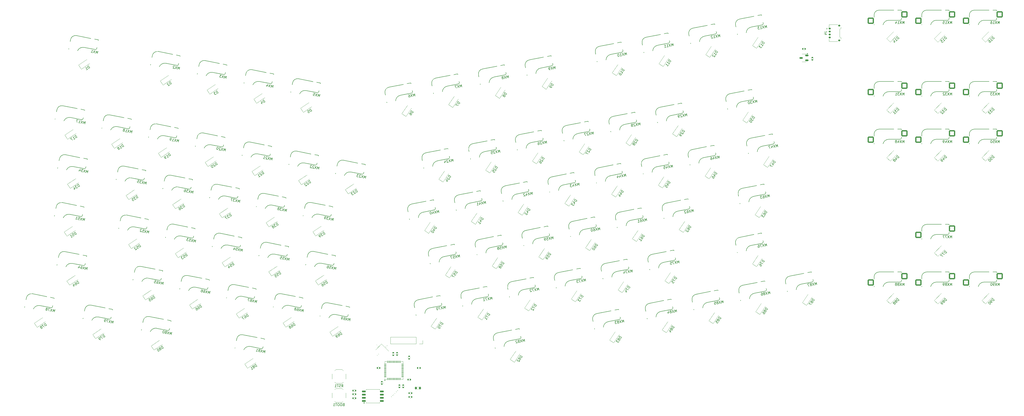
<source format=gbr>
%TF.GenerationSoftware,KiCad,Pcbnew,8.0.5*%
%TF.CreationDate,2024-10-19T14:16:48+09:00*%
%TF.ProjectId,ttaelgam,74746165-6c67-4616-9d2e-6b696361645f,rev?*%
%TF.SameCoordinates,Original*%
%TF.FileFunction,Legend,Bot*%
%TF.FilePolarity,Positive*%
%FSLAX46Y46*%
G04 Gerber Fmt 4.6, Leading zero omitted, Abs format (unit mm)*
G04 Created by KiCad (PCBNEW 8.0.5) date 2024-10-19 14:16:48*
%MOMM*%
%LPD*%
G01*
G04 APERTURE LIST*
G04 Aperture macros list*
%AMRoundRect*
0 Rectangle with rounded corners*
0 $1 Rounding radius*
0 $2 $3 $4 $5 $6 $7 $8 $9 X,Y pos of 4 corners*
0 Add a 4 corners polygon primitive as box body*
4,1,4,$2,$3,$4,$5,$6,$7,$8,$9,$2,$3,0*
0 Add four circle primitives for the rounded corners*
1,1,$1+$1,$2,$3*
1,1,$1+$1,$4,$5*
1,1,$1+$1,$6,$7*
1,1,$1+$1,$8,$9*
0 Add four rect primitives between the rounded corners*
20,1,$1+$1,$2,$3,$4,$5,0*
20,1,$1+$1,$4,$5,$6,$7,0*
20,1,$1+$1,$6,$7,$8,$9,0*
20,1,$1+$1,$8,$9,$2,$3,0*%
%AMRotRect*
0 Rectangle, with rotation*
0 The origin of the aperture is its center*
0 $1 length*
0 $2 width*
0 $3 Rotation angle, in degrees counterclockwise*
0 Add horizontal line*
21,1,$1,$2,0,0,$3*%
G04 Aperture macros list end*
%ADD10C,0.150000*%
%ADD11C,0.120000*%
%ADD12C,3.048000*%
%ADD13C,3.987800*%
%ADD14C,1.750000*%
%ADD15C,3.300000*%
%ADD16RoundRect,0.250000X1.196977X0.786048X-0.815359X1.177206X-1.196977X-0.786048X0.815359X-1.177206X0*%
%ADD17RoundRect,0.225000X0.106066X-0.424264X0.424264X-0.106066X-0.106066X0.424264X-0.424264X0.106066X0*%
%ADD18RoundRect,0.225000X0.185071X-0.396231X0.436707X-0.023164X-0.185071X0.396231X-0.436707X0.023164X0*%
%ADD19RoundRect,0.225000X0.023164X-0.436707X0.396231X-0.185071X-0.023164X0.436707X-0.396231X0.185071X0*%
%ADD20RoundRect,0.140000X-0.170000X0.140000X-0.170000X-0.140000X0.170000X-0.140000X0.170000X0.140000X0*%
%ADD21RoundRect,0.250000X0.815359X1.177206X-1.196977X0.786048X-0.815359X-1.177206X1.196977X-0.786048X0*%
%ADD22RoundRect,0.140000X-0.219203X-0.021213X-0.021213X-0.219203X0.219203X0.021213X0.021213X0.219203X0*%
%ADD23RoundRect,0.135000X0.135000X0.185000X-0.135000X0.185000X-0.135000X-0.185000X0.135000X-0.185000X0*%
%ADD24RoundRect,0.150000X-0.650000X-0.150000X0.650000X-0.150000X0.650000X0.150000X-0.650000X0.150000X0*%
%ADD25RoundRect,0.140000X-0.140000X-0.170000X0.140000X-0.170000X0.140000X0.170000X-0.140000X0.170000X0*%
%ADD26RoundRect,0.135000X-0.135000X-0.185000X0.135000X-0.185000X0.135000X0.185000X-0.135000X0.185000X0*%
%ADD27RoundRect,0.250000X1.025000X1.000000X-1.025000X1.000000X-1.025000X-1.000000X1.025000X-1.000000X0*%
%ADD28RoundRect,0.140000X0.170000X-0.140000X0.170000X0.140000X-0.170000X0.140000X-0.170000X-0.140000X0*%
%ADD29RoundRect,0.135000X0.185000X-0.135000X0.185000X0.135000X-0.185000X0.135000X-0.185000X-0.135000X0*%
%ADD30R,1.700000X1.700000*%
%ADD31O,1.700000X1.700000*%
%ADD32RoundRect,0.140000X0.140000X0.170000X-0.140000X0.170000X-0.140000X-0.170000X0.140000X-0.170000X0*%
%ADD33RoundRect,0.140000X0.021213X-0.219203X0.219203X-0.021213X-0.021213X0.219203X-0.219203X0.021213X0*%
%ADD34R,1.700000X1.000000*%
%ADD35RotRect,1.400000X1.200000X315.000000*%
%ADD36RoundRect,0.150000X-0.275000X0.150000X-0.275000X-0.150000X0.275000X-0.150000X0.275000X0.150000X0*%
%ADD37RoundRect,0.175000X-0.225000X0.175000X-0.225000X-0.175000X0.225000X-0.175000X0.225000X0.175000X0*%
%ADD38RoundRect,0.050000X-0.387500X-0.050000X0.387500X-0.050000X0.387500X0.050000X-0.387500X0.050000X0*%
%ADD39RoundRect,0.050000X-0.050000X-0.387500X0.050000X-0.387500X0.050000X0.387500X-0.050000X0.387500X0*%
%ADD40R,3.200000X3.200000*%
%ADD41RoundRect,0.225000X-0.225000X-0.250000X0.225000X-0.250000X0.225000X0.250000X-0.225000X0.250000X0*%
%ADD42RoundRect,0.135000X-0.226274X-0.035355X-0.035355X-0.226274X0.226274X0.035355X0.035355X0.226274X0*%
%ADD43RoundRect,0.150000X0.512500X0.150000X-0.512500X0.150000X-0.512500X-0.150000X0.512500X-0.150000X0*%
%ADD44C,0.600000*%
G04 APERTURE END LIST*
D10*
X167892848Y-233729475D02*
X168083657Y-232747847D01*
X168083657Y-232747847D02*
X167620155Y-233385407D01*
X167620155Y-233385407D02*
X167429238Y-232620641D01*
X167429238Y-232620641D02*
X167238429Y-233602269D01*
X167055285Y-232547952D02*
X166210058Y-233402373D01*
X166400867Y-232420746D02*
X166864476Y-233529579D01*
X165559472Y-232257196D02*
X166026914Y-232348057D01*
X166026914Y-232348057D02*
X165982797Y-232824585D01*
X165982797Y-232824585D02*
X165945139Y-232768754D01*
X165945139Y-232768754D02*
X165860737Y-232703838D01*
X165860737Y-232703838D02*
X165627016Y-232658407D01*
X165627016Y-232658407D02*
X165524441Y-232686979D01*
X165524441Y-232686979D02*
X165468611Y-232724637D01*
X165468611Y-232724637D02*
X165403695Y-232809039D01*
X165403695Y-232809039D02*
X165358264Y-233042760D01*
X165358264Y-233042760D02*
X165386836Y-233145335D01*
X165386836Y-233145335D02*
X165424494Y-233201165D01*
X165424494Y-233201165D02*
X165508896Y-233266081D01*
X165508896Y-233266081D02*
X165742617Y-233311512D01*
X165742617Y-233311512D02*
X165845191Y-233282940D01*
X165845191Y-233282940D02*
X165901021Y-233245282D01*
X165120603Y-232268909D02*
X165082945Y-232213078D01*
X165082945Y-232213078D02*
X164998543Y-232148162D01*
X164998543Y-232148162D02*
X164764822Y-232102731D01*
X164764822Y-232102731D02*
X164662247Y-232131303D01*
X164662247Y-232131303D02*
X164606417Y-232168961D01*
X164606417Y-232168961D02*
X164541501Y-232253363D01*
X164541501Y-232253363D02*
X164523328Y-232346852D01*
X164523328Y-232346852D02*
X164542814Y-232496170D01*
X164542814Y-232496170D02*
X164994710Y-233166134D01*
X164994710Y-233166134D02*
X164387036Y-233048014D01*
X468080666Y-260501802D02*
X467373559Y-259794696D01*
X467373559Y-259794696D02*
X467205200Y-259963054D01*
X467205200Y-259963054D02*
X467137857Y-260097741D01*
X467137857Y-260097741D02*
X467137857Y-260232428D01*
X467137857Y-260232428D02*
X467171529Y-260333444D01*
X467171529Y-260333444D02*
X467272544Y-260501802D01*
X467272544Y-260501802D02*
X467373559Y-260602818D01*
X467373559Y-260602818D02*
X467541918Y-260703833D01*
X467541918Y-260703833D02*
X467642933Y-260737505D01*
X467642933Y-260737505D02*
X467777620Y-260737505D01*
X467777620Y-260737505D02*
X467912307Y-260670161D01*
X467912307Y-260670161D02*
X468080666Y-260501802D01*
X466868483Y-260905863D02*
X466902155Y-260804848D01*
X466902155Y-260804848D02*
X466902155Y-260737505D01*
X466902155Y-260737505D02*
X466868483Y-260636489D01*
X466868483Y-260636489D02*
X466834811Y-260602818D01*
X466834811Y-260602818D02*
X466733796Y-260569146D01*
X466733796Y-260569146D02*
X466666452Y-260569146D01*
X466666452Y-260569146D02*
X466565437Y-260602818D01*
X466565437Y-260602818D02*
X466430750Y-260737505D01*
X466430750Y-260737505D02*
X466397078Y-260838520D01*
X466397078Y-260838520D02*
X466397078Y-260905863D01*
X466397078Y-260905863D02*
X466430750Y-261006879D01*
X466430750Y-261006879D02*
X466464422Y-261040550D01*
X466464422Y-261040550D02*
X466565437Y-261074222D01*
X466565437Y-261074222D02*
X466632781Y-261074222D01*
X466632781Y-261074222D02*
X466733796Y-261040550D01*
X466733796Y-261040550D02*
X466868483Y-260905863D01*
X466868483Y-260905863D02*
X466969498Y-260872192D01*
X466969498Y-260872192D02*
X467036842Y-260872192D01*
X467036842Y-260872192D02*
X467137857Y-260905863D01*
X467137857Y-260905863D02*
X467272544Y-261040550D01*
X467272544Y-261040550D02*
X467306216Y-261141566D01*
X467306216Y-261141566D02*
X467306216Y-261208909D01*
X467306216Y-261208909D02*
X467272544Y-261309924D01*
X467272544Y-261309924D02*
X467137857Y-261444611D01*
X467137857Y-261444611D02*
X467036842Y-261478283D01*
X467036842Y-261478283D02*
X466969498Y-261478283D01*
X466969498Y-261478283D02*
X466868483Y-261444611D01*
X466868483Y-261444611D02*
X466733796Y-261309924D01*
X466733796Y-261309924D02*
X466700124Y-261208909D01*
X466700124Y-261208909D02*
X466700124Y-261141566D01*
X466700124Y-261141566D02*
X466733796Y-261040550D01*
X466195048Y-261579299D02*
X466228719Y-261478283D01*
X466228719Y-261478283D02*
X466228719Y-261410940D01*
X466228719Y-261410940D02*
X466195048Y-261309925D01*
X466195048Y-261309925D02*
X466161376Y-261276253D01*
X466161376Y-261276253D02*
X466060361Y-261242581D01*
X466060361Y-261242581D02*
X465993017Y-261242581D01*
X465993017Y-261242581D02*
X465892002Y-261276253D01*
X465892002Y-261276253D02*
X465757315Y-261410940D01*
X465757315Y-261410940D02*
X465723643Y-261511955D01*
X465723643Y-261511955D02*
X465723643Y-261579299D01*
X465723643Y-261579299D02*
X465757315Y-261680314D01*
X465757315Y-261680314D02*
X465790987Y-261713986D01*
X465790987Y-261713986D02*
X465892002Y-261747657D01*
X465892002Y-261747657D02*
X465959345Y-261747657D01*
X465959345Y-261747657D02*
X466060361Y-261713986D01*
X466060361Y-261713986D02*
X466195048Y-261579299D01*
X466195048Y-261579299D02*
X466296063Y-261545627D01*
X466296063Y-261545627D02*
X466363406Y-261545627D01*
X466363406Y-261545627D02*
X466464422Y-261579299D01*
X466464422Y-261579299D02*
X466599109Y-261713986D01*
X466599109Y-261713986D02*
X466632780Y-261815001D01*
X466632780Y-261815001D02*
X466632780Y-261882344D01*
X466632780Y-261882344D02*
X466599109Y-261983360D01*
X466599109Y-261983360D02*
X466464422Y-262118047D01*
X466464422Y-262118047D02*
X466363406Y-262151718D01*
X466363406Y-262151718D02*
X466296063Y-262151718D01*
X466296063Y-262151718D02*
X466195048Y-262118047D01*
X466195048Y-262118047D02*
X466060361Y-261983360D01*
X466060361Y-261983360D02*
X466026689Y-261882344D01*
X466026689Y-261882344D02*
X466026689Y-261815001D01*
X466026689Y-261815001D02*
X466060361Y-261713986D01*
X292460959Y-181600900D02*
X291631921Y-181041707D01*
X291631921Y-181041707D02*
X291498780Y-181239097D01*
X291498780Y-181239097D02*
X291458373Y-181384159D01*
X291458373Y-181384159D02*
X291484073Y-181516371D01*
X291484073Y-181516371D02*
X291536401Y-181609106D01*
X291536401Y-181609106D02*
X291667684Y-181755097D01*
X291667684Y-181755097D02*
X291786118Y-181834981D01*
X291786118Y-181834981D02*
X291970658Y-181902016D01*
X291970658Y-181902016D02*
X292076243Y-181915795D01*
X292076243Y-181915795D02*
X292208455Y-181890095D01*
X292208455Y-181890095D02*
X292327818Y-181798290D01*
X292327818Y-181798290D02*
X292460959Y-181600900D01*
X291125985Y-181791789D02*
X290753190Y-182344480D01*
X290753190Y-182344480D02*
X291821881Y-182548371D01*
X180147596Y-168188620D02*
X180338405Y-167206993D01*
X180338405Y-167206993D02*
X179874903Y-167844552D01*
X179874903Y-167844552D02*
X179683986Y-167079787D01*
X179683986Y-167079787D02*
X179493177Y-168061414D01*
X179310033Y-167007098D02*
X178464806Y-167861519D01*
X178655615Y-166879892D02*
X179119224Y-167988725D01*
X178310234Y-166909777D02*
X178272576Y-166853947D01*
X178272576Y-166853947D02*
X178188174Y-166789030D01*
X178188174Y-166789030D02*
X177954453Y-166743600D01*
X177954453Y-166743600D02*
X177851878Y-166772171D01*
X177851878Y-166772171D02*
X177796048Y-166809829D01*
X177796048Y-166809829D02*
X177731132Y-166894232D01*
X177731132Y-166894232D02*
X177712959Y-166987720D01*
X177712959Y-166987720D02*
X177732445Y-167137038D01*
X177732445Y-167137038D02*
X178184341Y-167807002D01*
X178184341Y-167807002D02*
X177576667Y-167688882D01*
X223992842Y-244634209D02*
X224183651Y-243652581D01*
X224183651Y-243652581D02*
X223720149Y-244290141D01*
X223720149Y-244290141D02*
X223529232Y-243525375D01*
X223529232Y-243525375D02*
X223338423Y-244507003D01*
X223155279Y-243452686D02*
X222310052Y-244307107D01*
X222500861Y-243325480D02*
X222964470Y-244434313D01*
X221659466Y-243161930D02*
X222126908Y-243252791D01*
X222126908Y-243252791D02*
X222082791Y-243729319D01*
X222082791Y-243729319D02*
X222045133Y-243673488D01*
X222045133Y-243673488D02*
X221960731Y-243608572D01*
X221960731Y-243608572D02*
X221727010Y-243563141D01*
X221727010Y-243563141D02*
X221624435Y-243591713D01*
X221624435Y-243591713D02*
X221568605Y-243629371D01*
X221568605Y-243629371D02*
X221503689Y-243713773D01*
X221503689Y-243713773D02*
X221458258Y-243947494D01*
X221458258Y-243947494D02*
X221486830Y-244050069D01*
X221486830Y-244050069D02*
X221524488Y-244105899D01*
X221524488Y-244105899D02*
X221608890Y-244170815D01*
X221608890Y-244170815D02*
X221842611Y-244216246D01*
X221842611Y-244216246D02*
X221945185Y-244187674D01*
X221945185Y-244187674D02*
X222001015Y-244150016D01*
X220724583Y-242980207D02*
X221192025Y-243071068D01*
X221192025Y-243071068D02*
X221147908Y-243547596D01*
X221147908Y-243547596D02*
X221110250Y-243491766D01*
X221110250Y-243491766D02*
X221025847Y-243426849D01*
X221025847Y-243426849D02*
X220792127Y-243381418D01*
X220792127Y-243381418D02*
X220689552Y-243409990D01*
X220689552Y-243409990D02*
X220633722Y-243447648D01*
X220633722Y-243447648D02*
X220568806Y-243532050D01*
X220568806Y-243532050D02*
X220523375Y-243765771D01*
X220523375Y-243765771D02*
X220551947Y-243868346D01*
X220551947Y-243868346D02*
X220589605Y-243924176D01*
X220589605Y-243924176D02*
X220674007Y-243989092D01*
X220674007Y-243989092D02*
X220907728Y-244034523D01*
X220907728Y-244034523D02*
X221010302Y-244005951D01*
X221010302Y-244005951D02*
X221066132Y-243968293D01*
X506180666Y-184301802D02*
X505473559Y-183594696D01*
X505473559Y-183594696D02*
X505305200Y-183763054D01*
X505305200Y-183763054D02*
X505237857Y-183897741D01*
X505237857Y-183897741D02*
X505237857Y-184032428D01*
X505237857Y-184032428D02*
X505271529Y-184133444D01*
X505271529Y-184133444D02*
X505372544Y-184301802D01*
X505372544Y-184301802D02*
X505473559Y-184402818D01*
X505473559Y-184402818D02*
X505641918Y-184503833D01*
X505641918Y-184503833D02*
X505742933Y-184537505D01*
X505742933Y-184537505D02*
X505877620Y-184537505D01*
X505877620Y-184537505D02*
X506012307Y-184470161D01*
X506012307Y-184470161D02*
X506180666Y-184301802D01*
X504833796Y-184234459D02*
X504396063Y-184672192D01*
X504396063Y-184672192D02*
X504901139Y-184705863D01*
X504901139Y-184705863D02*
X504800124Y-184806879D01*
X504800124Y-184806879D02*
X504766452Y-184907894D01*
X504766452Y-184907894D02*
X504766452Y-184975237D01*
X504766452Y-184975237D02*
X504800124Y-185076253D01*
X504800124Y-185076253D02*
X504968483Y-185244611D01*
X504968483Y-185244611D02*
X505069498Y-185278283D01*
X505069498Y-185278283D02*
X505136842Y-185278283D01*
X505136842Y-185278283D02*
X505237857Y-185244611D01*
X505237857Y-185244611D02*
X505439887Y-185042581D01*
X505439887Y-185042581D02*
X505473559Y-184941566D01*
X505473559Y-184941566D02*
X505473559Y-184874222D01*
X504160361Y-184907894D02*
X503722628Y-185345627D01*
X503722628Y-185345627D02*
X504227704Y-185379299D01*
X504227704Y-185379299D02*
X504126689Y-185480314D01*
X504126689Y-185480314D02*
X504093017Y-185581329D01*
X504093017Y-185581329D02*
X504093017Y-185648673D01*
X504093017Y-185648673D02*
X504126689Y-185749688D01*
X504126689Y-185749688D02*
X504295048Y-185918047D01*
X504295048Y-185918047D02*
X504396063Y-185951718D01*
X504396063Y-185951718D02*
X504463406Y-185951718D01*
X504463406Y-185951718D02*
X504564422Y-185918047D01*
X504564422Y-185918047D02*
X504766452Y-185716016D01*
X504766452Y-185716016D02*
X504800124Y-185615001D01*
X504800124Y-185615001D02*
X504800124Y-185547657D01*
X233145519Y-184783135D02*
X232586326Y-183954098D01*
X232586326Y-183954098D02*
X232388937Y-184087239D01*
X232388937Y-184087239D02*
X232297131Y-184206602D01*
X232297131Y-184206602D02*
X232271431Y-184338814D01*
X232271431Y-184338814D02*
X232285210Y-184444398D01*
X232285210Y-184444398D02*
X232352245Y-184628938D01*
X232352245Y-184628938D02*
X232432130Y-184747372D01*
X232432130Y-184747372D02*
X232578120Y-184878656D01*
X232578120Y-184878656D02*
X232670855Y-184930984D01*
X232670855Y-184930984D02*
X232803067Y-184956683D01*
X232803067Y-184956683D02*
X232948129Y-184916276D01*
X232948129Y-184916276D02*
X233145519Y-184783135D01*
X231362509Y-184779573D02*
X231757289Y-184513291D01*
X231757289Y-184513291D02*
X232063049Y-184881442D01*
X232063049Y-184881442D02*
X231996943Y-184868592D01*
X231996943Y-184868592D02*
X231891359Y-184882371D01*
X231891359Y-184882371D02*
X231693969Y-185015512D01*
X231693969Y-185015512D02*
X231641641Y-185108246D01*
X231641641Y-185108246D02*
X231628791Y-185174353D01*
X231628791Y-185174353D02*
X231642570Y-185279937D01*
X231642570Y-185279937D02*
X231775711Y-185477327D01*
X231775711Y-185477327D02*
X231868446Y-185529655D01*
X231868446Y-185529655D02*
X231934552Y-185542504D01*
X231934552Y-185542504D02*
X232040136Y-185528726D01*
X232040136Y-185528726D02*
X232237526Y-185395585D01*
X232237526Y-185395585D02*
X232289854Y-185302850D01*
X232289854Y-185302850D02*
X232302703Y-185236744D01*
X161137673Y-193603295D02*
X161328482Y-192621667D01*
X161328482Y-192621667D02*
X160864980Y-193259227D01*
X160864980Y-193259227D02*
X160674063Y-192494461D01*
X160674063Y-192494461D02*
X160483254Y-193476089D01*
X160300110Y-192421772D02*
X159454883Y-193276193D01*
X159645692Y-192294566D02*
X160109301Y-193403399D01*
X158566744Y-193103557D02*
X159127674Y-193212590D01*
X158847209Y-193158074D02*
X159038018Y-192176446D01*
X159038018Y-192176446D02*
X159104248Y-192334851D01*
X159104248Y-192334851D02*
X159179564Y-192446512D01*
X159179564Y-192446512D02*
X159263966Y-192511428D01*
X158114848Y-192433593D02*
X158217423Y-192405021D01*
X158217423Y-192405021D02*
X158273253Y-192367363D01*
X158273253Y-192367363D02*
X158338169Y-192282961D01*
X158338169Y-192282961D02*
X158347255Y-192236217D01*
X158347255Y-192236217D02*
X158318684Y-192133643D01*
X158318684Y-192133643D02*
X158281026Y-192077812D01*
X158281026Y-192077812D02*
X158196623Y-192012896D01*
X158196623Y-192012896D02*
X158009647Y-191976551D01*
X158009647Y-191976551D02*
X157907072Y-192005123D01*
X157907072Y-192005123D02*
X157851242Y-192042781D01*
X157851242Y-192042781D02*
X157786326Y-192127183D01*
X157786326Y-192127183D02*
X157777240Y-192173927D01*
X157777240Y-192173927D02*
X157805811Y-192276502D01*
X157805811Y-192276502D02*
X157843469Y-192332332D01*
X157843469Y-192332332D02*
X157927872Y-192397249D01*
X157927872Y-192397249D02*
X158114848Y-192433593D01*
X158114848Y-192433593D02*
X158199250Y-192498510D01*
X158199250Y-192498510D02*
X158236908Y-192554340D01*
X158236908Y-192554340D02*
X158265480Y-192656914D01*
X158265480Y-192656914D02*
X158229136Y-192843891D01*
X158229136Y-192843891D02*
X158164219Y-192928293D01*
X158164219Y-192928293D02*
X158108389Y-192965951D01*
X158108389Y-192965951D02*
X158005814Y-192994523D01*
X158005814Y-192994523D02*
X157818838Y-192958178D01*
X157818838Y-192958178D02*
X157734436Y-192893262D01*
X157734436Y-192893262D02*
X157696778Y-192837432D01*
X157696778Y-192837432D02*
X157668206Y-192734857D01*
X157668206Y-192734857D02*
X157704550Y-192547881D01*
X157704550Y-192547881D02*
X157769467Y-192463478D01*
X157769467Y-192463478D02*
X157825297Y-192425820D01*
X157825297Y-192425820D02*
X157927872Y-192397249D01*
X289775530Y-204939961D02*
X289584721Y-203958334D01*
X289584721Y-203958334D02*
X289393804Y-204723099D01*
X289393804Y-204723099D02*
X288930303Y-204085540D01*
X288930303Y-204085540D02*
X289121112Y-205067167D01*
X288556349Y-204158229D02*
X288092740Y-205267062D01*
X287901931Y-204285435D02*
X288747158Y-205139856D01*
X287592895Y-204442526D02*
X287537064Y-204404868D01*
X287537064Y-204404868D02*
X287434490Y-204376296D01*
X287434490Y-204376296D02*
X287200769Y-204421727D01*
X287200769Y-204421727D02*
X287116367Y-204486643D01*
X287116367Y-204486643D02*
X287078709Y-204542474D01*
X287078709Y-204542474D02*
X287050137Y-204645048D01*
X287050137Y-204645048D02*
X287068309Y-204738537D01*
X287068309Y-204738537D02*
X287142312Y-204869683D01*
X287142312Y-204869683D02*
X287812275Y-205321579D01*
X287812275Y-205321579D02*
X287204601Y-205439699D01*
X286236001Y-204948831D02*
X286363207Y-205603249D01*
X286397032Y-204529447D02*
X286767045Y-205185179D01*
X286767045Y-205185179D02*
X286159371Y-205303299D01*
X248407927Y-268786574D02*
X248598736Y-267804946D01*
X248598736Y-267804946D02*
X248135234Y-268442506D01*
X248135234Y-268442506D02*
X247944317Y-267677740D01*
X247944317Y-267677740D02*
X247753508Y-268659368D01*
X247570364Y-267605051D02*
X246725137Y-268459472D01*
X246915946Y-267477845D02*
X247379555Y-268586678D01*
X246121296Y-267323381D02*
X246308272Y-267359725D01*
X246308272Y-267359725D02*
X246392674Y-267424642D01*
X246392674Y-267424642D02*
X246430332Y-267480472D01*
X246430332Y-267480472D02*
X246496562Y-267638877D01*
X246496562Y-267638877D02*
X246506962Y-267834940D01*
X246506962Y-267834940D02*
X246434273Y-268208893D01*
X246434273Y-268208893D02*
X246369356Y-268293295D01*
X246369356Y-268293295D02*
X246313526Y-268330953D01*
X246313526Y-268330953D02*
X246210952Y-268359525D01*
X246210952Y-268359525D02*
X246023975Y-268323180D01*
X246023975Y-268323180D02*
X245939573Y-268258264D01*
X245939573Y-268258264D02*
X245901915Y-268202434D01*
X245901915Y-268202434D02*
X245873343Y-268099859D01*
X245873343Y-268099859D02*
X245918774Y-267866138D01*
X245918774Y-267866138D02*
X245983690Y-267781736D01*
X245983690Y-267781736D02*
X246039520Y-267744078D01*
X246039520Y-267744078D02*
X246142095Y-267715506D01*
X246142095Y-267715506D02*
X246329071Y-267751851D01*
X246329071Y-267751851D02*
X246413474Y-267816767D01*
X246413474Y-267816767D02*
X246451132Y-267872598D01*
X246451132Y-267872598D02*
X246479703Y-267975172D01*
X245369557Y-268195974D02*
X245182580Y-268159630D01*
X245182580Y-268159630D02*
X245098178Y-268094713D01*
X245098178Y-268094713D02*
X245060520Y-268038883D01*
X245060520Y-268038883D02*
X244994290Y-267880478D01*
X244994290Y-267880478D02*
X244983891Y-267684415D01*
X244983891Y-267684415D02*
X245056580Y-267310462D01*
X245056580Y-267310462D02*
X245121496Y-267226060D01*
X245121496Y-267226060D02*
X245177326Y-267188402D01*
X245177326Y-267188402D02*
X245279901Y-267159830D01*
X245279901Y-267159830D02*
X245466877Y-267196175D01*
X245466877Y-267196175D02*
X245551280Y-267261091D01*
X245551280Y-267261091D02*
X245588938Y-267316922D01*
X245588938Y-267316922D02*
X245617509Y-267419496D01*
X245617509Y-267419496D02*
X245572079Y-267653217D01*
X245572079Y-267653217D02*
X245507162Y-267737619D01*
X245507162Y-267737619D02*
X245451332Y-267775277D01*
X245451332Y-267775277D02*
X245348758Y-267803849D01*
X245348758Y-267803849D02*
X245161781Y-267767504D01*
X245161781Y-267767504D02*
X245077379Y-267702588D01*
X245077379Y-267702588D02*
X245039721Y-267646757D01*
X245039721Y-267646757D02*
X245011149Y-267544183D01*
X192307934Y-257881839D02*
X192498743Y-256900211D01*
X192498743Y-256900211D02*
X192035241Y-257537771D01*
X192035241Y-257537771D02*
X191844324Y-256773005D01*
X191844324Y-256773005D02*
X191653515Y-257754633D01*
X191470371Y-256700316D02*
X190625144Y-257554737D01*
X190815953Y-256573110D02*
X191279562Y-257681943D01*
X190021303Y-256418646D02*
X190208279Y-256454990D01*
X190208279Y-256454990D02*
X190292681Y-256519907D01*
X190292681Y-256519907D02*
X190330339Y-256575737D01*
X190330339Y-256575737D02*
X190396569Y-256734142D01*
X190396569Y-256734142D02*
X190406969Y-256930205D01*
X190406969Y-256930205D02*
X190334280Y-257304158D01*
X190334280Y-257304158D02*
X190269363Y-257388560D01*
X190269363Y-257388560D02*
X190213533Y-257426218D01*
X190213533Y-257426218D02*
X190110959Y-257454790D01*
X190110959Y-257454790D02*
X189923982Y-257418445D01*
X189923982Y-257418445D02*
X189839580Y-257353529D01*
X189839580Y-257353529D02*
X189801922Y-257297699D01*
X189801922Y-257297699D02*
X189773350Y-257195124D01*
X189773350Y-257195124D02*
X189818781Y-256961403D01*
X189818781Y-256961403D02*
X189883697Y-256877001D01*
X189883697Y-256877001D02*
X189939527Y-256839343D01*
X189939527Y-256839343D02*
X190042102Y-256810771D01*
X190042102Y-256810771D02*
X190229078Y-256847116D01*
X190229078Y-256847116D02*
X190313481Y-256912032D01*
X190313481Y-256912032D02*
X190351139Y-256967863D01*
X190351139Y-256967863D02*
X190379710Y-257070437D01*
X189086420Y-256236923D02*
X189273396Y-256273268D01*
X189273396Y-256273268D02*
X189357798Y-256338184D01*
X189357798Y-256338184D02*
X189395456Y-256394014D01*
X189395456Y-256394014D02*
X189461686Y-256552419D01*
X189461686Y-256552419D02*
X189472086Y-256748482D01*
X189472086Y-256748482D02*
X189399397Y-257122435D01*
X189399397Y-257122435D02*
X189334480Y-257206837D01*
X189334480Y-257206837D02*
X189278650Y-257244495D01*
X189278650Y-257244495D02*
X189176075Y-257273067D01*
X189176075Y-257273067D02*
X188989099Y-257236722D01*
X188989099Y-257236722D02*
X188904697Y-257171806D01*
X188904697Y-257171806D02*
X188867039Y-257115976D01*
X188867039Y-257115976D02*
X188838467Y-257013401D01*
X188838467Y-257013401D02*
X188883898Y-256779680D01*
X188883898Y-256779680D02*
X188948814Y-256695278D01*
X188948814Y-256695278D02*
X189004644Y-256657620D01*
X189004644Y-256657620D02*
X189107219Y-256629048D01*
X189107219Y-256629048D02*
X189294195Y-256665393D01*
X189294195Y-256665393D02*
X189378597Y-256730309D01*
X189378597Y-256730309D02*
X189416255Y-256786140D01*
X189416255Y-256786140D02*
X189444827Y-256888714D01*
X220818110Y-249966846D02*
X220258917Y-249137808D01*
X220258917Y-249137808D02*
X220061527Y-249270949D01*
X220061527Y-249270949D02*
X219969721Y-249390312D01*
X219969721Y-249390312D02*
X219944022Y-249522524D01*
X219944022Y-249522524D02*
X219957800Y-249628108D01*
X219957800Y-249628108D02*
X220024835Y-249812649D01*
X220024835Y-249812649D02*
X220104720Y-249931083D01*
X220104720Y-249931083D02*
X220250711Y-250062366D01*
X220250711Y-250062366D02*
X220343445Y-250114694D01*
X220343445Y-250114694D02*
X220475658Y-250140393D01*
X220475658Y-250140393D02*
X220620720Y-250099987D01*
X220620720Y-250099987D02*
X220818110Y-249966846D01*
X219035099Y-249963283D02*
X219429879Y-249697001D01*
X219429879Y-249697001D02*
X219735639Y-250065152D01*
X219735639Y-250065152D02*
X219669533Y-250052303D01*
X219669533Y-250052303D02*
X219563949Y-250066081D01*
X219563949Y-250066081D02*
X219366559Y-250199222D01*
X219366559Y-250199222D02*
X219314231Y-250291957D01*
X219314231Y-250291957D02*
X219301382Y-250358063D01*
X219301382Y-250358063D02*
X219315160Y-250463647D01*
X219315160Y-250463647D02*
X219448301Y-250661037D01*
X219448301Y-250661037D02*
X219541036Y-250713365D01*
X219541036Y-250713365D02*
X219607142Y-250726215D01*
X219607142Y-250726215D02*
X219712726Y-250712436D01*
X219712726Y-250712436D02*
X219910116Y-250579295D01*
X219910116Y-250579295D02*
X219962444Y-250486561D01*
X219962444Y-250486561D02*
X219975294Y-250420454D01*
X218245540Y-250495848D02*
X218640319Y-250229566D01*
X218640319Y-250229566D02*
X218946080Y-250597717D01*
X218946080Y-250597717D02*
X218879974Y-250584867D01*
X218879974Y-250584867D02*
X218774389Y-250598646D01*
X218774389Y-250598646D02*
X218577000Y-250731787D01*
X218577000Y-250731787D02*
X218524672Y-250824522D01*
X218524672Y-250824522D02*
X218511822Y-250890628D01*
X218511822Y-250890628D02*
X218525601Y-250996212D01*
X218525601Y-250996212D02*
X218658742Y-251193602D01*
X218658742Y-251193602D02*
X218751476Y-251245930D01*
X218751476Y-251245930D02*
X218817582Y-251258779D01*
X218817582Y-251258779D02*
X218923167Y-251245001D01*
X218923167Y-251245001D02*
X219120556Y-251111860D01*
X219120556Y-251111860D02*
X219172884Y-251019125D01*
X219172884Y-251019125D02*
X219185734Y-250953019D01*
X357131750Y-275423194D02*
X356302712Y-274864001D01*
X356302712Y-274864001D02*
X356169571Y-275061391D01*
X356169571Y-275061391D02*
X356129164Y-275206453D01*
X356129164Y-275206453D02*
X356154864Y-275338665D01*
X356154864Y-275338665D02*
X356207191Y-275431400D01*
X356207191Y-275431400D02*
X356338475Y-275577391D01*
X356338475Y-275577391D02*
X356456909Y-275657275D01*
X356456909Y-275657275D02*
X356641449Y-275724310D01*
X356641449Y-275724310D02*
X356747033Y-275738089D01*
X356747033Y-275738089D02*
X356879246Y-275712389D01*
X356879246Y-275712389D02*
X356998608Y-275620583D01*
X356998608Y-275620583D02*
X357131750Y-275423194D01*
X356018936Y-276051126D02*
X356032715Y-275945542D01*
X356032715Y-275945542D02*
X356019865Y-275879436D01*
X356019865Y-275879436D02*
X355967537Y-275786701D01*
X355967537Y-275786701D02*
X355928059Y-275760073D01*
X355928059Y-275760073D02*
X355822475Y-275746295D01*
X355822475Y-275746295D02*
X355756369Y-275759144D01*
X355756369Y-275759144D02*
X355663634Y-275811472D01*
X355663634Y-275811472D02*
X355557121Y-275969384D01*
X355557121Y-275969384D02*
X355543343Y-276074968D01*
X355543343Y-276074968D02*
X355556193Y-276141074D01*
X355556193Y-276141074D02*
X355608520Y-276233809D01*
X355608520Y-276233809D02*
X355647998Y-276260437D01*
X355647998Y-276260437D02*
X355753583Y-276274216D01*
X355753583Y-276274216D02*
X355819689Y-276261366D01*
X355819689Y-276261366D02*
X355912423Y-276209038D01*
X355912423Y-276209038D02*
X356018936Y-276051126D01*
X356018936Y-276051126D02*
X356111671Y-275998799D01*
X356111671Y-275998799D02*
X356177777Y-275985949D01*
X356177777Y-275985949D02*
X356283361Y-275999727D01*
X356283361Y-275999727D02*
X356441273Y-276106240D01*
X356441273Y-276106240D02*
X356493601Y-276198975D01*
X356493601Y-276198975D02*
X356506450Y-276265081D01*
X356506450Y-276265081D02*
X356492672Y-276370665D01*
X356492672Y-276370665D02*
X356386159Y-276528577D01*
X356386159Y-276528577D02*
X356293425Y-276580905D01*
X356293425Y-276580905D02*
X356227318Y-276593754D01*
X356227318Y-276593754D02*
X356121734Y-276579976D01*
X356121734Y-276579976D02*
X355963822Y-276473463D01*
X355963822Y-276473463D02*
X355911495Y-276380729D01*
X355911495Y-276380729D02*
X355898645Y-276314622D01*
X355898645Y-276314622D02*
X355912423Y-276209038D01*
X355264211Y-276403642D02*
X354918044Y-276916856D01*
X354918044Y-276916856D02*
X355420265Y-276853536D01*
X355420265Y-276853536D02*
X355340381Y-276971970D01*
X355340381Y-276971970D02*
X355326602Y-277077554D01*
X355326602Y-277077554D02*
X355339452Y-277143660D01*
X355339452Y-277143660D02*
X355391780Y-277236394D01*
X355391780Y-277236394D02*
X355589169Y-277369536D01*
X355589169Y-277369536D02*
X355694754Y-277383314D01*
X355694754Y-277383314D02*
X355760860Y-277370464D01*
X355760860Y-277370464D02*
X355853594Y-277318137D01*
X355853594Y-277318137D02*
X356013364Y-277081269D01*
X356013364Y-277081269D02*
X356027142Y-276975685D01*
X356027142Y-276975685D02*
X356014292Y-276909578D01*
X339214517Y-220686292D02*
X338385479Y-220127099D01*
X338385479Y-220127099D02*
X338252338Y-220324489D01*
X338252338Y-220324489D02*
X338211931Y-220469551D01*
X338211931Y-220469551D02*
X338237631Y-220601763D01*
X338237631Y-220601763D02*
X338289958Y-220694498D01*
X338289958Y-220694498D02*
X338421242Y-220840489D01*
X338421242Y-220840489D02*
X338539676Y-220920373D01*
X338539676Y-220920373D02*
X338724216Y-220987408D01*
X338724216Y-220987408D02*
X338829800Y-221001187D01*
X338829800Y-221001187D02*
X338962013Y-220975487D01*
X338962013Y-220975487D02*
X339081375Y-220883681D01*
X339081375Y-220883681D02*
X339214517Y-220686292D01*
X337862978Y-221497836D02*
X338415670Y-221870631D01*
X337680295Y-221087420D02*
X338405606Y-221289454D01*
X338405606Y-221289454D02*
X338059439Y-221802667D01*
X337346978Y-221666740D02*
X337000811Y-222179954D01*
X337000811Y-222179954D02*
X337503032Y-222116634D01*
X337503032Y-222116634D02*
X337423148Y-222235068D01*
X337423148Y-222235068D02*
X337409369Y-222340652D01*
X337409369Y-222340652D02*
X337422219Y-222406758D01*
X337422219Y-222406758D02*
X337474547Y-222499492D01*
X337474547Y-222499492D02*
X337671936Y-222632634D01*
X337671936Y-222632634D02*
X337777521Y-222646412D01*
X337777521Y-222646412D02*
X337843627Y-222633562D01*
X337843627Y-222633562D02*
X337936361Y-222581235D01*
X337936361Y-222581235D02*
X338096131Y-222344367D01*
X338096131Y-222344367D02*
X338109909Y-222238783D01*
X338109909Y-222238783D02*
X338097059Y-222172676D01*
X285709346Y-269899750D02*
X284880308Y-269340557D01*
X284880308Y-269340557D02*
X284747167Y-269537947D01*
X284747167Y-269537947D02*
X284706760Y-269683009D01*
X284706760Y-269683009D02*
X284732460Y-269815221D01*
X284732460Y-269815221D02*
X284784787Y-269907956D01*
X284784787Y-269907956D02*
X284916071Y-270053947D01*
X284916071Y-270053947D02*
X285034505Y-270133831D01*
X285034505Y-270133831D02*
X285219045Y-270200866D01*
X285219045Y-270200866D02*
X285324629Y-270214645D01*
X285324629Y-270214645D02*
X285456842Y-270188945D01*
X285456842Y-270188945D02*
X285576204Y-270097139D01*
X285576204Y-270097139D02*
X285709346Y-269899750D01*
X284374372Y-270090638D02*
X284001576Y-270643330D01*
X284001576Y-270643330D02*
X285070268Y-270847221D01*
X283682037Y-271117066D02*
X283628781Y-271196022D01*
X283628781Y-271196022D02*
X283615002Y-271301606D01*
X283615002Y-271301606D02*
X283627852Y-271367712D01*
X283627852Y-271367712D02*
X283680180Y-271460447D01*
X283680180Y-271460447D02*
X283811464Y-271606438D01*
X283811464Y-271606438D02*
X284008854Y-271739579D01*
X284008854Y-271739579D02*
X284193394Y-271806614D01*
X284193394Y-271806614D02*
X284298978Y-271820392D01*
X284298978Y-271820392D02*
X284365084Y-271807542D01*
X284365084Y-271807542D02*
X284457819Y-271755215D01*
X284457819Y-271755215D02*
X284511075Y-271676259D01*
X284511075Y-271676259D02*
X284524854Y-271570674D01*
X284524854Y-271570674D02*
X284512004Y-271504568D01*
X284512004Y-271504568D02*
X284459676Y-271411834D01*
X284459676Y-271411834D02*
X284328392Y-271265843D01*
X284328392Y-271265843D02*
X284131002Y-271132702D01*
X284131002Y-271132702D02*
X283946462Y-271065667D01*
X283946462Y-271065667D02*
X283840878Y-271051888D01*
X283840878Y-271051888D02*
X283774772Y-271064738D01*
X283774772Y-271064738D02*
X283682037Y-271117066D01*
X320514519Y-224321203D02*
X319685481Y-223762010D01*
X319685481Y-223762010D02*
X319552340Y-223959400D01*
X319552340Y-223959400D02*
X319511933Y-224104462D01*
X319511933Y-224104462D02*
X319537633Y-224236674D01*
X319537633Y-224236674D02*
X319589960Y-224329409D01*
X319589960Y-224329409D02*
X319721244Y-224475400D01*
X319721244Y-224475400D02*
X319839678Y-224555284D01*
X319839678Y-224555284D02*
X320024218Y-224622319D01*
X320024218Y-224622319D02*
X320129802Y-224636098D01*
X320129802Y-224636098D02*
X320262015Y-224610398D01*
X320262015Y-224610398D02*
X320381377Y-224518592D01*
X320381377Y-224518592D02*
X320514519Y-224321203D01*
X319162980Y-225132747D02*
X319715672Y-225505542D01*
X318980297Y-224722331D02*
X319705608Y-224924365D01*
X319705608Y-224924365D02*
X319359441Y-225437578D01*
X318699308Y-225394385D02*
X318633201Y-225407235D01*
X318633201Y-225407235D02*
X318540467Y-225459563D01*
X318540467Y-225459563D02*
X318407326Y-225656953D01*
X318407326Y-225656953D02*
X318393547Y-225762537D01*
X318393547Y-225762537D02*
X318406397Y-225828643D01*
X318406397Y-225828643D02*
X318458725Y-225921378D01*
X318458725Y-225921378D02*
X318537681Y-225974634D01*
X318537681Y-225974634D02*
X318682743Y-226015041D01*
X318682743Y-226015041D02*
X319476017Y-225860844D01*
X319476017Y-225860844D02*
X319129850Y-226374058D01*
X379115166Y-265200307D02*
X378924357Y-264218680D01*
X378924357Y-264218680D02*
X378733440Y-264983445D01*
X378733440Y-264983445D02*
X378269939Y-264345886D01*
X378269939Y-264345886D02*
X378460748Y-265327513D01*
X377895985Y-264418575D02*
X377432376Y-265527408D01*
X377241567Y-264545781D02*
X378086794Y-265400202D01*
X376809157Y-265066426D02*
X376893559Y-265001509D01*
X376893559Y-265001509D02*
X376931217Y-264945679D01*
X376931217Y-264945679D02*
X376959789Y-264843105D01*
X376959789Y-264843105D02*
X376950703Y-264796361D01*
X376950703Y-264796361D02*
X376885786Y-264711958D01*
X376885786Y-264711958D02*
X376829956Y-264674300D01*
X376829956Y-264674300D02*
X376727382Y-264645728D01*
X376727382Y-264645728D02*
X376540405Y-264682073D01*
X376540405Y-264682073D02*
X376456003Y-264746989D01*
X376456003Y-264746989D02*
X376418345Y-264802820D01*
X376418345Y-264802820D02*
X376389773Y-264905394D01*
X376389773Y-264905394D02*
X376398859Y-264952138D01*
X376398859Y-264952138D02*
X376463776Y-265036541D01*
X376463776Y-265036541D02*
X376519606Y-265074199D01*
X376519606Y-265074199D02*
X376622180Y-265102770D01*
X376622180Y-265102770D02*
X376809157Y-265066426D01*
X376809157Y-265066426D02*
X376911731Y-265094998D01*
X376911731Y-265094998D02*
X376967562Y-265132656D01*
X376967562Y-265132656D02*
X377032478Y-265217058D01*
X377032478Y-265217058D02*
X377068823Y-265404034D01*
X377068823Y-265404034D02*
X377040251Y-265506609D01*
X377040251Y-265506609D02*
X377002593Y-265562439D01*
X377002593Y-265562439D02*
X376918191Y-265627356D01*
X376918191Y-265627356D02*
X376731214Y-265663700D01*
X376731214Y-265663700D02*
X376628640Y-265635128D01*
X376628640Y-265635128D02*
X376572809Y-265597470D01*
X376572809Y-265597470D02*
X376507893Y-265513068D01*
X376507893Y-265513068D02*
X376471548Y-265326092D01*
X376471548Y-265326092D02*
X376500120Y-265223517D01*
X376500120Y-265223517D02*
X376537778Y-265167687D01*
X376537778Y-265167687D02*
X376622180Y-265102770D01*
X375575637Y-265209177D02*
X375702843Y-265863595D01*
X375736668Y-264789793D02*
X376106681Y-265445525D01*
X376106681Y-265445525D02*
X375499007Y-265563645D01*
X311070351Y-239613773D02*
X310879542Y-238632146D01*
X310879542Y-238632146D02*
X310688625Y-239396911D01*
X310688625Y-239396911D02*
X310225124Y-238759352D01*
X310225124Y-238759352D02*
X310415933Y-239740979D01*
X309851170Y-238832041D02*
X309387561Y-239940874D01*
X309196752Y-238959247D02*
X310041979Y-239813668D01*
X308355358Y-239122797D02*
X308822799Y-239031936D01*
X308822799Y-239031936D02*
X308960405Y-239490291D01*
X308960405Y-239490291D02*
X308904574Y-239452633D01*
X308904574Y-239452633D02*
X308802000Y-239424062D01*
X308802000Y-239424062D02*
X308568279Y-239469492D01*
X308568279Y-239469492D02*
X308483877Y-239534409D01*
X308483877Y-239534409D02*
X308446219Y-239590239D01*
X308446219Y-239590239D02*
X308417647Y-239692813D01*
X308417647Y-239692813D02*
X308463078Y-239926534D01*
X308463078Y-239926534D02*
X308527994Y-240010936D01*
X308527994Y-240010936D02*
X308583825Y-240048594D01*
X308583825Y-240048594D02*
X308686399Y-240077166D01*
X308686399Y-240077166D02*
X308920120Y-240031736D01*
X308920120Y-240031736D02*
X309004522Y-239966819D01*
X309004522Y-239966819D02*
X309042180Y-239910989D01*
X307829459Y-239661615D02*
X307913861Y-239596698D01*
X307913861Y-239596698D02*
X307951519Y-239540868D01*
X307951519Y-239540868D02*
X307980091Y-239438294D01*
X307980091Y-239438294D02*
X307971005Y-239391549D01*
X307971005Y-239391549D02*
X307906088Y-239307147D01*
X307906088Y-239307147D02*
X307850258Y-239269489D01*
X307850258Y-239269489D02*
X307747684Y-239240917D01*
X307747684Y-239240917D02*
X307560707Y-239277262D01*
X307560707Y-239277262D02*
X307476305Y-239342178D01*
X307476305Y-239342178D02*
X307438647Y-239398009D01*
X307438647Y-239398009D02*
X307410075Y-239500583D01*
X307410075Y-239500583D02*
X307419161Y-239547327D01*
X307419161Y-239547327D02*
X307484078Y-239631729D01*
X307484078Y-239631729D02*
X307539908Y-239669387D01*
X307539908Y-239669387D02*
X307642482Y-239697959D01*
X307642482Y-239697959D02*
X307829459Y-239661615D01*
X307829459Y-239661615D02*
X307932033Y-239690187D01*
X307932033Y-239690187D02*
X307987864Y-239727845D01*
X307987864Y-239727845D02*
X308052780Y-239812247D01*
X308052780Y-239812247D02*
X308089125Y-239999223D01*
X308089125Y-239999223D02*
X308060553Y-240101798D01*
X308060553Y-240101798D02*
X308022895Y-240157628D01*
X308022895Y-240157628D02*
X307938493Y-240222545D01*
X307938493Y-240222545D02*
X307751516Y-240258889D01*
X307751516Y-240258889D02*
X307648942Y-240230317D01*
X307648942Y-240230317D02*
X307593111Y-240192659D01*
X307593111Y-240192659D02*
X307528195Y-240108257D01*
X307528195Y-240108257D02*
X307491850Y-239921280D01*
X307491850Y-239921280D02*
X307520422Y-239818706D01*
X307520422Y-239818706D02*
X307558080Y-239762876D01*
X307558080Y-239762876D02*
X307642482Y-239697959D01*
X347524427Y-238477562D02*
X346695389Y-237918369D01*
X346695389Y-237918369D02*
X346562248Y-238115759D01*
X346562248Y-238115759D02*
X346521841Y-238260821D01*
X346521841Y-238260821D02*
X346547541Y-238393033D01*
X346547541Y-238393033D02*
X346599868Y-238485768D01*
X346599868Y-238485768D02*
X346731152Y-238631759D01*
X346731152Y-238631759D02*
X346849586Y-238711643D01*
X346849586Y-238711643D02*
X347034126Y-238778678D01*
X347034126Y-238778678D02*
X347139710Y-238792457D01*
X347139710Y-238792457D02*
X347271923Y-238766757D01*
X347271923Y-238766757D02*
X347391285Y-238674951D01*
X347391285Y-238674951D02*
X347524427Y-238477562D01*
X345896542Y-239102708D02*
X346003055Y-238944796D01*
X346003055Y-238944796D02*
X346095789Y-238892468D01*
X346095789Y-238892468D02*
X346161896Y-238879619D01*
X346161896Y-238879619D02*
X346333586Y-238880547D01*
X346333586Y-238880547D02*
X346518126Y-238947582D01*
X346518126Y-238947582D02*
X346833950Y-239160608D01*
X346833950Y-239160608D02*
X346886278Y-239253343D01*
X346886278Y-239253343D02*
X346899127Y-239319449D01*
X346899127Y-239319449D02*
X346885349Y-239425033D01*
X346885349Y-239425033D02*
X346778836Y-239582945D01*
X346778836Y-239582945D02*
X346686102Y-239635273D01*
X346686102Y-239635273D02*
X346619995Y-239648122D01*
X346619995Y-239648122D02*
X346514411Y-239634344D01*
X346514411Y-239634344D02*
X346317021Y-239501203D01*
X346317021Y-239501203D02*
X346264694Y-239408468D01*
X346264694Y-239408468D02*
X346251844Y-239342362D01*
X346251844Y-239342362D02*
X346265622Y-239236778D01*
X346265622Y-239236778D02*
X346372135Y-239078866D01*
X346372135Y-239078866D02*
X346464870Y-239026538D01*
X346464870Y-239026538D02*
X346530976Y-239013689D01*
X346530976Y-239013689D02*
X346636560Y-239027467D01*
X345497118Y-239694878D02*
X345443862Y-239773834D01*
X345443862Y-239773834D02*
X345430083Y-239879418D01*
X345430083Y-239879418D02*
X345442933Y-239945524D01*
X345442933Y-239945524D02*
X345495261Y-240038259D01*
X345495261Y-240038259D02*
X345626545Y-240184250D01*
X345626545Y-240184250D02*
X345823935Y-240317391D01*
X345823935Y-240317391D02*
X346008475Y-240384426D01*
X346008475Y-240384426D02*
X346114059Y-240398204D01*
X346114059Y-240398204D02*
X346180165Y-240385354D01*
X346180165Y-240385354D02*
X346272900Y-240333027D01*
X346272900Y-240333027D02*
X346326156Y-240254071D01*
X346326156Y-240254071D02*
X346339935Y-240148486D01*
X346339935Y-240148486D02*
X346327085Y-240082380D01*
X346327085Y-240082380D02*
X346274757Y-239989646D01*
X346274757Y-239989646D02*
X346143473Y-239843655D01*
X346143473Y-239843655D02*
X345946083Y-239710514D01*
X345946083Y-239710514D02*
X345761543Y-239643479D01*
X345761543Y-239643479D02*
X345655959Y-239629700D01*
X345655959Y-239629700D02*
X345589853Y-239642550D01*
X345589853Y-239642550D02*
X345497118Y-239694878D01*
X143220439Y-248340197D02*
X143411248Y-247358569D01*
X143411248Y-247358569D02*
X142947746Y-247996129D01*
X142947746Y-247996129D02*
X142756829Y-247231363D01*
X142756829Y-247231363D02*
X142566020Y-248212991D01*
X142382876Y-247158674D02*
X141537649Y-248013095D01*
X141728458Y-247031468D02*
X142192067Y-248140301D01*
X140933808Y-246877004D02*
X141120784Y-246913348D01*
X141120784Y-246913348D02*
X141205186Y-246978265D01*
X141205186Y-246978265D02*
X141242844Y-247034095D01*
X141242844Y-247034095D02*
X141309074Y-247192500D01*
X141309074Y-247192500D02*
X141319474Y-247388563D01*
X141319474Y-247388563D02*
X141246785Y-247762516D01*
X141246785Y-247762516D02*
X141181868Y-247846918D01*
X141181868Y-247846918D02*
X141126038Y-247884576D01*
X141126038Y-247884576D02*
X141023464Y-247913148D01*
X141023464Y-247913148D02*
X140836487Y-247876803D01*
X140836487Y-247876803D02*
X140752085Y-247811887D01*
X140752085Y-247811887D02*
X140714427Y-247756057D01*
X140714427Y-247756057D02*
X140685855Y-247653482D01*
X140685855Y-247653482D02*
X140731286Y-247419761D01*
X140731286Y-247419761D02*
X140796202Y-247335359D01*
X140796202Y-247335359D02*
X140852032Y-247297701D01*
X140852032Y-247297701D02*
X140954607Y-247269129D01*
X140954607Y-247269129D02*
X141141583Y-247305474D01*
X141141583Y-247305474D02*
X141225986Y-247370390D01*
X141225986Y-247370390D02*
X141263644Y-247426221D01*
X141263644Y-247426221D02*
X141292215Y-247528795D01*
X139935322Y-247022490D02*
X139808116Y-247676908D01*
X140241731Y-246693967D02*
X140339160Y-247440560D01*
X140339160Y-247440560D02*
X139731486Y-247322441D01*
X130235529Y-265222739D02*
X130426338Y-264241111D01*
X130426338Y-264241111D02*
X129962836Y-264878671D01*
X129962836Y-264878671D02*
X129771919Y-264113905D01*
X129771919Y-264113905D02*
X129581110Y-265095533D01*
X129397966Y-264041216D02*
X128552739Y-264895637D01*
X128743548Y-263914010D02*
X129207157Y-265022843D01*
X128463083Y-263859493D02*
X127808665Y-263732287D01*
X127808665Y-263732287D02*
X128038554Y-264795690D01*
X127212704Y-264053037D02*
X127315279Y-264024465D01*
X127315279Y-264024465D02*
X127371109Y-263986807D01*
X127371109Y-263986807D02*
X127436025Y-263902405D01*
X127436025Y-263902405D02*
X127445111Y-263855661D01*
X127445111Y-263855661D02*
X127416540Y-263753087D01*
X127416540Y-263753087D02*
X127378882Y-263697256D01*
X127378882Y-263697256D02*
X127294479Y-263632340D01*
X127294479Y-263632340D02*
X127107503Y-263595995D01*
X127107503Y-263595995D02*
X127004928Y-263624567D01*
X127004928Y-263624567D02*
X126949098Y-263662225D01*
X126949098Y-263662225D02*
X126884182Y-263746627D01*
X126884182Y-263746627D02*
X126875096Y-263793371D01*
X126875096Y-263793371D02*
X126903667Y-263895946D01*
X126903667Y-263895946D02*
X126941325Y-263951776D01*
X126941325Y-263951776D02*
X127025728Y-264016693D01*
X127025728Y-264016693D02*
X127212704Y-264053037D01*
X127212704Y-264053037D02*
X127297106Y-264117954D01*
X127297106Y-264117954D02*
X127334764Y-264173784D01*
X127334764Y-264173784D02*
X127363336Y-264276358D01*
X127363336Y-264276358D02*
X127326992Y-264463335D01*
X127326992Y-264463335D02*
X127262075Y-264547737D01*
X127262075Y-264547737D02*
X127206245Y-264585395D01*
X127206245Y-264585395D02*
X127103670Y-264613967D01*
X127103670Y-264613967D02*
X126916694Y-264577622D01*
X126916694Y-264577622D02*
X126832292Y-264512706D01*
X126832292Y-264512706D02*
X126794634Y-264456876D01*
X126794634Y-264456876D02*
X126766062Y-264354301D01*
X126766062Y-264354301D02*
X126802406Y-264167325D01*
X126802406Y-264167325D02*
X126867323Y-264082922D01*
X126867323Y-264082922D02*
X126923153Y-264045264D01*
X126923153Y-264045264D02*
X127025728Y-264016693D01*
X342755259Y-252861404D02*
X342564450Y-251879777D01*
X342564450Y-251879777D02*
X342373533Y-252644542D01*
X342373533Y-252644542D02*
X341910032Y-252006983D01*
X341910032Y-252006983D02*
X342100841Y-252988610D01*
X341536078Y-252079672D02*
X341072469Y-253188505D01*
X340881660Y-252206878D02*
X341726887Y-253061299D01*
X340601195Y-252261395D02*
X339946777Y-252388601D01*
X339946777Y-252388601D02*
X340558284Y-253288453D01*
X339666312Y-252443118D02*
X339058638Y-252561237D01*
X339058638Y-252561237D02*
X339458537Y-252871588D01*
X339458537Y-252871588D02*
X339318304Y-252898846D01*
X339318304Y-252898846D02*
X339233902Y-252963763D01*
X339233902Y-252963763D02*
X339196244Y-253019593D01*
X339196244Y-253019593D02*
X339167672Y-253122167D01*
X339167672Y-253122167D02*
X339213103Y-253355888D01*
X339213103Y-253355888D02*
X339278019Y-253440290D01*
X339278019Y-253440290D02*
X339333850Y-253477948D01*
X339333850Y-253477948D02*
X339436424Y-253506520D01*
X339436424Y-253506520D02*
X339716889Y-253452003D01*
X339716889Y-253452003D02*
X339801291Y-253387087D01*
X339801291Y-253387087D02*
X339838949Y-253331256D01*
X326229606Y-203803750D02*
X325400568Y-203244557D01*
X325400568Y-203244557D02*
X325267427Y-203441947D01*
X325267427Y-203441947D02*
X325227020Y-203587009D01*
X325227020Y-203587009D02*
X325252720Y-203719221D01*
X325252720Y-203719221D02*
X325305047Y-203811956D01*
X325305047Y-203811956D02*
X325436331Y-203957947D01*
X325436331Y-203957947D02*
X325554765Y-204037831D01*
X325554765Y-204037831D02*
X325739305Y-204104866D01*
X325739305Y-204104866D02*
X325844889Y-204118645D01*
X325844889Y-204118645D02*
X325977102Y-204092945D01*
X325977102Y-204092945D02*
X326096464Y-204001139D01*
X326096464Y-204001139D02*
X326229606Y-203803750D01*
X324946959Y-204087373D02*
X324880853Y-204100222D01*
X324880853Y-204100222D02*
X324788119Y-204152550D01*
X324788119Y-204152550D02*
X324654977Y-204349940D01*
X324654977Y-204349940D02*
X324641199Y-204455524D01*
X324641199Y-204455524D02*
X324654049Y-204521630D01*
X324654049Y-204521630D02*
X324706376Y-204614365D01*
X324706376Y-204614365D02*
X324785332Y-204667621D01*
X324785332Y-204667621D02*
X324930395Y-204708028D01*
X324930395Y-204708028D02*
X325723669Y-204553831D01*
X325723669Y-204553831D02*
X325377502Y-205067045D01*
X324069156Y-205218456D02*
X324175669Y-205060544D01*
X324175669Y-205060544D02*
X324268404Y-205008216D01*
X324268404Y-205008216D02*
X324334510Y-204995366D01*
X324334510Y-204995366D02*
X324506200Y-204996295D01*
X324506200Y-204996295D02*
X324690740Y-205063330D01*
X324690740Y-205063330D02*
X325006564Y-205276356D01*
X325006564Y-205276356D02*
X325058892Y-205369090D01*
X325058892Y-205369090D02*
X325071742Y-205435197D01*
X325071742Y-205435197D02*
X325057963Y-205540781D01*
X325057963Y-205540781D02*
X324951450Y-205698693D01*
X324951450Y-205698693D02*
X324858716Y-205751020D01*
X324858716Y-205751020D02*
X324792610Y-205763870D01*
X324792610Y-205763870D02*
X324687025Y-205750092D01*
X324687025Y-205750092D02*
X324489636Y-205616950D01*
X324489636Y-205616950D02*
X324437308Y-205524216D01*
X324437308Y-205524216D02*
X324424458Y-205458110D01*
X324424458Y-205458110D02*
X324438237Y-205352526D01*
X324438237Y-205352526D02*
X324544750Y-205194614D01*
X324544750Y-205194614D02*
X324637484Y-205142286D01*
X324637484Y-205142286D02*
X324703590Y-205129436D01*
X324703590Y-205129436D02*
X324809174Y-205143215D01*
X367170344Y-228709039D02*
X366979535Y-227727412D01*
X366979535Y-227727412D02*
X366788618Y-228492177D01*
X366788618Y-228492177D02*
X366325117Y-227854618D01*
X366325117Y-227854618D02*
X366515926Y-228836245D01*
X365951163Y-227927307D02*
X365487554Y-229036140D01*
X365296745Y-228054513D02*
X366141972Y-228908934D01*
X364502095Y-228208977D02*
X364689071Y-228172633D01*
X364689071Y-228172633D02*
X364791646Y-228201205D01*
X364791646Y-228201205D02*
X364847476Y-228238863D01*
X364847476Y-228238863D02*
X364968223Y-228360923D01*
X364968223Y-228360923D02*
X365051312Y-228538813D01*
X365051312Y-228538813D02*
X365124001Y-228912766D01*
X365124001Y-228912766D02*
X365095429Y-229015341D01*
X365095429Y-229015341D02*
X365057771Y-229071171D01*
X365057771Y-229071171D02*
X364973369Y-229136088D01*
X364973369Y-229136088D02*
X364786392Y-229172432D01*
X364786392Y-229172432D02*
X364683818Y-229143860D01*
X364683818Y-229143860D02*
X364627987Y-229106202D01*
X364627987Y-229106202D02*
X364563071Y-229021800D01*
X364563071Y-229021800D02*
X364517640Y-228788079D01*
X364517640Y-228788079D02*
X364546212Y-228685505D01*
X364546212Y-228685505D02*
X364583870Y-228629675D01*
X364583870Y-228629675D02*
X364668272Y-228564758D01*
X364668272Y-228564758D02*
X364855249Y-228528414D01*
X364855249Y-228528414D02*
X364957823Y-228556986D01*
X364957823Y-228556986D02*
X365013654Y-228594644D01*
X365013654Y-228594644D02*
X365078570Y-228679046D01*
X363664532Y-229390500D02*
X364225462Y-229281466D01*
X363944997Y-229335983D02*
X363754188Y-228354356D01*
X363754188Y-228354356D02*
X363874935Y-228476416D01*
X363874935Y-228476416D02*
X363986596Y-228551732D01*
X363986596Y-228551732D02*
X364089170Y-228580304D01*
X376877233Y-164849019D02*
X376048195Y-164289826D01*
X376048195Y-164289826D02*
X375915054Y-164487216D01*
X375915054Y-164487216D02*
X375874647Y-164632278D01*
X375874647Y-164632278D02*
X375900347Y-164764490D01*
X375900347Y-164764490D02*
X375952674Y-164857225D01*
X375952674Y-164857225D02*
X376083958Y-165003216D01*
X376083958Y-165003216D02*
X376202392Y-165083100D01*
X376202392Y-165083100D02*
X376386932Y-165150135D01*
X376386932Y-165150135D02*
X376492516Y-165163914D01*
X376492516Y-165163914D02*
X376624729Y-165138214D01*
X376624729Y-165138214D02*
X376744091Y-165046408D01*
X376744091Y-165046408D02*
X376877233Y-164849019D01*
X376025129Y-166112314D02*
X376344668Y-165638578D01*
X376184898Y-165875446D02*
X375355861Y-165316253D01*
X375355861Y-165316253D02*
X375527551Y-165317182D01*
X375527551Y-165317182D02*
X375659764Y-165291482D01*
X375659764Y-165291482D02*
X375752498Y-165239155D01*
X375492564Y-166901874D02*
X375812103Y-166428138D01*
X375652334Y-166665006D02*
X374823296Y-166105813D01*
X374823296Y-166105813D02*
X374994987Y-166106742D01*
X374994987Y-166106742D02*
X375127199Y-166081042D01*
X375127199Y-166081042D02*
X375219933Y-166028714D01*
X416257839Y-219167397D02*
X416067030Y-218185770D01*
X416067030Y-218185770D02*
X415876113Y-218950535D01*
X415876113Y-218950535D02*
X415412612Y-218312976D01*
X415412612Y-218312976D02*
X415603421Y-219294603D01*
X415038658Y-218385665D02*
X414575049Y-219494498D01*
X414384240Y-218512871D02*
X415229467Y-219367292D01*
X413589590Y-218667335D02*
X413776566Y-218630991D01*
X413776566Y-218630991D02*
X413879141Y-218659563D01*
X413879141Y-218659563D02*
X413934971Y-218697221D01*
X413934971Y-218697221D02*
X414055718Y-218819281D01*
X414055718Y-218819281D02*
X414138807Y-218997171D01*
X414138807Y-218997171D02*
X414211496Y-219371124D01*
X414211496Y-219371124D02*
X414182924Y-219473699D01*
X414182924Y-219473699D02*
X414145266Y-219529529D01*
X414145266Y-219529529D02*
X414060864Y-219594446D01*
X414060864Y-219594446D02*
X413873887Y-219630790D01*
X413873887Y-219630790D02*
X413771313Y-219602218D01*
X413771313Y-219602218D02*
X413715482Y-219564560D01*
X413715482Y-219564560D02*
X413650566Y-219480158D01*
X413650566Y-219480158D02*
X413605135Y-219246437D01*
X413605135Y-219246437D02*
X413633707Y-219143863D01*
X413633707Y-219143863D02*
X413671365Y-219088033D01*
X413671365Y-219088033D02*
X413755767Y-219023116D01*
X413755767Y-219023116D02*
X413942744Y-218986772D01*
X413942744Y-218986772D02*
X414045318Y-219015344D01*
X414045318Y-219015344D02*
X414101149Y-219053002D01*
X414101149Y-219053002D02*
X414166065Y-219137404D01*
X413168892Y-218749111D02*
X412561218Y-218867230D01*
X412561218Y-218867230D02*
X412961117Y-219177581D01*
X412961117Y-219177581D02*
X412820884Y-219204839D01*
X412820884Y-219204839D02*
X412736482Y-219269756D01*
X412736482Y-219269756D02*
X412698824Y-219325586D01*
X412698824Y-219325586D02*
X412670252Y-219428160D01*
X412670252Y-219428160D02*
X412715683Y-219661881D01*
X412715683Y-219661881D02*
X412780599Y-219746283D01*
X412780599Y-219746283D02*
X412836430Y-219783941D01*
X412836430Y-219783941D02*
X412939004Y-219812513D01*
X412939004Y-219812513D02*
X413219469Y-219757996D01*
X413219469Y-219757996D02*
X413303871Y-219693080D01*
X413303871Y-219693080D02*
X413341529Y-219637249D01*
X283114523Y-231591026D02*
X282285485Y-231031833D01*
X282285485Y-231031833D02*
X282152344Y-231229223D01*
X282152344Y-231229223D02*
X282111937Y-231374285D01*
X282111937Y-231374285D02*
X282137637Y-231506497D01*
X282137637Y-231506497D02*
X282189964Y-231599232D01*
X282189964Y-231599232D02*
X282321248Y-231745223D01*
X282321248Y-231745223D02*
X282439682Y-231825107D01*
X282439682Y-231825107D02*
X282624222Y-231892142D01*
X282624222Y-231892142D02*
X282729806Y-231905921D01*
X282729806Y-231905921D02*
X282862019Y-231880221D01*
X282862019Y-231880221D02*
X282981381Y-231788415D01*
X282981381Y-231788415D02*
X283114523Y-231591026D01*
X281762984Y-232402570D02*
X282315676Y-232775365D01*
X281580301Y-231992154D02*
X282305612Y-232194188D01*
X282305612Y-232194188D02*
X281959445Y-232707401D01*
X281087214Y-232808342D02*
X281033958Y-232887298D01*
X281033958Y-232887298D02*
X281020179Y-232992882D01*
X281020179Y-232992882D02*
X281033029Y-233058988D01*
X281033029Y-233058988D02*
X281085357Y-233151723D01*
X281085357Y-233151723D02*
X281216641Y-233297714D01*
X281216641Y-233297714D02*
X281414031Y-233430855D01*
X281414031Y-233430855D02*
X281598571Y-233497890D01*
X281598571Y-233497890D02*
X281704155Y-233511668D01*
X281704155Y-233511668D02*
X281770261Y-233498818D01*
X281770261Y-233498818D02*
X281862996Y-233446491D01*
X281862996Y-233446491D02*
X281916252Y-233367535D01*
X281916252Y-233367535D02*
X281930031Y-233261950D01*
X281930031Y-233261950D02*
X281917181Y-233195844D01*
X281917181Y-233195844D02*
X281864853Y-233103110D01*
X281864853Y-233103110D02*
X281733569Y-232957119D01*
X281733569Y-232957119D02*
X281536179Y-232823978D01*
X281536179Y-232823978D02*
X281351639Y-232756943D01*
X281351639Y-232756943D02*
X281246055Y-232743164D01*
X281246055Y-232743164D02*
X281179949Y-232756014D01*
X281179949Y-232756014D02*
X281087214Y-232808342D01*
X489229552Y-254661372D02*
X489229552Y-253661372D01*
X489229552Y-253661372D02*
X488896219Y-254375657D01*
X488896219Y-254375657D02*
X488562886Y-253661372D01*
X488562886Y-253661372D02*
X488562886Y-254661372D01*
X488181933Y-253661372D02*
X487515267Y-254661372D01*
X487515267Y-253661372D02*
X488181933Y-254661372D01*
X486991457Y-254089943D02*
X487086695Y-254042324D01*
X487086695Y-254042324D02*
X487134314Y-253994705D01*
X487134314Y-253994705D02*
X487181933Y-253899467D01*
X487181933Y-253899467D02*
X487181933Y-253851848D01*
X487181933Y-253851848D02*
X487134314Y-253756610D01*
X487134314Y-253756610D02*
X487086695Y-253708991D01*
X487086695Y-253708991D02*
X486991457Y-253661372D01*
X486991457Y-253661372D02*
X486800981Y-253661372D01*
X486800981Y-253661372D02*
X486705743Y-253708991D01*
X486705743Y-253708991D02*
X486658124Y-253756610D01*
X486658124Y-253756610D02*
X486610505Y-253851848D01*
X486610505Y-253851848D02*
X486610505Y-253899467D01*
X486610505Y-253899467D02*
X486658124Y-253994705D01*
X486658124Y-253994705D02*
X486705743Y-254042324D01*
X486705743Y-254042324D02*
X486800981Y-254089943D01*
X486800981Y-254089943D02*
X486991457Y-254089943D01*
X486991457Y-254089943D02*
X487086695Y-254137562D01*
X487086695Y-254137562D02*
X487134314Y-254185181D01*
X487134314Y-254185181D02*
X487181933Y-254280419D01*
X487181933Y-254280419D02*
X487181933Y-254470895D01*
X487181933Y-254470895D02*
X487134314Y-254566133D01*
X487134314Y-254566133D02*
X487086695Y-254613753D01*
X487086695Y-254613753D02*
X486991457Y-254661372D01*
X486991457Y-254661372D02*
X486800981Y-254661372D01*
X486800981Y-254661372D02*
X486705743Y-254613753D01*
X486705743Y-254613753D02*
X486658124Y-254566133D01*
X486658124Y-254566133D02*
X486610505Y-254470895D01*
X486610505Y-254470895D02*
X486610505Y-254280419D01*
X486610505Y-254280419D02*
X486658124Y-254185181D01*
X486658124Y-254185181D02*
X486705743Y-254137562D01*
X486705743Y-254137562D02*
X486800981Y-254089943D01*
X486134314Y-254661372D02*
X485943838Y-254661372D01*
X485943838Y-254661372D02*
X485848600Y-254613753D01*
X485848600Y-254613753D02*
X485800981Y-254566133D01*
X485800981Y-254566133D02*
X485705743Y-254423276D01*
X485705743Y-254423276D02*
X485658124Y-254232800D01*
X485658124Y-254232800D02*
X485658124Y-253851848D01*
X485658124Y-253851848D02*
X485705743Y-253756610D01*
X485705743Y-253756610D02*
X485753362Y-253708991D01*
X485753362Y-253708991D02*
X485848600Y-253661372D01*
X485848600Y-253661372D02*
X486039076Y-253661372D01*
X486039076Y-253661372D02*
X486134314Y-253708991D01*
X486134314Y-253708991D02*
X486181933Y-253756610D01*
X486181933Y-253756610D02*
X486229552Y-253851848D01*
X486229552Y-253851848D02*
X486229552Y-254089943D01*
X486229552Y-254089943D02*
X486181933Y-254185181D01*
X486181933Y-254185181D02*
X486134314Y-254232800D01*
X486134314Y-254232800D02*
X486039076Y-254280419D01*
X486039076Y-254280419D02*
X485848600Y-254280419D01*
X485848600Y-254280419D02*
X485753362Y-254232800D01*
X485753362Y-254232800D02*
X485705743Y-254185181D01*
X485705743Y-254185181D02*
X485658124Y-254089943D01*
X235937664Y-208142941D02*
X236128473Y-207161313D01*
X236128473Y-207161313D02*
X235664971Y-207798873D01*
X235664971Y-207798873D02*
X235474054Y-207034107D01*
X235474054Y-207034107D02*
X235283245Y-208015735D01*
X235100101Y-206961418D02*
X234254874Y-207815839D01*
X234445683Y-206834212D02*
X234909292Y-207943045D01*
X234100302Y-206864098D02*
X234062644Y-206808267D01*
X234062644Y-206808267D02*
X233978242Y-206743351D01*
X233978242Y-206743351D02*
X233744521Y-206697920D01*
X233744521Y-206697920D02*
X233641946Y-206726492D01*
X233641946Y-206726492D02*
X233586116Y-206764150D01*
X233586116Y-206764150D02*
X233521200Y-206848552D01*
X233521200Y-206848552D02*
X233503027Y-206942040D01*
X233503027Y-206942040D02*
X233522513Y-207091359D01*
X233522513Y-207091359D02*
X233974409Y-207761323D01*
X233974409Y-207761323D02*
X233366735Y-207643203D01*
X233165419Y-206682375D02*
X233127761Y-206626544D01*
X233127761Y-206626544D02*
X233043359Y-206561628D01*
X233043359Y-206561628D02*
X232809638Y-206516197D01*
X232809638Y-206516197D02*
X232707063Y-206544769D01*
X232707063Y-206544769D02*
X232651233Y-206582427D01*
X232651233Y-206582427D02*
X232586317Y-206666829D01*
X232586317Y-206666829D02*
X232568144Y-206760318D01*
X232568144Y-206760318D02*
X232587630Y-206909636D01*
X232587630Y-206909636D02*
X233039526Y-207579600D01*
X233039526Y-207579600D02*
X232431852Y-207461480D01*
X358860433Y-210917769D02*
X358669624Y-209936142D01*
X358669624Y-209936142D02*
X358478707Y-210700907D01*
X358478707Y-210700907D02*
X358015206Y-210063348D01*
X358015206Y-210063348D02*
X358206015Y-211044975D01*
X357641252Y-210136037D02*
X357177643Y-211244870D01*
X356986834Y-210263243D02*
X357832061Y-211117664D01*
X356255787Y-210744916D02*
X356382993Y-211399335D01*
X356416818Y-210325532D02*
X356786831Y-210981264D01*
X356786831Y-210981264D02*
X356179157Y-211099384D01*
X355320904Y-210926639D02*
X355448110Y-211581057D01*
X355481935Y-210507255D02*
X355851948Y-211162987D01*
X355851948Y-211162987D02*
X355244274Y-211281107D01*
X211007931Y-261516751D02*
X211198740Y-260535123D01*
X211198740Y-260535123D02*
X210735238Y-261172683D01*
X210735238Y-261172683D02*
X210544321Y-260407917D01*
X210544321Y-260407917D02*
X210353512Y-261389545D01*
X210170368Y-260335228D02*
X209325141Y-261189649D01*
X209515950Y-260208022D02*
X209979559Y-261316855D01*
X208721300Y-260053558D02*
X208908276Y-260089902D01*
X208908276Y-260089902D02*
X208992678Y-260154819D01*
X208992678Y-260154819D02*
X209030336Y-260210649D01*
X209030336Y-260210649D02*
X209096566Y-260369054D01*
X209096566Y-260369054D02*
X209106966Y-260565117D01*
X209106966Y-260565117D02*
X209034277Y-260939070D01*
X209034277Y-260939070D02*
X208969360Y-261023472D01*
X208969360Y-261023472D02*
X208913530Y-261061130D01*
X208913530Y-261061130D02*
X208810956Y-261089702D01*
X208810956Y-261089702D02*
X208623979Y-261053357D01*
X208623979Y-261053357D02*
X208539577Y-260988441D01*
X208539577Y-260988441D02*
X208501919Y-260932611D01*
X208501919Y-260932611D02*
X208473347Y-260830036D01*
X208473347Y-260830036D02*
X208518778Y-260596315D01*
X208518778Y-260596315D02*
X208583694Y-260511913D01*
X208583694Y-260511913D02*
X208639524Y-260474255D01*
X208639524Y-260474255D02*
X208742099Y-260445683D01*
X208742099Y-260445683D02*
X208929075Y-260482028D01*
X208929075Y-260482028D02*
X209013478Y-260546944D01*
X209013478Y-260546944D02*
X209051136Y-260602775D01*
X209051136Y-260602775D02*
X209079707Y-260705349D01*
X208300602Y-259971783D02*
X207646184Y-259844577D01*
X207646184Y-259844577D02*
X207876072Y-260907979D01*
X357914514Y-217051381D02*
X357085476Y-216492188D01*
X357085476Y-216492188D02*
X356952335Y-216689578D01*
X356952335Y-216689578D02*
X356911928Y-216834640D01*
X356911928Y-216834640D02*
X356937628Y-216966852D01*
X356937628Y-216966852D02*
X356989955Y-217059587D01*
X356989955Y-217059587D02*
X357121239Y-217205578D01*
X357121239Y-217205578D02*
X357239673Y-217285462D01*
X357239673Y-217285462D02*
X357424213Y-217352497D01*
X357424213Y-217352497D02*
X357529797Y-217366276D01*
X357529797Y-217366276D02*
X357662010Y-217340576D01*
X357662010Y-217340576D02*
X357781372Y-217248770D01*
X357781372Y-217248770D02*
X357914514Y-217051381D01*
X356562975Y-217862925D02*
X357115667Y-218235720D01*
X356380292Y-217452509D02*
X357105603Y-217654543D01*
X357105603Y-217654543D02*
X356759436Y-218167756D01*
X356030410Y-218652484D02*
X356583102Y-219025280D01*
X355847727Y-218242069D02*
X356573038Y-218444102D01*
X356573038Y-218444102D02*
X356226871Y-218957316D01*
X189133202Y-263214477D02*
X188574009Y-262385439D01*
X188574009Y-262385439D02*
X188376619Y-262518580D01*
X188376619Y-262518580D02*
X188284813Y-262637943D01*
X188284813Y-262637943D02*
X188259114Y-262770155D01*
X188259114Y-262770155D02*
X188272892Y-262875739D01*
X188272892Y-262875739D02*
X188339927Y-263060280D01*
X188339927Y-263060280D02*
X188419812Y-263178714D01*
X188419812Y-263178714D02*
X188565803Y-263309997D01*
X188565803Y-263309997D02*
X188658537Y-263362325D01*
X188658537Y-263362325D02*
X188790750Y-263388024D01*
X188790750Y-263388024D02*
X188935812Y-263347618D01*
X188935812Y-263347618D02*
X189133202Y-263214477D01*
X187389669Y-263184286D02*
X187547581Y-263077773D01*
X187547581Y-263077773D02*
X187653165Y-263063995D01*
X187653165Y-263063995D02*
X187719272Y-263076844D01*
X187719272Y-263076844D02*
X187878112Y-263142022D01*
X187878112Y-263142022D02*
X188024103Y-263273306D01*
X188024103Y-263273306D02*
X188237129Y-263589129D01*
X188237129Y-263589129D02*
X188250908Y-263694714D01*
X188250908Y-263694714D02*
X188238058Y-263760820D01*
X188238058Y-263760820D02*
X188185730Y-263853554D01*
X188185730Y-263853554D02*
X188027818Y-263960067D01*
X188027818Y-263960067D02*
X187922234Y-263973846D01*
X187922234Y-263973846D02*
X187856128Y-263960996D01*
X187856128Y-263960996D02*
X187763393Y-263908668D01*
X187763393Y-263908668D02*
X187630252Y-263711278D01*
X187630252Y-263711278D02*
X187616474Y-263605694D01*
X187616474Y-263605694D02*
X187629323Y-263539588D01*
X187629323Y-263539588D02*
X187681651Y-263446853D01*
X187681651Y-263446853D02*
X187839563Y-263340340D01*
X187839563Y-263340340D02*
X187945147Y-263326562D01*
X187945147Y-263326562D02*
X188011253Y-263339412D01*
X188011253Y-263339412D02*
X188103988Y-263391739D01*
X186600110Y-263716851D02*
X186758022Y-263610338D01*
X186758022Y-263610338D02*
X186863606Y-263596559D01*
X186863606Y-263596559D02*
X186929712Y-263609409D01*
X186929712Y-263609409D02*
X187088553Y-263674587D01*
X187088553Y-263674587D02*
X187234544Y-263805870D01*
X187234544Y-263805870D02*
X187447569Y-264121694D01*
X187447569Y-264121694D02*
X187461348Y-264227278D01*
X187461348Y-264227278D02*
X187448498Y-264293384D01*
X187448498Y-264293384D02*
X187396170Y-264386119D01*
X187396170Y-264386119D02*
X187238259Y-264492632D01*
X187238259Y-264492632D02*
X187132674Y-264506410D01*
X187132674Y-264506410D02*
X187066568Y-264493561D01*
X187066568Y-264493561D02*
X186973834Y-264441233D01*
X186973834Y-264441233D02*
X186840693Y-264243843D01*
X186840693Y-264243843D02*
X186826914Y-264138259D01*
X186826914Y-264138259D02*
X186839764Y-264072153D01*
X186839764Y-264072153D02*
X186892092Y-263979418D01*
X186892092Y-263979418D02*
X187050003Y-263872905D01*
X187050003Y-263872905D02*
X187155588Y-263859127D01*
X187155588Y-263859127D02*
X187221694Y-263871976D01*
X187221694Y-263871976D02*
X187314428Y-263924304D01*
X127060797Y-270555377D02*
X126501604Y-269726339D01*
X126501604Y-269726339D02*
X126304214Y-269859480D01*
X126304214Y-269859480D02*
X126212408Y-269978843D01*
X126212408Y-269978843D02*
X126186709Y-270111055D01*
X126186709Y-270111055D02*
X126200487Y-270216639D01*
X126200487Y-270216639D02*
X126267522Y-270401180D01*
X126267522Y-270401180D02*
X126347407Y-270519614D01*
X126347407Y-270519614D02*
X126493398Y-270650897D01*
X126493398Y-270650897D02*
X126586132Y-270703225D01*
X126586132Y-270703225D02*
X126718345Y-270728924D01*
X126718345Y-270728924D02*
X126863407Y-270688518D01*
X126863407Y-270688518D02*
X127060797Y-270555377D01*
X125751522Y-270232275D02*
X125198830Y-270605071D01*
X125198830Y-270605071D02*
X126113325Y-271194454D01*
X125004227Y-271253283D02*
X125056554Y-271160549D01*
X125056554Y-271160549D02*
X125069404Y-271094442D01*
X125069404Y-271094442D02*
X125055626Y-270988858D01*
X125055626Y-270988858D02*
X125028997Y-270949380D01*
X125028997Y-270949380D02*
X124936263Y-270897053D01*
X124936263Y-270897053D02*
X124870157Y-270884203D01*
X124870157Y-270884203D02*
X124764573Y-270897981D01*
X124764573Y-270897981D02*
X124606661Y-271004494D01*
X124606661Y-271004494D02*
X124554333Y-271097229D01*
X124554333Y-271097229D02*
X124541483Y-271163335D01*
X124541483Y-271163335D02*
X124555262Y-271268919D01*
X124555262Y-271268919D02*
X124581890Y-271308397D01*
X124581890Y-271308397D02*
X124674624Y-271360725D01*
X124674624Y-271360725D02*
X124740731Y-271373575D01*
X124740731Y-271373575D02*
X124846315Y-271359796D01*
X124846315Y-271359796D02*
X125004227Y-271253283D01*
X125004227Y-271253283D02*
X125109811Y-271239505D01*
X125109811Y-271239505D02*
X125175917Y-271252354D01*
X125175917Y-271252354D02*
X125268652Y-271304682D01*
X125268652Y-271304682D02*
X125375164Y-271462594D01*
X125375164Y-271462594D02*
X125388943Y-271568178D01*
X125388943Y-271568178D02*
X125376093Y-271634284D01*
X125376093Y-271634284D02*
X125323765Y-271727019D01*
X125323765Y-271727019D02*
X125165854Y-271833532D01*
X125165854Y-271833532D02*
X125060269Y-271847310D01*
X125060269Y-271847310D02*
X124994163Y-271834461D01*
X124994163Y-271834461D02*
X124901429Y-271782133D01*
X124901429Y-271782133D02*
X124794916Y-271624221D01*
X124794916Y-271624221D02*
X124781137Y-271518637D01*
X124781137Y-271518637D02*
X124793987Y-271452531D01*
X124793987Y-271452531D02*
X124846315Y-271359796D01*
X487130666Y-184301802D02*
X486423559Y-183594696D01*
X486423559Y-183594696D02*
X486255200Y-183763054D01*
X486255200Y-183763054D02*
X486187857Y-183897741D01*
X486187857Y-183897741D02*
X486187857Y-184032428D01*
X486187857Y-184032428D02*
X486221529Y-184133444D01*
X486221529Y-184133444D02*
X486322544Y-184301802D01*
X486322544Y-184301802D02*
X486423559Y-184402818D01*
X486423559Y-184402818D02*
X486591918Y-184503833D01*
X486591918Y-184503833D02*
X486692933Y-184537505D01*
X486692933Y-184537505D02*
X486827620Y-184537505D01*
X486827620Y-184537505D02*
X486962307Y-184470161D01*
X486962307Y-184470161D02*
X487130666Y-184301802D01*
X485783796Y-184234459D02*
X485346063Y-184672192D01*
X485346063Y-184672192D02*
X485851139Y-184705863D01*
X485851139Y-184705863D02*
X485750124Y-184806879D01*
X485750124Y-184806879D02*
X485716452Y-184907894D01*
X485716452Y-184907894D02*
X485716452Y-184975237D01*
X485716452Y-184975237D02*
X485750124Y-185076253D01*
X485750124Y-185076253D02*
X485918483Y-185244611D01*
X485918483Y-185244611D02*
X486019498Y-185278283D01*
X486019498Y-185278283D02*
X486086842Y-185278283D01*
X486086842Y-185278283D02*
X486187857Y-185244611D01*
X486187857Y-185244611D02*
X486389887Y-185042581D01*
X486389887Y-185042581D02*
X486423559Y-184941566D01*
X486423559Y-184941566D02*
X486423559Y-184874222D01*
X485144032Y-185008909D02*
X485076689Y-185008909D01*
X485076689Y-185008909D02*
X484975674Y-185042581D01*
X484975674Y-185042581D02*
X484807315Y-185210940D01*
X484807315Y-185210940D02*
X484773643Y-185311955D01*
X484773643Y-185311955D02*
X484773643Y-185379299D01*
X484773643Y-185379299D02*
X484807315Y-185480314D01*
X484807315Y-185480314D02*
X484874658Y-185547657D01*
X484874658Y-185547657D02*
X485009345Y-185615001D01*
X485009345Y-185615001D02*
X485817467Y-185615001D01*
X485817467Y-185615001D02*
X485379735Y-186052734D01*
X361455257Y-249226493D02*
X361264448Y-248244866D01*
X361264448Y-248244866D02*
X361073531Y-249009631D01*
X361073531Y-249009631D02*
X360610030Y-248372072D01*
X360610030Y-248372072D02*
X360800839Y-249353699D01*
X360236076Y-248444761D02*
X359772467Y-249553594D01*
X359581658Y-248571967D02*
X360426885Y-249426388D01*
X359301193Y-248626484D02*
X358646775Y-248753690D01*
X358646775Y-248753690D02*
X359258282Y-249653542D01*
X357915728Y-249235363D02*
X358042934Y-249889781D01*
X358076759Y-248815979D02*
X358446772Y-249471711D01*
X358446772Y-249471711D02*
X357839098Y-249589831D01*
X323109342Y-262629927D02*
X322280304Y-262070734D01*
X322280304Y-262070734D02*
X322147163Y-262268124D01*
X322147163Y-262268124D02*
X322106756Y-262413186D01*
X322106756Y-262413186D02*
X322132456Y-262545398D01*
X322132456Y-262545398D02*
X322184783Y-262638133D01*
X322184783Y-262638133D02*
X322316067Y-262784124D01*
X322316067Y-262784124D02*
X322434501Y-262864008D01*
X322434501Y-262864008D02*
X322619041Y-262931043D01*
X322619041Y-262931043D02*
X322724625Y-262944822D01*
X322724625Y-262944822D02*
X322856838Y-262919122D01*
X322856838Y-262919122D02*
X322976200Y-262827316D01*
X322976200Y-262827316D02*
X323109342Y-262629927D01*
X321774368Y-262820815D02*
X321401572Y-263373507D01*
X321401572Y-263373507D02*
X322470264Y-263577398D01*
X321294131Y-263703109D02*
X321228024Y-263715959D01*
X321228024Y-263715959D02*
X321135290Y-263768287D01*
X321135290Y-263768287D02*
X321002149Y-263965677D01*
X321002149Y-263965677D02*
X320988370Y-264071261D01*
X320988370Y-264071261D02*
X321001220Y-264137367D01*
X321001220Y-264137367D02*
X321053548Y-264230102D01*
X321053548Y-264230102D02*
X321132504Y-264283358D01*
X321132504Y-264283358D02*
X321277566Y-264323765D01*
X321277566Y-264323765D02*
X322070840Y-264169568D01*
X322070840Y-264169568D02*
X321724673Y-264682782D01*
X366224425Y-234842651D02*
X365395387Y-234283458D01*
X365395387Y-234283458D02*
X365262246Y-234480848D01*
X365262246Y-234480848D02*
X365221839Y-234625910D01*
X365221839Y-234625910D02*
X365247539Y-234758122D01*
X365247539Y-234758122D02*
X365299866Y-234850857D01*
X365299866Y-234850857D02*
X365431150Y-234996848D01*
X365431150Y-234996848D02*
X365549584Y-235076732D01*
X365549584Y-235076732D02*
X365734124Y-235143767D01*
X365734124Y-235143767D02*
X365839708Y-235157546D01*
X365839708Y-235157546D02*
X365971921Y-235131846D01*
X365971921Y-235131846D02*
X366091283Y-235040040D01*
X366091283Y-235040040D02*
X366224425Y-234842651D01*
X364596540Y-235467797D02*
X364703053Y-235309885D01*
X364703053Y-235309885D02*
X364795787Y-235257557D01*
X364795787Y-235257557D02*
X364861894Y-235244708D01*
X364861894Y-235244708D02*
X365033584Y-235245636D01*
X365033584Y-235245636D02*
X365218124Y-235312671D01*
X365218124Y-235312671D02*
X365533948Y-235525697D01*
X365533948Y-235525697D02*
X365586276Y-235618432D01*
X365586276Y-235618432D02*
X365599125Y-235684538D01*
X365599125Y-235684538D02*
X365585347Y-235790122D01*
X365585347Y-235790122D02*
X365478834Y-235948034D01*
X365478834Y-235948034D02*
X365386100Y-236000362D01*
X365386100Y-236000362D02*
X365319993Y-236013211D01*
X365319993Y-236013211D02*
X365214409Y-235999433D01*
X365214409Y-235999433D02*
X365017019Y-235866292D01*
X365017019Y-235866292D02*
X364964692Y-235773557D01*
X364964692Y-235773557D02*
X364951842Y-235707451D01*
X364951842Y-235707451D02*
X364965620Y-235601867D01*
X364965620Y-235601867D02*
X365072133Y-235443955D01*
X365072133Y-235443955D02*
X365164868Y-235391627D01*
X365164868Y-235391627D02*
X365230974Y-235378778D01*
X365230974Y-235378778D02*
X365336558Y-235392556D01*
X364839756Y-236895506D02*
X365159295Y-236421770D01*
X364999526Y-236658638D02*
X364170488Y-236099445D01*
X364170488Y-236099445D02*
X364342179Y-236100374D01*
X364342179Y-236100374D02*
X364474391Y-236074674D01*
X364474391Y-236074674D02*
X364567125Y-236022346D01*
X291424434Y-249382296D02*
X290595396Y-248823103D01*
X290595396Y-248823103D02*
X290462255Y-249020493D01*
X290462255Y-249020493D02*
X290421848Y-249165555D01*
X290421848Y-249165555D02*
X290447548Y-249297767D01*
X290447548Y-249297767D02*
X290499875Y-249390502D01*
X290499875Y-249390502D02*
X290631159Y-249536493D01*
X290631159Y-249536493D02*
X290749593Y-249616377D01*
X290749593Y-249616377D02*
X290934133Y-249683412D01*
X290934133Y-249683412D02*
X291039717Y-249697191D01*
X291039717Y-249697191D02*
X291171930Y-249671491D01*
X291171930Y-249671491D02*
X291291292Y-249579685D01*
X291291292Y-249579685D02*
X291424434Y-249382296D01*
X289769921Y-250046920D02*
X290036203Y-249652140D01*
X290036203Y-249652140D02*
X290457611Y-249878945D01*
X290457611Y-249878945D02*
X290391505Y-249891794D01*
X290391505Y-249891794D02*
X290298770Y-249944122D01*
X290298770Y-249944122D02*
X290165629Y-250141512D01*
X290165629Y-250141512D02*
X290151851Y-250247096D01*
X290151851Y-250247096D02*
X290164701Y-250313202D01*
X290164701Y-250313202D02*
X290217028Y-250405937D01*
X290217028Y-250405937D02*
X290414418Y-250539078D01*
X290414418Y-250539078D02*
X290520002Y-250552856D01*
X290520002Y-250552856D02*
X290586109Y-250540007D01*
X290586109Y-250540007D02*
X290678843Y-250487679D01*
X290678843Y-250487679D02*
X290811984Y-250290289D01*
X290811984Y-250290289D02*
X290825763Y-250184705D01*
X290825763Y-250184705D02*
X290812913Y-250118599D01*
X289556895Y-250362744D02*
X289184100Y-250915436D01*
X289184100Y-250915436D02*
X290252791Y-251119327D01*
X251462930Y-217110489D02*
X250903737Y-216281451D01*
X250903737Y-216281451D02*
X250706347Y-216414592D01*
X250706347Y-216414592D02*
X250614541Y-216533955D01*
X250614541Y-216533955D02*
X250588842Y-216666167D01*
X250588842Y-216666167D02*
X250602620Y-216771751D01*
X250602620Y-216771751D02*
X250669655Y-216956292D01*
X250669655Y-216956292D02*
X250749540Y-217074726D01*
X250749540Y-217074726D02*
X250895531Y-217206009D01*
X250895531Y-217206009D02*
X250988265Y-217258337D01*
X250988265Y-217258337D02*
X251120478Y-217284036D01*
X251120478Y-217284036D02*
X251265540Y-217243630D01*
X251265540Y-217243630D02*
X251462930Y-217110489D01*
X250167434Y-216892972D02*
X250101327Y-216880122D01*
X250101327Y-216880122D02*
X249995743Y-216893900D01*
X249995743Y-216893900D02*
X249798353Y-217027042D01*
X249798353Y-217027042D02*
X249746026Y-217119776D01*
X249746026Y-217119776D02*
X249733176Y-217185882D01*
X249733176Y-217185882D02*
X249746954Y-217291466D01*
X249746954Y-217291466D02*
X249800211Y-217370422D01*
X249800211Y-217370422D02*
X249919573Y-217462228D01*
X249919573Y-217462228D02*
X250712848Y-217616425D01*
X250712848Y-217616425D02*
X250199634Y-217962592D01*
X249364095Y-217319952D02*
X248850882Y-217666119D01*
X248850882Y-217666119D02*
X249340253Y-217795545D01*
X249340253Y-217795545D02*
X249221820Y-217875430D01*
X249221820Y-217875430D02*
X249169492Y-217968165D01*
X249169492Y-217968165D02*
X249156642Y-218034271D01*
X249156642Y-218034271D02*
X249170421Y-218139855D01*
X249170421Y-218139855D02*
X249303562Y-218337245D01*
X249303562Y-218337245D02*
X249396296Y-218389573D01*
X249396296Y-218389573D02*
X249462402Y-218402422D01*
X249462402Y-218402422D02*
X249567987Y-218388644D01*
X249567987Y-218388644D02*
X249804854Y-218228874D01*
X249804854Y-218228874D02*
X249857182Y-218136140D01*
X249857182Y-218136140D02*
X249870032Y-218070034D01*
X202118112Y-246331935D02*
X201558919Y-245502897D01*
X201558919Y-245502897D02*
X201361529Y-245636038D01*
X201361529Y-245636038D02*
X201269723Y-245755401D01*
X201269723Y-245755401D02*
X201244024Y-245887613D01*
X201244024Y-245887613D02*
X201257802Y-245993197D01*
X201257802Y-245993197D02*
X201324837Y-246177738D01*
X201324837Y-246177738D02*
X201404722Y-246296172D01*
X201404722Y-246296172D02*
X201550713Y-246427455D01*
X201550713Y-246427455D02*
X201643447Y-246479783D01*
X201643447Y-246479783D02*
X201775660Y-246505482D01*
X201775660Y-246505482D02*
X201920722Y-246465076D01*
X201920722Y-246465076D02*
X202118112Y-246331935D01*
X200335101Y-246328372D02*
X200729881Y-246062090D01*
X200729881Y-246062090D02*
X201035641Y-246430241D01*
X201035641Y-246430241D02*
X200969535Y-246417392D01*
X200969535Y-246417392D02*
X200863951Y-246431170D01*
X200863951Y-246431170D02*
X200666561Y-246564311D01*
X200666561Y-246564311D02*
X200614233Y-246657046D01*
X200614233Y-246657046D02*
X200601384Y-246723152D01*
X200601384Y-246723152D02*
X200615162Y-246828736D01*
X200615162Y-246828736D02*
X200748303Y-247026126D01*
X200748303Y-247026126D02*
X200841038Y-247078454D01*
X200841038Y-247078454D02*
X200907144Y-247091304D01*
X200907144Y-247091304D02*
X201012728Y-247077525D01*
X201012728Y-247077525D02*
X201210118Y-246944384D01*
X201210118Y-246944384D02*
X201262446Y-246851650D01*
X201262446Y-246851650D02*
X201275296Y-246785543D01*
X199771417Y-247110655D02*
X200144213Y-247663346D01*
X199755781Y-246661690D02*
X200352595Y-247120718D01*
X200352595Y-247120718D02*
X199839381Y-247466885D01*
X185552758Y-217755660D02*
X185743567Y-216774032D01*
X185743567Y-216774032D02*
X185280065Y-217411592D01*
X185280065Y-217411592D02*
X185089148Y-216646826D01*
X185089148Y-216646826D02*
X184898339Y-217628454D01*
X184715195Y-216574137D02*
X183869968Y-217428558D01*
X184060777Y-216446931D02*
X184524386Y-217555764D01*
X183780312Y-216392414D02*
X183172638Y-216274295D01*
X183172638Y-216274295D02*
X183427158Y-216711851D01*
X183427158Y-216711851D02*
X183286926Y-216684592D01*
X183286926Y-216684592D02*
X183184351Y-216713164D01*
X183184351Y-216713164D02*
X183128521Y-216750822D01*
X183128521Y-216750822D02*
X183063605Y-216835224D01*
X183063605Y-216835224D02*
X183018174Y-217068945D01*
X183018174Y-217068945D02*
X183046746Y-217171520D01*
X183046746Y-217171520D02*
X183084404Y-217227350D01*
X183084404Y-217227350D02*
X183168806Y-217292266D01*
X183168806Y-217292266D02*
X183449271Y-217346783D01*
X183449271Y-217346783D02*
X183551845Y-217318211D01*
X183551845Y-217318211D02*
X183607676Y-217280553D01*
X182331244Y-216110744D02*
X182518220Y-216147089D01*
X182518220Y-216147089D02*
X182602622Y-216212005D01*
X182602622Y-216212005D02*
X182640280Y-216267835D01*
X182640280Y-216267835D02*
X182706510Y-216426240D01*
X182706510Y-216426240D02*
X182716910Y-216622303D01*
X182716910Y-216622303D02*
X182644221Y-216996256D01*
X182644221Y-216996256D02*
X182579304Y-217080658D01*
X182579304Y-217080658D02*
X182523474Y-217118316D01*
X182523474Y-217118316D02*
X182420899Y-217146888D01*
X182420899Y-217146888D02*
X182233923Y-217110543D01*
X182233923Y-217110543D02*
X182149521Y-217045627D01*
X182149521Y-217045627D02*
X182111863Y-216989797D01*
X182111863Y-216989797D02*
X182083291Y-216887222D01*
X182083291Y-216887222D02*
X182128722Y-216653501D01*
X182128722Y-216653501D02*
X182193638Y-216569099D01*
X182193638Y-216569099D02*
X182249468Y-216531441D01*
X182249468Y-216531441D02*
X182352043Y-216502869D01*
X182352043Y-216502869D02*
X182539019Y-216539214D01*
X182539019Y-216539214D02*
X182623421Y-216604130D01*
X182623421Y-216604130D02*
X182661079Y-216659961D01*
X182661079Y-216659961D02*
X182689651Y-216762535D01*
X241652751Y-228660394D02*
X241843560Y-227678766D01*
X241843560Y-227678766D02*
X241380058Y-228316326D01*
X241380058Y-228316326D02*
X241189141Y-227551560D01*
X241189141Y-227551560D02*
X240998332Y-228533188D01*
X240815188Y-227478871D02*
X239969961Y-228333292D01*
X240160770Y-227351665D02*
X240624379Y-228460498D01*
X239880305Y-227297148D02*
X239272631Y-227179029D01*
X239272631Y-227179029D02*
X239527151Y-227616585D01*
X239527151Y-227616585D02*
X239386919Y-227589326D01*
X239386919Y-227589326D02*
X239284344Y-227617898D01*
X239284344Y-227617898D02*
X239228514Y-227655556D01*
X239228514Y-227655556D02*
X239163598Y-227739958D01*
X239163598Y-227739958D02*
X239118167Y-227973679D01*
X239118167Y-227973679D02*
X239146739Y-228076254D01*
X239146739Y-228076254D02*
X239184397Y-228132084D01*
X239184397Y-228132084D02*
X239268799Y-228197000D01*
X239268799Y-228197000D02*
X239549264Y-228251517D01*
X239549264Y-228251517D02*
X239651838Y-228222945D01*
X239651838Y-228222945D02*
X239707669Y-228185287D01*
X238614381Y-228069794D02*
X238427404Y-228033450D01*
X238427404Y-228033450D02*
X238343002Y-227968533D01*
X238343002Y-227968533D02*
X238305344Y-227912703D01*
X238305344Y-227912703D02*
X238239114Y-227754298D01*
X238239114Y-227754298D02*
X238228715Y-227558235D01*
X238228715Y-227558235D02*
X238301404Y-227184282D01*
X238301404Y-227184282D02*
X238366320Y-227099880D01*
X238366320Y-227099880D02*
X238422150Y-227062222D01*
X238422150Y-227062222D02*
X238524725Y-227033650D01*
X238524725Y-227033650D02*
X238711701Y-227069995D01*
X238711701Y-227069995D02*
X238796104Y-227134911D01*
X238796104Y-227134911D02*
X238833762Y-227190742D01*
X238833762Y-227190742D02*
X238862333Y-227293316D01*
X238862333Y-227293316D02*
X238816903Y-227527037D01*
X238816903Y-227527037D02*
X238751986Y-227611439D01*
X238751986Y-227611439D02*
X238696156Y-227649097D01*
X238696156Y-227649097D02*
X238593582Y-227677669D01*
X238593582Y-227677669D02*
X238406605Y-227641324D01*
X238406605Y-227641324D02*
X238322203Y-227576408D01*
X238322203Y-227576408D02*
X238284545Y-227520577D01*
X238284545Y-227520577D02*
X238255973Y-227418003D01*
X470179552Y-254661372D02*
X470179552Y-253661372D01*
X470179552Y-253661372D02*
X469846219Y-254375657D01*
X469846219Y-254375657D02*
X469512886Y-253661372D01*
X469512886Y-253661372D02*
X469512886Y-254661372D01*
X469131933Y-253661372D02*
X468465267Y-254661372D01*
X468465267Y-253661372D02*
X469131933Y-254661372D01*
X467941457Y-254089943D02*
X468036695Y-254042324D01*
X468036695Y-254042324D02*
X468084314Y-253994705D01*
X468084314Y-253994705D02*
X468131933Y-253899467D01*
X468131933Y-253899467D02*
X468131933Y-253851848D01*
X468131933Y-253851848D02*
X468084314Y-253756610D01*
X468084314Y-253756610D02*
X468036695Y-253708991D01*
X468036695Y-253708991D02*
X467941457Y-253661372D01*
X467941457Y-253661372D02*
X467750981Y-253661372D01*
X467750981Y-253661372D02*
X467655743Y-253708991D01*
X467655743Y-253708991D02*
X467608124Y-253756610D01*
X467608124Y-253756610D02*
X467560505Y-253851848D01*
X467560505Y-253851848D02*
X467560505Y-253899467D01*
X467560505Y-253899467D02*
X467608124Y-253994705D01*
X467608124Y-253994705D02*
X467655743Y-254042324D01*
X467655743Y-254042324D02*
X467750981Y-254089943D01*
X467750981Y-254089943D02*
X467941457Y-254089943D01*
X467941457Y-254089943D02*
X468036695Y-254137562D01*
X468036695Y-254137562D02*
X468084314Y-254185181D01*
X468084314Y-254185181D02*
X468131933Y-254280419D01*
X468131933Y-254280419D02*
X468131933Y-254470895D01*
X468131933Y-254470895D02*
X468084314Y-254566133D01*
X468084314Y-254566133D02*
X468036695Y-254613753D01*
X468036695Y-254613753D02*
X467941457Y-254661372D01*
X467941457Y-254661372D02*
X467750981Y-254661372D01*
X467750981Y-254661372D02*
X467655743Y-254613753D01*
X467655743Y-254613753D02*
X467608124Y-254566133D01*
X467608124Y-254566133D02*
X467560505Y-254470895D01*
X467560505Y-254470895D02*
X467560505Y-254280419D01*
X467560505Y-254280419D02*
X467608124Y-254185181D01*
X467608124Y-254185181D02*
X467655743Y-254137562D01*
X467655743Y-254137562D02*
X467750981Y-254089943D01*
X466989076Y-254089943D02*
X467084314Y-254042324D01*
X467084314Y-254042324D02*
X467131933Y-253994705D01*
X467131933Y-253994705D02*
X467179552Y-253899467D01*
X467179552Y-253899467D02*
X467179552Y-253851848D01*
X467179552Y-253851848D02*
X467131933Y-253756610D01*
X467131933Y-253756610D02*
X467084314Y-253708991D01*
X467084314Y-253708991D02*
X466989076Y-253661372D01*
X466989076Y-253661372D02*
X466798600Y-253661372D01*
X466798600Y-253661372D02*
X466703362Y-253708991D01*
X466703362Y-253708991D02*
X466655743Y-253756610D01*
X466655743Y-253756610D02*
X466608124Y-253851848D01*
X466608124Y-253851848D02*
X466608124Y-253899467D01*
X466608124Y-253899467D02*
X466655743Y-253994705D01*
X466655743Y-253994705D02*
X466703362Y-254042324D01*
X466703362Y-254042324D02*
X466798600Y-254089943D01*
X466798600Y-254089943D02*
X466989076Y-254089943D01*
X466989076Y-254089943D02*
X467084314Y-254137562D01*
X467084314Y-254137562D02*
X467131933Y-254185181D01*
X467131933Y-254185181D02*
X467179552Y-254280419D01*
X467179552Y-254280419D02*
X467179552Y-254470895D01*
X467179552Y-254470895D02*
X467131933Y-254566133D01*
X467131933Y-254566133D02*
X467084314Y-254613753D01*
X467084314Y-254613753D02*
X466989076Y-254661372D01*
X466989076Y-254661372D02*
X466798600Y-254661372D01*
X466798600Y-254661372D02*
X466703362Y-254613753D01*
X466703362Y-254613753D02*
X466655743Y-254566133D01*
X466655743Y-254566133D02*
X466608124Y-254470895D01*
X466608124Y-254470895D02*
X466608124Y-254280419D01*
X466608124Y-254280419D02*
X466655743Y-254185181D01*
X466655743Y-254185181D02*
X466703362Y-254137562D01*
X466703362Y-254137562D02*
X466798600Y-254089943D01*
X414271831Y-244909734D02*
X413442793Y-244350541D01*
X413442793Y-244350541D02*
X413309652Y-244547931D01*
X413309652Y-244547931D02*
X413269245Y-244692993D01*
X413269245Y-244692993D02*
X413294945Y-244825205D01*
X413294945Y-244825205D02*
X413347272Y-244917940D01*
X413347272Y-244917940D02*
X413478556Y-245063931D01*
X413478556Y-245063931D02*
X413596990Y-245143815D01*
X413596990Y-245143815D02*
X413781530Y-245210850D01*
X413781530Y-245210850D02*
X413887114Y-245224629D01*
X413887114Y-245224629D02*
X414019327Y-245198929D01*
X414019327Y-245198929D02*
X414138689Y-245107123D01*
X414138689Y-245107123D02*
X414271831Y-244909734D01*
X412936857Y-245100622D02*
X412564061Y-245653314D01*
X412564061Y-245653314D02*
X413632753Y-245857205D01*
X412111381Y-246324440D02*
X412217894Y-246166528D01*
X412217894Y-246166528D02*
X412310629Y-246114200D01*
X412310629Y-246114200D02*
X412376735Y-246101350D01*
X412376735Y-246101350D02*
X412548425Y-246102279D01*
X412548425Y-246102279D02*
X412732965Y-246169314D01*
X412732965Y-246169314D02*
X413048789Y-246382340D01*
X413048789Y-246382340D02*
X413101117Y-246475074D01*
X413101117Y-246475074D02*
X413113967Y-246541181D01*
X413113967Y-246541181D02*
X413100188Y-246646765D01*
X413100188Y-246646765D02*
X412993675Y-246804677D01*
X412993675Y-246804677D02*
X412900941Y-246857004D01*
X412900941Y-246857004D02*
X412834835Y-246869854D01*
X412834835Y-246869854D02*
X412729250Y-246856076D01*
X412729250Y-246856076D02*
X412531861Y-246722934D01*
X412531861Y-246722934D02*
X412479533Y-246630200D01*
X412479533Y-246630200D02*
X412466683Y-246564094D01*
X412466683Y-246564094D02*
X412480462Y-246458510D01*
X412480462Y-246458510D02*
X412586975Y-246300598D01*
X412586975Y-246300598D02*
X412679709Y-246248270D01*
X412679709Y-246248270D02*
X412745815Y-246235420D01*
X412745815Y-246235420D02*
X412851399Y-246249199D01*
X182378026Y-223088298D02*
X181818833Y-222259260D01*
X181818833Y-222259260D02*
X181621443Y-222392401D01*
X181621443Y-222392401D02*
X181529637Y-222511764D01*
X181529637Y-222511764D02*
X181503938Y-222643976D01*
X181503938Y-222643976D02*
X181517716Y-222749560D01*
X181517716Y-222749560D02*
X181584751Y-222934101D01*
X181584751Y-222934101D02*
X181664636Y-223052535D01*
X181664636Y-223052535D02*
X181810627Y-223183818D01*
X181810627Y-223183818D02*
X181903361Y-223236146D01*
X181903361Y-223236146D02*
X182035574Y-223261845D01*
X182035574Y-223261845D02*
X182180636Y-223221439D01*
X182180636Y-223221439D02*
X182378026Y-223088298D01*
X181068751Y-222765196D02*
X180555537Y-223111363D01*
X180555537Y-223111363D02*
X181044909Y-223240790D01*
X181044909Y-223240790D02*
X180926475Y-223320674D01*
X180926475Y-223320674D02*
X180874147Y-223413409D01*
X180874147Y-223413409D02*
X180861298Y-223479515D01*
X180861298Y-223479515D02*
X180875076Y-223585099D01*
X180875076Y-223585099D02*
X181008217Y-223782489D01*
X181008217Y-223782489D02*
X181100952Y-223834817D01*
X181100952Y-223834817D02*
X181167058Y-223847667D01*
X181167058Y-223847667D02*
X181272642Y-223833888D01*
X181272642Y-223833888D02*
X181509510Y-223674119D01*
X181509510Y-223674119D02*
X181561838Y-223581384D01*
X181561838Y-223581384D02*
X181574688Y-223515278D01*
X179844934Y-223590672D02*
X180002846Y-223484159D01*
X180002846Y-223484159D02*
X180108430Y-223470380D01*
X180108430Y-223470380D02*
X180174536Y-223483230D01*
X180174536Y-223483230D02*
X180333377Y-223548408D01*
X180333377Y-223548408D02*
X180479368Y-223679691D01*
X180479368Y-223679691D02*
X180692393Y-223995515D01*
X180692393Y-223995515D02*
X180706172Y-224101099D01*
X180706172Y-224101099D02*
X180693322Y-224167205D01*
X180693322Y-224167205D02*
X180640994Y-224259940D01*
X180640994Y-224259940D02*
X180483083Y-224366453D01*
X180483083Y-224366453D02*
X180377498Y-224380231D01*
X180377498Y-224380231D02*
X180311392Y-224367382D01*
X180311392Y-224367382D02*
X180218658Y-224315054D01*
X180218658Y-224315054D02*
X180085517Y-224117664D01*
X180085517Y-224117664D02*
X180071738Y-224012080D01*
X180071738Y-224012080D02*
X180084588Y-223945974D01*
X180084588Y-223945974D02*
X180136916Y-223853239D01*
X180136916Y-223853239D02*
X180294827Y-223746726D01*
X180294827Y-223746726D02*
X180400412Y-223732948D01*
X180400412Y-223732948D02*
X180466518Y-223745797D01*
X180466518Y-223745797D02*
X180559252Y-223798125D01*
X179837670Y-197238207D02*
X180028479Y-196256579D01*
X180028479Y-196256579D02*
X179564977Y-196894139D01*
X179564977Y-196894139D02*
X179374060Y-196129373D01*
X179374060Y-196129373D02*
X179183251Y-197111001D01*
X179000107Y-196056684D02*
X178154880Y-196911105D01*
X178345689Y-195929478D02*
X178809298Y-197038311D01*
X177266741Y-196738469D02*
X177827671Y-196847502D01*
X177547206Y-196792986D02*
X177738015Y-195811358D01*
X177738015Y-195811358D02*
X177804245Y-195969763D01*
X177804245Y-195969763D02*
X177879561Y-196081424D01*
X177879561Y-196081424D02*
X177963963Y-196146340D01*
X176799300Y-196647607D02*
X176612323Y-196611263D01*
X176612323Y-196611263D02*
X176527921Y-196546346D01*
X176527921Y-196546346D02*
X176490263Y-196490516D01*
X176490263Y-196490516D02*
X176424033Y-196332111D01*
X176424033Y-196332111D02*
X176413634Y-196136048D01*
X176413634Y-196136048D02*
X176486323Y-195762095D01*
X176486323Y-195762095D02*
X176551239Y-195677693D01*
X176551239Y-195677693D02*
X176607069Y-195640035D01*
X176607069Y-195640035D02*
X176709644Y-195611463D01*
X176709644Y-195611463D02*
X176896620Y-195647808D01*
X176896620Y-195647808D02*
X176981023Y-195712724D01*
X176981023Y-195712724D02*
X177018681Y-195768555D01*
X177018681Y-195768555D02*
X177047252Y-195871129D01*
X177047252Y-195871129D02*
X177001822Y-196104850D01*
X177001822Y-196104850D02*
X176936905Y-196189252D01*
X176936905Y-196189252D02*
X176881075Y-196226910D01*
X176881075Y-196226910D02*
X176778501Y-196255482D01*
X176778501Y-196255482D02*
X176591524Y-196219137D01*
X176591524Y-196219137D02*
X176507122Y-196154221D01*
X176507122Y-196154221D02*
X176469464Y-196098390D01*
X176469464Y-196098390D02*
X176440892Y-195995816D01*
X468080666Y-184301802D02*
X467373559Y-183594696D01*
X467373559Y-183594696D02*
X467205200Y-183763054D01*
X467205200Y-183763054D02*
X467137857Y-183897741D01*
X467137857Y-183897741D02*
X467137857Y-184032428D01*
X467137857Y-184032428D02*
X467171529Y-184133444D01*
X467171529Y-184133444D02*
X467272544Y-184301802D01*
X467272544Y-184301802D02*
X467373559Y-184402818D01*
X467373559Y-184402818D02*
X467541918Y-184503833D01*
X467541918Y-184503833D02*
X467642933Y-184537505D01*
X467642933Y-184537505D02*
X467777620Y-184537505D01*
X467777620Y-184537505D02*
X467912307Y-184470161D01*
X467912307Y-184470161D02*
X468080666Y-184301802D01*
X466733796Y-184234459D02*
X466296063Y-184672192D01*
X466296063Y-184672192D02*
X466801139Y-184705863D01*
X466801139Y-184705863D02*
X466700124Y-184806879D01*
X466700124Y-184806879D02*
X466666452Y-184907894D01*
X466666452Y-184907894D02*
X466666452Y-184975237D01*
X466666452Y-184975237D02*
X466700124Y-185076253D01*
X466700124Y-185076253D02*
X466868483Y-185244611D01*
X466868483Y-185244611D02*
X466969498Y-185278283D01*
X466969498Y-185278283D02*
X467036842Y-185278283D01*
X467036842Y-185278283D02*
X467137857Y-185244611D01*
X467137857Y-185244611D02*
X467339887Y-185042581D01*
X467339887Y-185042581D02*
X467373559Y-184941566D01*
X467373559Y-184941566D02*
X467373559Y-184874222D01*
X466329735Y-186052734D02*
X466733796Y-185648673D01*
X466531765Y-185850703D02*
X465824658Y-185143596D01*
X465824658Y-185143596D02*
X465993017Y-185177268D01*
X465993017Y-185177268D02*
X466127704Y-185177268D01*
X466127704Y-185177268D02*
X466228719Y-185143596D01*
X139262943Y-195301021D02*
X138703750Y-194471983D01*
X138703750Y-194471983D02*
X138506360Y-194605124D01*
X138506360Y-194605124D02*
X138414554Y-194724487D01*
X138414554Y-194724487D02*
X138388855Y-194856699D01*
X138388855Y-194856699D02*
X138402633Y-194962283D01*
X138402633Y-194962283D02*
X138469668Y-195146824D01*
X138469668Y-195146824D02*
X138549553Y-195265258D01*
X138549553Y-195265258D02*
X138695544Y-195396541D01*
X138695544Y-195396541D02*
X138788278Y-195448869D01*
X138788278Y-195448869D02*
X138920491Y-195474568D01*
X138920491Y-195474568D02*
X139065553Y-195434162D01*
X139065553Y-195434162D02*
X139262943Y-195301021D01*
X137999647Y-196153124D02*
X138473383Y-195833585D01*
X138236515Y-195993355D02*
X137677322Y-195164317D01*
X137677322Y-195164317D02*
X137836163Y-195229495D01*
X137836163Y-195229495D02*
X137968375Y-195255194D01*
X137968375Y-195255194D02*
X138073960Y-195241416D01*
X137164108Y-195510484D02*
X136611417Y-195883279D01*
X136611417Y-195883279D02*
X137525911Y-196472663D01*
X395577231Y-161214108D02*
X394748193Y-160654915D01*
X394748193Y-160654915D02*
X394615052Y-160852305D01*
X394615052Y-160852305D02*
X394574645Y-160997367D01*
X394574645Y-160997367D02*
X394600345Y-161129579D01*
X394600345Y-161129579D02*
X394652672Y-161222314D01*
X394652672Y-161222314D02*
X394783956Y-161368305D01*
X394783956Y-161368305D02*
X394902390Y-161448189D01*
X394902390Y-161448189D02*
X395086930Y-161515224D01*
X395086930Y-161515224D02*
X395192514Y-161529003D01*
X395192514Y-161529003D02*
X395324727Y-161503303D01*
X395324727Y-161503303D02*
X395444089Y-161411497D01*
X395444089Y-161411497D02*
X395577231Y-161214108D01*
X394725127Y-162477403D02*
X395044666Y-162003667D01*
X394884896Y-162240535D02*
X394055859Y-161681342D01*
X394055859Y-161681342D02*
X394227549Y-161682271D01*
X394227549Y-161682271D02*
X394359762Y-161656571D01*
X394359762Y-161656571D02*
X394452496Y-161604244D01*
X393762020Y-162287290D02*
X393695913Y-162300140D01*
X393695913Y-162300140D02*
X393603179Y-162352468D01*
X393603179Y-162352468D02*
X393470038Y-162549858D01*
X393470038Y-162549858D02*
X393456259Y-162655442D01*
X393456259Y-162655442D02*
X393469109Y-162721548D01*
X393469109Y-162721548D02*
X393521437Y-162814283D01*
X393521437Y-162814283D02*
X393600393Y-162867539D01*
X393600393Y-162867539D02*
X393745455Y-162907946D01*
X393745455Y-162907946D02*
X394538729Y-162753749D01*
X394538729Y-162753749D02*
X394192562Y-163266963D01*
X198847594Y-171823532D02*
X199038403Y-170841905D01*
X199038403Y-170841905D02*
X198574901Y-171479464D01*
X198574901Y-171479464D02*
X198383984Y-170714699D01*
X198383984Y-170714699D02*
X198193175Y-171696326D01*
X198010031Y-170642010D02*
X197164804Y-171496431D01*
X197355613Y-170514804D02*
X197819222Y-171623637D01*
X197075148Y-170460287D02*
X196467474Y-170342167D01*
X196467474Y-170342167D02*
X196721994Y-170779723D01*
X196721994Y-170779723D02*
X196581762Y-170752465D01*
X196581762Y-170752465D02*
X196479187Y-170781037D01*
X196479187Y-170781037D02*
X196423357Y-170818695D01*
X196423357Y-170818695D02*
X196358441Y-170903097D01*
X196358441Y-170903097D02*
X196313010Y-171136818D01*
X196313010Y-171136818D02*
X196341582Y-171239392D01*
X196341582Y-171239392D02*
X196379240Y-171295222D01*
X196379240Y-171295222D02*
X196463642Y-171360139D01*
X196463642Y-171360139D02*
X196744107Y-171414656D01*
X196744107Y-171414656D02*
X196846681Y-171386084D01*
X196846681Y-171386084D02*
X196902512Y-171348426D01*
X305355263Y-260131227D02*
X305164454Y-259149600D01*
X305164454Y-259149600D02*
X304973537Y-259914365D01*
X304973537Y-259914365D02*
X304510036Y-259276806D01*
X304510036Y-259276806D02*
X304700845Y-260258433D01*
X304136082Y-259349495D02*
X303672473Y-260458328D01*
X303481664Y-259476701D02*
X304326891Y-260331122D01*
X303201199Y-259531218D02*
X302546781Y-259658424D01*
X302546781Y-259658424D02*
X303158288Y-260558276D01*
X301849451Y-260812688D02*
X302410381Y-260703654D01*
X302129916Y-260758171D02*
X301939107Y-259776544D01*
X301939107Y-259776544D02*
X302059854Y-259898604D01*
X302059854Y-259898604D02*
X302171515Y-259973920D01*
X302171515Y-259973920D02*
X302274089Y-260002492D01*
X345875523Y-194035227D02*
X345684714Y-193053600D01*
X345684714Y-193053600D02*
X345493797Y-193818365D01*
X345493797Y-193818365D02*
X345030296Y-193180806D01*
X345030296Y-193180806D02*
X345221105Y-194162433D01*
X344656342Y-193253495D02*
X344192733Y-194362328D01*
X344001924Y-193380701D02*
X344847151Y-194235122D01*
X343692888Y-193537792D02*
X343637057Y-193500134D01*
X343637057Y-193500134D02*
X343534483Y-193471562D01*
X343534483Y-193471562D02*
X343300762Y-193516993D01*
X343300762Y-193516993D02*
X343216360Y-193581909D01*
X343216360Y-193581909D02*
X343178702Y-193637740D01*
X343178702Y-193637740D02*
X343150130Y-193740314D01*
X343150130Y-193740314D02*
X343168302Y-193833803D01*
X343168302Y-193833803D02*
X343242305Y-193964949D01*
X343242305Y-193964949D02*
X343912268Y-194416845D01*
X343912268Y-194416845D02*
X343304594Y-194534965D01*
X342786576Y-193616941D02*
X342132158Y-193744147D01*
X342132158Y-193744147D02*
X342743665Y-194643999D01*
X236247589Y-179093354D02*
X236438398Y-178111727D01*
X236438398Y-178111727D02*
X235974896Y-178749286D01*
X235974896Y-178749286D02*
X235783979Y-177984521D01*
X235783979Y-177984521D02*
X235593170Y-178966148D01*
X235410026Y-177911832D02*
X234564799Y-178766253D01*
X234755608Y-177784626D02*
X235219217Y-178893459D01*
X233914213Y-177621075D02*
X234381655Y-177711937D01*
X234381655Y-177711937D02*
X234337538Y-178188464D01*
X234337538Y-178188464D02*
X234299880Y-178132634D01*
X234299880Y-178132634D02*
X234215477Y-178067717D01*
X234215477Y-178067717D02*
X233981757Y-178022287D01*
X233981757Y-178022287D02*
X233879182Y-178050859D01*
X233879182Y-178050859D02*
X233823352Y-178088517D01*
X233823352Y-178088517D02*
X233758436Y-178172919D01*
X233758436Y-178172919D02*
X233713005Y-178406640D01*
X233713005Y-178406640D02*
X233741577Y-178509214D01*
X233741577Y-178509214D02*
X233779235Y-178565044D01*
X233779235Y-178565044D02*
X233863637Y-178629961D01*
X233863637Y-178629961D02*
X234097358Y-178675391D01*
X234097358Y-178675391D02*
X234199932Y-178646820D01*
X234199932Y-178646820D02*
X234255762Y-178609162D01*
X415217750Y-238776122D02*
X415026941Y-237794495D01*
X415026941Y-237794495D02*
X414836024Y-238559260D01*
X414836024Y-238559260D02*
X414372523Y-237921701D01*
X414372523Y-237921701D02*
X414563332Y-238903328D01*
X413998569Y-237994390D02*
X413534960Y-239103223D01*
X413344151Y-238121596D02*
X414189378Y-238976017D01*
X413063686Y-238176113D02*
X412409268Y-238303319D01*
X412409268Y-238303319D02*
X413020775Y-239203171D01*
X411614618Y-238457783D02*
X411801594Y-238421439D01*
X411801594Y-238421439D02*
X411904169Y-238450010D01*
X411904169Y-238450010D02*
X411959999Y-238487668D01*
X411959999Y-238487668D02*
X412080746Y-238609729D01*
X412080746Y-238609729D02*
X412163834Y-238787619D01*
X412163834Y-238787619D02*
X412236524Y-239161572D01*
X412236524Y-239161572D02*
X412207952Y-239264147D01*
X412207952Y-239264147D02*
X412170294Y-239319977D01*
X412170294Y-239319977D02*
X412085892Y-239384894D01*
X412085892Y-239384894D02*
X411898915Y-239421238D01*
X411898915Y-239421238D02*
X411796341Y-239392666D01*
X411796341Y-239392666D02*
X411740510Y-239355008D01*
X411740510Y-239355008D02*
X411675594Y-239270606D01*
X411675594Y-239270606D02*
X411630163Y-239036885D01*
X411630163Y-239036885D02*
X411658735Y-238934311D01*
X411658735Y-238934311D02*
X411696393Y-238878481D01*
X411696393Y-238878481D02*
X411780795Y-238813564D01*
X411780795Y-238813564D02*
X411967772Y-238777220D01*
X411967772Y-238777220D02*
X412070346Y-238805791D01*
X412070346Y-238805791D02*
X412126176Y-238843449D01*
X412126176Y-238843449D02*
X412191093Y-238927852D01*
X330605715Y-167893547D02*
X330414906Y-166911920D01*
X330414906Y-166911920D02*
X330223989Y-167676686D01*
X330223989Y-167676686D02*
X329760488Y-167039126D01*
X329760488Y-167039126D02*
X329951297Y-168020753D01*
X329386534Y-167111815D02*
X328922925Y-168220649D01*
X328732116Y-167239021D02*
X329577343Y-168093443D01*
X328502228Y-168302424D02*
X328315251Y-168338768D01*
X328315251Y-168338768D02*
X328212677Y-168310197D01*
X328212677Y-168310197D02*
X328156847Y-168272539D01*
X328156847Y-168272539D02*
X328036100Y-168150478D01*
X328036100Y-168150478D02*
X327953011Y-167972588D01*
X327953011Y-167972588D02*
X327880322Y-167598635D01*
X327880322Y-167598635D02*
X327908894Y-167496060D01*
X327908894Y-167496060D02*
X327946552Y-167440230D01*
X327946552Y-167440230D02*
X328030954Y-167375314D01*
X328030954Y-167375314D02*
X328217931Y-167338969D01*
X328217931Y-167338969D02*
X328320505Y-167367541D01*
X328320505Y-167367541D02*
X328376335Y-167405199D01*
X328376335Y-167405199D02*
X328441252Y-167489601D01*
X328441252Y-167489601D02*
X328486683Y-167723322D01*
X328486683Y-167723322D02*
X328458111Y-167825896D01*
X328458111Y-167825896D02*
X328420453Y-167881727D01*
X328420453Y-167881727D02*
X328336050Y-167946643D01*
X328336050Y-167946643D02*
X328149074Y-167982988D01*
X328149074Y-167982988D02*
X328046499Y-167954416D01*
X328046499Y-167954416D02*
X327990669Y-167916758D01*
X327990669Y-167916758D02*
X327925753Y-167832355D01*
X415223147Y-151445585D02*
X415032338Y-150463958D01*
X415032338Y-150463958D02*
X414841421Y-151228723D01*
X414841421Y-151228723D02*
X414377920Y-150591164D01*
X414377920Y-150591164D02*
X414568729Y-151572791D01*
X414003966Y-150663853D02*
X413540357Y-151772686D01*
X413349548Y-150791059D02*
X414194775Y-151645480D01*
X412652218Y-151945323D02*
X413213148Y-151836289D01*
X412932683Y-151890806D02*
X412741874Y-150909179D01*
X412741874Y-150909179D02*
X412862621Y-151031239D01*
X412862621Y-151031239D02*
X412974282Y-151106555D01*
X412974282Y-151106555D02*
X413076856Y-151135127D01*
X412134200Y-151027299D02*
X411526526Y-151145418D01*
X411526526Y-151145418D02*
X411926425Y-151455769D01*
X411926425Y-151455769D02*
X411786192Y-151483027D01*
X411786192Y-151483027D02*
X411701790Y-151547944D01*
X411701790Y-151547944D02*
X411664132Y-151603774D01*
X411664132Y-151603774D02*
X411635560Y-151706348D01*
X411635560Y-151706348D02*
X411680991Y-151940069D01*
X411680991Y-151940069D02*
X411745907Y-152024471D01*
X411745907Y-152024471D02*
X411801738Y-152062129D01*
X411801738Y-152062129D02*
X411904312Y-152090701D01*
X411904312Y-152090701D02*
X412184777Y-152036184D01*
X412184777Y-152036184D02*
X412269179Y-151971268D01*
X412269179Y-151971268D02*
X412306837Y-151915437D01*
X360509338Y-255360104D02*
X359680300Y-254800911D01*
X359680300Y-254800911D02*
X359547159Y-254998301D01*
X359547159Y-254998301D02*
X359506752Y-255143363D01*
X359506752Y-255143363D02*
X359532452Y-255275575D01*
X359532452Y-255275575D02*
X359584779Y-255368310D01*
X359584779Y-255368310D02*
X359716063Y-255514301D01*
X359716063Y-255514301D02*
X359834497Y-255594185D01*
X359834497Y-255594185D02*
X360019037Y-255661220D01*
X360019037Y-255661220D02*
X360124621Y-255674999D01*
X360124621Y-255674999D02*
X360256834Y-255649299D01*
X360256834Y-255649299D02*
X360376196Y-255557493D01*
X360376196Y-255557493D02*
X360509338Y-255360104D01*
X359174364Y-255550992D02*
X358801568Y-256103684D01*
X358801568Y-256103684D02*
X359870260Y-256307575D01*
X358625234Y-256961207D02*
X359177926Y-257334003D01*
X358442551Y-256550792D02*
X359167862Y-256752825D01*
X359167862Y-256752825D02*
X358821695Y-257266039D01*
X217237666Y-204508029D02*
X217428475Y-203526401D01*
X217428475Y-203526401D02*
X216964973Y-204163961D01*
X216964973Y-204163961D02*
X216774056Y-203399195D01*
X216774056Y-203399195D02*
X216583247Y-204380823D01*
X216400103Y-203326506D02*
X215554876Y-204180927D01*
X215745685Y-203199300D02*
X216209294Y-204308133D01*
X215400304Y-203229186D02*
X215362646Y-203173355D01*
X215362646Y-203173355D02*
X215278244Y-203108439D01*
X215278244Y-203108439D02*
X215044523Y-203063008D01*
X215044523Y-203063008D02*
X214941948Y-203091580D01*
X214941948Y-203091580D02*
X214886118Y-203129238D01*
X214886118Y-203129238D02*
X214821202Y-203213640D01*
X214821202Y-203213640D02*
X214803029Y-203307128D01*
X214803029Y-203307128D02*
X214822515Y-203456447D01*
X214822515Y-203456447D02*
X215274411Y-204126411D01*
X215274411Y-204126411D02*
X214666737Y-204008291D01*
X213731854Y-203826568D02*
X214292784Y-203935602D01*
X214012319Y-203881085D02*
X214203128Y-202899458D01*
X214203128Y-202899458D02*
X214269358Y-203057862D01*
X214269358Y-203057862D02*
X214344674Y-203169523D01*
X214344674Y-203169523D02*
X214429076Y-203234439D01*
X508279552Y-178461372D02*
X508279552Y-177461372D01*
X508279552Y-177461372D02*
X507946219Y-178175657D01*
X507946219Y-178175657D02*
X507612886Y-177461372D01*
X507612886Y-177461372D02*
X507612886Y-178461372D01*
X507231933Y-177461372D02*
X506565267Y-178461372D01*
X506565267Y-177461372D02*
X507231933Y-178461372D01*
X506279552Y-177461372D02*
X505660505Y-177461372D01*
X505660505Y-177461372D02*
X505993838Y-177842324D01*
X505993838Y-177842324D02*
X505850981Y-177842324D01*
X505850981Y-177842324D02*
X505755743Y-177889943D01*
X505755743Y-177889943D02*
X505708124Y-177937562D01*
X505708124Y-177937562D02*
X505660505Y-178032800D01*
X505660505Y-178032800D02*
X505660505Y-178270895D01*
X505660505Y-178270895D02*
X505708124Y-178366133D01*
X505708124Y-178366133D02*
X505755743Y-178413753D01*
X505755743Y-178413753D02*
X505850981Y-178461372D01*
X505850981Y-178461372D02*
X506136695Y-178461372D01*
X506136695Y-178461372D02*
X506231933Y-178413753D01*
X506231933Y-178413753D02*
X506279552Y-178366133D01*
X505327171Y-177461372D02*
X504708124Y-177461372D01*
X504708124Y-177461372D02*
X505041457Y-177842324D01*
X505041457Y-177842324D02*
X504898600Y-177842324D01*
X504898600Y-177842324D02*
X504803362Y-177889943D01*
X504803362Y-177889943D02*
X504755743Y-177937562D01*
X504755743Y-177937562D02*
X504708124Y-178032800D01*
X504708124Y-178032800D02*
X504708124Y-178270895D01*
X504708124Y-178270895D02*
X504755743Y-178366133D01*
X504755743Y-178366133D02*
X504803362Y-178413753D01*
X504803362Y-178413753D02*
X504898600Y-178461372D01*
X504898600Y-178461372D02*
X505184314Y-178461372D01*
X505184314Y-178461372D02*
X505279552Y-178413753D01*
X505279552Y-178413753D02*
X505327171Y-178366133D01*
X328824430Y-242112473D02*
X327995392Y-241553280D01*
X327995392Y-241553280D02*
X327862251Y-241750670D01*
X327862251Y-241750670D02*
X327821844Y-241895732D01*
X327821844Y-241895732D02*
X327847544Y-242027944D01*
X327847544Y-242027944D02*
X327899871Y-242120679D01*
X327899871Y-242120679D02*
X328031155Y-242266670D01*
X328031155Y-242266670D02*
X328149589Y-242346554D01*
X328149589Y-242346554D02*
X328334129Y-242413589D01*
X328334129Y-242413589D02*
X328439713Y-242427368D01*
X328439713Y-242427368D02*
X328571926Y-242401668D01*
X328571926Y-242401668D02*
X328691288Y-242309862D01*
X328691288Y-242309862D02*
X328824430Y-242112473D01*
X327169917Y-242777097D02*
X327436199Y-242382317D01*
X327436199Y-242382317D02*
X327857607Y-242609122D01*
X327857607Y-242609122D02*
X327791501Y-242621971D01*
X327791501Y-242621971D02*
X327698766Y-242674299D01*
X327698766Y-242674299D02*
X327565625Y-242871689D01*
X327565625Y-242871689D02*
X327551847Y-242977273D01*
X327551847Y-242977273D02*
X327564697Y-243043379D01*
X327564697Y-243043379D02*
X327617024Y-243136114D01*
X327617024Y-243136114D02*
X327814414Y-243269255D01*
X327814414Y-243269255D02*
X327919998Y-243283033D01*
X327919998Y-243283033D02*
X327986105Y-243270184D01*
X327986105Y-243270184D02*
X328078839Y-243217856D01*
X328078839Y-243217856D02*
X328211980Y-243020466D01*
X328211980Y-243020466D02*
X328225759Y-242914882D01*
X328225759Y-242914882D02*
X328212909Y-242848776D01*
X327706044Y-243770548D02*
X327599531Y-243928460D01*
X327599531Y-243928460D02*
X327506796Y-243980787D01*
X327506796Y-243980787D02*
X327440690Y-243993637D01*
X327440690Y-243993637D02*
X327269000Y-243992708D01*
X327269000Y-243992708D02*
X327084460Y-243925673D01*
X327084460Y-243925673D02*
X326768636Y-243712648D01*
X326768636Y-243712648D02*
X326716308Y-243619913D01*
X326716308Y-243619913D02*
X326703458Y-243553807D01*
X326703458Y-243553807D02*
X326717237Y-243448223D01*
X326717237Y-243448223D02*
X326823750Y-243290311D01*
X326823750Y-243290311D02*
X326916484Y-243237983D01*
X326916484Y-243237983D02*
X326982590Y-243225133D01*
X326982590Y-243225133D02*
X327088175Y-243238912D01*
X327088175Y-243238912D02*
X327285564Y-243372053D01*
X327285564Y-243372053D02*
X327337892Y-243464787D01*
X327337892Y-243464787D02*
X327350742Y-243530894D01*
X327350742Y-243530894D02*
X327336963Y-243636478D01*
X327336963Y-243636478D02*
X327230450Y-243794390D01*
X327230450Y-243794390D02*
X327137716Y-243846717D01*
X327137716Y-243846717D02*
X327071610Y-243859567D01*
X327071610Y-243859567D02*
X326966026Y-243845789D01*
X327175525Y-197670138D02*
X326984716Y-196688511D01*
X326984716Y-196688511D02*
X326793799Y-197453276D01*
X326793799Y-197453276D02*
X326330298Y-196815717D01*
X326330298Y-196815717D02*
X326521107Y-197797344D01*
X325956344Y-196888406D02*
X325492735Y-197997239D01*
X325301926Y-197015612D02*
X326147153Y-197870033D01*
X324992890Y-197172703D02*
X324937059Y-197135045D01*
X324937059Y-197135045D02*
X324834485Y-197106473D01*
X324834485Y-197106473D02*
X324600764Y-197151904D01*
X324600764Y-197151904D02*
X324516362Y-197216820D01*
X324516362Y-197216820D02*
X324478704Y-197272651D01*
X324478704Y-197272651D02*
X324450132Y-197375225D01*
X324450132Y-197375225D02*
X324468304Y-197468714D01*
X324468304Y-197468714D02*
X324542307Y-197599860D01*
X324542307Y-197599860D02*
X325212270Y-198051756D01*
X325212270Y-198051756D02*
X324604596Y-198169876D01*
X323572393Y-197351799D02*
X323759369Y-197315455D01*
X323759369Y-197315455D02*
X323861944Y-197344026D01*
X323861944Y-197344026D02*
X323917774Y-197381684D01*
X323917774Y-197381684D02*
X324038521Y-197503745D01*
X324038521Y-197503745D02*
X324121609Y-197681635D01*
X324121609Y-197681635D02*
X324194299Y-198055588D01*
X324194299Y-198055588D02*
X324165727Y-198158163D01*
X324165727Y-198158163D02*
X324128069Y-198213993D01*
X324128069Y-198213993D02*
X324043667Y-198278910D01*
X324043667Y-198278910D02*
X323856690Y-198315254D01*
X323856690Y-198315254D02*
X323754116Y-198286682D01*
X323754116Y-198286682D02*
X323698285Y-198249024D01*
X323698285Y-198249024D02*
X323633369Y-198164622D01*
X323633369Y-198164622D02*
X323587938Y-197930901D01*
X323587938Y-197930901D02*
X323616510Y-197828327D01*
X323616510Y-197828327D02*
X323654168Y-197772497D01*
X323654168Y-197772497D02*
X323738570Y-197707580D01*
X323738570Y-197707580D02*
X323925547Y-197671236D01*
X323925547Y-197671236D02*
X324028121Y-197699807D01*
X324028121Y-197699807D02*
X324083951Y-197737465D01*
X324083951Y-197737465D02*
X324148868Y-197821868D01*
X396523150Y-155080496D02*
X396332341Y-154098869D01*
X396332341Y-154098869D02*
X396141424Y-154863634D01*
X396141424Y-154863634D02*
X395677923Y-154226075D01*
X395677923Y-154226075D02*
X395868732Y-155207702D01*
X395303969Y-154298764D02*
X394840360Y-155407597D01*
X394649551Y-154425970D02*
X395494778Y-155280391D01*
X393952221Y-155580234D02*
X394513151Y-155471200D01*
X394232686Y-155525717D02*
X394041877Y-154544090D01*
X394041877Y-154544090D02*
X394162624Y-154666150D01*
X394162624Y-154666150D02*
X394274285Y-154741466D01*
X394274285Y-154741466D02*
X394376859Y-154770038D01*
X393405631Y-154764784D02*
X393349801Y-154727126D01*
X393349801Y-154727126D02*
X393247227Y-154698554D01*
X393247227Y-154698554D02*
X393013506Y-154743985D01*
X393013506Y-154743985D02*
X392929104Y-154808901D01*
X392929104Y-154808901D02*
X392891446Y-154864732D01*
X392891446Y-154864732D02*
X392862874Y-154967306D01*
X392862874Y-154967306D02*
X392881046Y-155060794D01*
X392881046Y-155060794D02*
X392955049Y-155191941D01*
X392955049Y-155191941D02*
X393625012Y-155643837D01*
X393625012Y-155643837D02*
X393017338Y-155761957D01*
X219778022Y-230358120D02*
X219218829Y-229529082D01*
X219218829Y-229529082D02*
X219021439Y-229662223D01*
X219021439Y-229662223D02*
X218929633Y-229781586D01*
X218929633Y-229781586D02*
X218903934Y-229913798D01*
X218903934Y-229913798D02*
X218917712Y-230019382D01*
X218917712Y-230019382D02*
X218984747Y-230203923D01*
X218984747Y-230203923D02*
X219064632Y-230322357D01*
X219064632Y-230322357D02*
X219210623Y-230453640D01*
X219210623Y-230453640D02*
X219303357Y-230505968D01*
X219303357Y-230505968D02*
X219435570Y-230531667D01*
X219435570Y-230531667D02*
X219580632Y-230491261D01*
X219580632Y-230491261D02*
X219778022Y-230358120D01*
X218468747Y-230035018D02*
X217955533Y-230381185D01*
X217955533Y-230381185D02*
X218444905Y-230510612D01*
X218444905Y-230510612D02*
X218326471Y-230590496D01*
X218326471Y-230590496D02*
X218274143Y-230683231D01*
X218274143Y-230683231D02*
X218261294Y-230749337D01*
X218261294Y-230749337D02*
X218275072Y-230854921D01*
X218275072Y-230854921D02*
X218408213Y-231052311D01*
X218408213Y-231052311D02*
X218500948Y-231104639D01*
X218500948Y-231104639D02*
X218567054Y-231117489D01*
X218567054Y-231117489D02*
X218672638Y-231103710D01*
X218672638Y-231103710D02*
X218909506Y-230943941D01*
X218909506Y-230943941D02*
X218961834Y-230851206D01*
X218961834Y-230851206D02*
X218974684Y-230785100D01*
X217721452Y-231056026D02*
X217773779Y-230963292D01*
X217773779Y-230963292D02*
X217786629Y-230897185D01*
X217786629Y-230897185D02*
X217772851Y-230791601D01*
X217772851Y-230791601D02*
X217746222Y-230752123D01*
X217746222Y-230752123D02*
X217653488Y-230699796D01*
X217653488Y-230699796D02*
X217587382Y-230686946D01*
X217587382Y-230686946D02*
X217481798Y-230700724D01*
X217481798Y-230700724D02*
X217323886Y-230807237D01*
X217323886Y-230807237D02*
X217271558Y-230899972D01*
X217271558Y-230899972D02*
X217258708Y-230966078D01*
X217258708Y-230966078D02*
X217272487Y-231071662D01*
X217272487Y-231071662D02*
X217299115Y-231111140D01*
X217299115Y-231111140D02*
X217391849Y-231163468D01*
X217391849Y-231163468D02*
X217457956Y-231176318D01*
X217457956Y-231176318D02*
X217563540Y-231162539D01*
X217563540Y-231162539D02*
X217721452Y-231056026D01*
X217721452Y-231056026D02*
X217827036Y-231042248D01*
X217827036Y-231042248D02*
X217893142Y-231055097D01*
X217893142Y-231055097D02*
X217985877Y-231107425D01*
X217985877Y-231107425D02*
X218092389Y-231265337D01*
X218092389Y-231265337D02*
X218106168Y-231370921D01*
X218106168Y-231370921D02*
X218093318Y-231437027D01*
X218093318Y-231437027D02*
X218040990Y-231529762D01*
X218040990Y-231529762D02*
X217883079Y-231636275D01*
X217883079Y-231636275D02*
X217777494Y-231650053D01*
X217777494Y-231650053D02*
X217711388Y-231637204D01*
X217711388Y-231637204D02*
X217618654Y-231584876D01*
X217618654Y-231584876D02*
X217512141Y-231426964D01*
X217512141Y-231426964D02*
X217498362Y-231321380D01*
X217498362Y-231321380D02*
X217511212Y-231255274D01*
X217511212Y-231255274D02*
X217563540Y-231162539D01*
X508279552Y-149886372D02*
X508279552Y-148886372D01*
X508279552Y-148886372D02*
X507946219Y-149600657D01*
X507946219Y-149600657D02*
X507612886Y-148886372D01*
X507612886Y-148886372D02*
X507612886Y-149886372D01*
X507231933Y-148886372D02*
X506565267Y-149886372D01*
X506565267Y-148886372D02*
X507231933Y-149886372D01*
X505660505Y-149886372D02*
X506231933Y-149886372D01*
X505946219Y-149886372D02*
X505946219Y-148886372D01*
X505946219Y-148886372D02*
X506041457Y-149029229D01*
X506041457Y-149029229D02*
X506136695Y-149124467D01*
X506136695Y-149124467D02*
X506231933Y-149172086D01*
X504803362Y-148886372D02*
X504993838Y-148886372D01*
X504993838Y-148886372D02*
X505089076Y-148933991D01*
X505089076Y-148933991D02*
X505136695Y-148981610D01*
X505136695Y-148981610D02*
X505231933Y-149124467D01*
X505231933Y-149124467D02*
X505279552Y-149314943D01*
X505279552Y-149314943D02*
X505279552Y-149695895D01*
X505279552Y-149695895D02*
X505231933Y-149791133D01*
X505231933Y-149791133D02*
X505184314Y-149838753D01*
X505184314Y-149838753D02*
X505089076Y-149886372D01*
X505089076Y-149886372D02*
X504898600Y-149886372D01*
X504898600Y-149886372D02*
X504803362Y-149838753D01*
X504803362Y-149838753D02*
X504755743Y-149791133D01*
X504755743Y-149791133D02*
X504708124Y-149695895D01*
X504708124Y-149695895D02*
X504708124Y-149457800D01*
X504708124Y-149457800D02*
X504755743Y-149362562D01*
X504755743Y-149362562D02*
X504803362Y-149314943D01*
X504803362Y-149314943D02*
X504898600Y-149267324D01*
X504898600Y-149267324D02*
X505089076Y-149267324D01*
X505089076Y-149267324D02*
X505184314Y-149314943D01*
X505184314Y-149314943D02*
X505231933Y-149362562D01*
X505231933Y-149362562D02*
X505279552Y-149457800D01*
X143477763Y-209577110D02*
X143668572Y-208595482D01*
X143668572Y-208595482D02*
X143205070Y-209233042D01*
X143205070Y-209233042D02*
X143014153Y-208468276D01*
X143014153Y-208468276D02*
X142823344Y-209449904D01*
X142640200Y-208395587D02*
X141794973Y-209250008D01*
X141985782Y-208268381D02*
X142449391Y-209377214D01*
X141705317Y-208213864D02*
X141097643Y-208095745D01*
X141097643Y-208095745D02*
X141352163Y-208533301D01*
X141352163Y-208533301D02*
X141211931Y-208506042D01*
X141211931Y-208506042D02*
X141109356Y-208534614D01*
X141109356Y-208534614D02*
X141053526Y-208572272D01*
X141053526Y-208572272D02*
X140988610Y-208656674D01*
X140988610Y-208656674D02*
X140943179Y-208890395D01*
X140943179Y-208890395D02*
X140971751Y-208992970D01*
X140971751Y-208992970D02*
X141009409Y-209048800D01*
X141009409Y-209048800D02*
X141093811Y-209113716D01*
X141093811Y-209113716D02*
X141374276Y-209168233D01*
X141374276Y-209168233D02*
X141476850Y-209139661D01*
X141476850Y-209139661D02*
X141532681Y-209102003D01*
X140192646Y-208259403D02*
X140065440Y-208913821D01*
X140499055Y-207930880D02*
X140596484Y-208677473D01*
X140596484Y-208677473D02*
X139988810Y-208559354D01*
X183418114Y-242697023D02*
X182858921Y-241867985D01*
X182858921Y-241867985D02*
X182661531Y-242001126D01*
X182661531Y-242001126D02*
X182569725Y-242120489D01*
X182569725Y-242120489D02*
X182544026Y-242252701D01*
X182544026Y-242252701D02*
X182557804Y-242358285D01*
X182557804Y-242358285D02*
X182624839Y-242542826D01*
X182624839Y-242542826D02*
X182704724Y-242661260D01*
X182704724Y-242661260D02*
X182850715Y-242792543D01*
X182850715Y-242792543D02*
X182943449Y-242844871D01*
X182943449Y-242844871D02*
X183075662Y-242870570D01*
X183075662Y-242870570D02*
X183220724Y-242830164D01*
X183220724Y-242830164D02*
X183418114Y-242697023D01*
X181635103Y-242693460D02*
X182029883Y-242427178D01*
X182029883Y-242427178D02*
X182335643Y-242795329D01*
X182335643Y-242795329D02*
X182269537Y-242782480D01*
X182269537Y-242782480D02*
X182163953Y-242796258D01*
X182163953Y-242796258D02*
X181966563Y-242929399D01*
X181966563Y-242929399D02*
X181914235Y-243022134D01*
X181914235Y-243022134D02*
X181901386Y-243088240D01*
X181901386Y-243088240D02*
X181915164Y-243193824D01*
X181915164Y-243193824D02*
X182048305Y-243391214D01*
X182048305Y-243391214D02*
X182141040Y-243443542D01*
X182141040Y-243443542D02*
X182207146Y-243456392D01*
X182207146Y-243456392D02*
X182312730Y-243442613D01*
X182312730Y-243442613D02*
X182510120Y-243309472D01*
X182510120Y-243309472D02*
X182562448Y-243216738D01*
X182562448Y-243216738D02*
X182575298Y-243150631D01*
X181319279Y-242906486D02*
X180806066Y-243252653D01*
X180806066Y-243252653D02*
X181295437Y-243382079D01*
X181295437Y-243382079D02*
X181177004Y-243461964D01*
X181177004Y-243461964D02*
X181124676Y-243554699D01*
X181124676Y-243554699D02*
X181111826Y-243620805D01*
X181111826Y-243620805D02*
X181125605Y-243726389D01*
X181125605Y-243726389D02*
X181258746Y-243923779D01*
X181258746Y-243923779D02*
X181351480Y-243976107D01*
X181351480Y-243976107D02*
X181417586Y-243988956D01*
X181417586Y-243988956D02*
X181523171Y-243975178D01*
X181523171Y-243975178D02*
X181760038Y-243815408D01*
X181760038Y-243815408D02*
X181812366Y-243722674D01*
X181812366Y-243722674D02*
X181825216Y-243656568D01*
X239518108Y-253601757D02*
X238958915Y-252772719D01*
X238958915Y-252772719D02*
X238761525Y-252905860D01*
X238761525Y-252905860D02*
X238669719Y-253025223D01*
X238669719Y-253025223D02*
X238644020Y-253157435D01*
X238644020Y-253157435D02*
X238657798Y-253263019D01*
X238657798Y-253263019D02*
X238724833Y-253447560D01*
X238724833Y-253447560D02*
X238804718Y-253565994D01*
X238804718Y-253565994D02*
X238950709Y-253697277D01*
X238950709Y-253697277D02*
X239043443Y-253749605D01*
X239043443Y-253749605D02*
X239175656Y-253775304D01*
X239175656Y-253775304D02*
X239320718Y-253734898D01*
X239320718Y-253734898D02*
X239518108Y-253601757D01*
X237735097Y-253598194D02*
X238129877Y-253331912D01*
X238129877Y-253331912D02*
X238435637Y-253700063D01*
X238435637Y-253700063D02*
X238369531Y-253687214D01*
X238369531Y-253687214D02*
X238263947Y-253700992D01*
X238263947Y-253700992D02*
X238066557Y-253834133D01*
X238066557Y-253834133D02*
X238014229Y-253926868D01*
X238014229Y-253926868D02*
X238001380Y-253992974D01*
X238001380Y-253992974D02*
X238015158Y-254098558D01*
X238015158Y-254098558D02*
X238148299Y-254295948D01*
X238148299Y-254295948D02*
X238241034Y-254348276D01*
X238241034Y-254348276D02*
X238307140Y-254361126D01*
X238307140Y-254361126D02*
X238412724Y-254347347D01*
X238412724Y-254347347D02*
X238610114Y-254214206D01*
X238610114Y-254214206D02*
X238662442Y-254121472D01*
X238662442Y-254121472D02*
X238675292Y-254055365D01*
X236985016Y-254104131D02*
X237142928Y-253997618D01*
X237142928Y-253997618D02*
X237248512Y-253983839D01*
X237248512Y-253983839D02*
X237314618Y-253996689D01*
X237314618Y-253996689D02*
X237473459Y-254061867D01*
X237473459Y-254061867D02*
X237619450Y-254193150D01*
X237619450Y-254193150D02*
X237832475Y-254508974D01*
X237832475Y-254508974D02*
X237846254Y-254614558D01*
X237846254Y-254614558D02*
X237833404Y-254680664D01*
X237833404Y-254680664D02*
X237781076Y-254773399D01*
X237781076Y-254773399D02*
X237623165Y-254879912D01*
X237623165Y-254879912D02*
X237517580Y-254893690D01*
X237517580Y-254893690D02*
X237451474Y-254880841D01*
X237451474Y-254880841D02*
X237358740Y-254828513D01*
X237358740Y-254828513D02*
X237225599Y-254631123D01*
X237225599Y-254631123D02*
X237211820Y-254525539D01*
X237211820Y-254525539D02*
X237224670Y-254459433D01*
X237224670Y-254459433D02*
X237276998Y-254366698D01*
X237276998Y-254366698D02*
X237434909Y-254260185D01*
X237434909Y-254260185D02*
X237540494Y-254246407D01*
X237540494Y-254246407D02*
X237606600Y-254259256D01*
X237606600Y-254259256D02*
X237699334Y-254311584D01*
X284060442Y-225457415D02*
X283869633Y-224475788D01*
X283869633Y-224475788D02*
X283678716Y-225240553D01*
X283678716Y-225240553D02*
X283215215Y-224602994D01*
X283215215Y-224602994D02*
X283406024Y-225584621D01*
X282841261Y-224675683D02*
X282377652Y-225784516D01*
X282186843Y-224802889D02*
X283032070Y-225657310D01*
X281455796Y-225284562D02*
X281583002Y-225938981D01*
X281616827Y-224865178D02*
X281986840Y-225520910D01*
X281986840Y-225520910D02*
X281379166Y-225639030D01*
X280691030Y-225093645D02*
X280597542Y-225111818D01*
X280597542Y-225111818D02*
X280513140Y-225176734D01*
X280513140Y-225176734D02*
X280475482Y-225232564D01*
X280475482Y-225232564D02*
X280446910Y-225335139D01*
X280446910Y-225335139D02*
X280436510Y-225531202D01*
X280436510Y-225531202D02*
X280481941Y-225764922D01*
X280481941Y-225764922D02*
X280565030Y-225942813D01*
X280565030Y-225942813D02*
X280629946Y-226027215D01*
X280629946Y-226027215D02*
X280685777Y-226064873D01*
X280685777Y-226064873D02*
X280788351Y-226093445D01*
X280788351Y-226093445D02*
X280881839Y-226075273D01*
X280881839Y-226075273D02*
X280966242Y-226010356D01*
X280966242Y-226010356D02*
X281003900Y-225954526D01*
X281003900Y-225954526D02*
X281032471Y-225851951D01*
X281032471Y-225851951D02*
X281042871Y-225655889D01*
X281042871Y-225655889D02*
X280997440Y-225422168D01*
X280997440Y-225422168D02*
X280914352Y-225244278D01*
X280914352Y-225244278D02*
X280849435Y-225159875D01*
X280849435Y-225159875D02*
X280793605Y-225122217D01*
X280793605Y-225122217D02*
X280691030Y-225093645D01*
X318340173Y-277013769D02*
X318149364Y-276032142D01*
X318149364Y-276032142D02*
X317958447Y-276796907D01*
X317958447Y-276796907D02*
X317494946Y-276159348D01*
X317494946Y-276159348D02*
X317685755Y-277140975D01*
X317120992Y-276232037D02*
X316657383Y-277340870D01*
X316466574Y-276359243D02*
X317311801Y-277213664D01*
X316034164Y-276879888D02*
X316118566Y-276814971D01*
X316118566Y-276814971D02*
X316156224Y-276759141D01*
X316156224Y-276759141D02*
X316184796Y-276656567D01*
X316184796Y-276656567D02*
X316175710Y-276609823D01*
X316175710Y-276609823D02*
X316110793Y-276525420D01*
X316110793Y-276525420D02*
X316054963Y-276487762D01*
X316054963Y-276487762D02*
X315952389Y-276459190D01*
X315952389Y-276459190D02*
X315765412Y-276495535D01*
X315765412Y-276495535D02*
X315681010Y-276560451D01*
X315681010Y-276560451D02*
X315643352Y-276616282D01*
X315643352Y-276616282D02*
X315614780Y-276718856D01*
X315614780Y-276718856D02*
X315623866Y-276765600D01*
X315623866Y-276765600D02*
X315688783Y-276850003D01*
X315688783Y-276850003D02*
X315744613Y-276887661D01*
X315744613Y-276887661D02*
X315847187Y-276916232D01*
X315847187Y-276916232D02*
X316034164Y-276879888D01*
X316034164Y-276879888D02*
X316136738Y-276908460D01*
X316136738Y-276908460D02*
X316192569Y-276946118D01*
X316192569Y-276946118D02*
X316257485Y-277030520D01*
X316257485Y-277030520D02*
X316293830Y-277217496D01*
X316293830Y-277217496D02*
X316265258Y-277320071D01*
X316265258Y-277320071D02*
X316227600Y-277375901D01*
X316227600Y-277375901D02*
X316143198Y-277440818D01*
X316143198Y-277440818D02*
X315956221Y-277477162D01*
X315956221Y-277477162D02*
X315853647Y-277448590D01*
X315853647Y-277448590D02*
X315797816Y-277410932D01*
X315797816Y-277410932D02*
X315732900Y-277326530D01*
X315732900Y-277326530D02*
X315696555Y-277139554D01*
X315696555Y-277139554D02*
X315725127Y-277036979D01*
X315725127Y-277036979D02*
X315762785Y-276981149D01*
X315762785Y-276981149D02*
X315847187Y-276916232D01*
X315222654Y-276698057D02*
X315166824Y-276660399D01*
X315166824Y-276660399D02*
X315064250Y-276631827D01*
X315064250Y-276631827D02*
X314830529Y-276677258D01*
X314830529Y-276677258D02*
X314746127Y-276742174D01*
X314746127Y-276742174D02*
X314708469Y-276798005D01*
X314708469Y-276798005D02*
X314679897Y-276900579D01*
X314679897Y-276900579D02*
X314698069Y-276994067D01*
X314698069Y-276994067D02*
X314772072Y-277125214D01*
X314772072Y-277125214D02*
X315442035Y-277577110D01*
X315442035Y-277577110D02*
X314834361Y-277695230D01*
X177045525Y-173878401D02*
X176486332Y-173049364D01*
X176486332Y-173049364D02*
X176288943Y-173182505D01*
X176288943Y-173182505D02*
X176197137Y-173301868D01*
X176197137Y-173301868D02*
X176171437Y-173434080D01*
X176171437Y-173434080D02*
X176185216Y-173539664D01*
X176185216Y-173539664D02*
X176252251Y-173724204D01*
X176252251Y-173724204D02*
X176332136Y-173842638D01*
X176332136Y-173842638D02*
X176478126Y-173973922D01*
X176478126Y-173973922D02*
X176570861Y-174026250D01*
X176570861Y-174026250D02*
X176703073Y-174051949D01*
X176703073Y-174051949D02*
X176848135Y-174011542D01*
X176848135Y-174011542D02*
X177045525Y-173878401D01*
X175750029Y-173660884D02*
X175683923Y-173648035D01*
X175683923Y-173648035D02*
X175578339Y-173661813D01*
X175578339Y-173661813D02*
X175380949Y-173794954D01*
X175380949Y-173794954D02*
X175328621Y-173887689D01*
X175328621Y-173887689D02*
X175315772Y-173953795D01*
X175315772Y-173953795D02*
X175329550Y-174059379D01*
X175329550Y-174059379D02*
X175382807Y-174138335D01*
X175382807Y-174138335D02*
X175502169Y-174230141D01*
X175502169Y-174230141D02*
X176295444Y-174384338D01*
X176295444Y-174384338D02*
X175782230Y-174730505D01*
X232762932Y-213475578D02*
X232203739Y-212646540D01*
X232203739Y-212646540D02*
X232006349Y-212779681D01*
X232006349Y-212779681D02*
X231914543Y-212899044D01*
X231914543Y-212899044D02*
X231888844Y-213031256D01*
X231888844Y-213031256D02*
X231902622Y-213136840D01*
X231902622Y-213136840D02*
X231969657Y-213321381D01*
X231969657Y-213321381D02*
X232049542Y-213439815D01*
X232049542Y-213439815D02*
X232195533Y-213571098D01*
X232195533Y-213571098D02*
X232288267Y-213623426D01*
X232288267Y-213623426D02*
X232420480Y-213649125D01*
X232420480Y-213649125D02*
X232565542Y-213608719D01*
X232565542Y-213608719D02*
X232762932Y-213475578D01*
X231467436Y-213258061D02*
X231401329Y-213245211D01*
X231401329Y-213245211D02*
X231295745Y-213258989D01*
X231295745Y-213258989D02*
X231098355Y-213392131D01*
X231098355Y-213392131D02*
X231046028Y-213484865D01*
X231046028Y-213484865D02*
X231033178Y-213550971D01*
X231033178Y-213550971D02*
X231046956Y-213656555D01*
X231046956Y-213656555D02*
X231100213Y-213735511D01*
X231100213Y-213735511D02*
X231219575Y-213827317D01*
X231219575Y-213827317D02*
X232012850Y-213981514D01*
X232012850Y-213981514D02*
X231499636Y-214327681D01*
X230677876Y-213790625D02*
X230611770Y-213777776D01*
X230611770Y-213777776D02*
X230506186Y-213791554D01*
X230506186Y-213791554D02*
X230308796Y-213924695D01*
X230308796Y-213924695D02*
X230256468Y-214017430D01*
X230256468Y-214017430D02*
X230243618Y-214083536D01*
X230243618Y-214083536D02*
X230257397Y-214189120D01*
X230257397Y-214189120D02*
X230310653Y-214268076D01*
X230310653Y-214268076D02*
X230430016Y-214359882D01*
X230430016Y-214359882D02*
X231223290Y-214514079D01*
X231223290Y-214514079D02*
X230710077Y-214860246D01*
X382329600Y-192899016D02*
X381500562Y-192339823D01*
X381500562Y-192339823D02*
X381367421Y-192537213D01*
X381367421Y-192537213D02*
X381327014Y-192682275D01*
X381327014Y-192682275D02*
X381352714Y-192814487D01*
X381352714Y-192814487D02*
X381405041Y-192907222D01*
X381405041Y-192907222D02*
X381536325Y-193053213D01*
X381536325Y-193053213D02*
X381654759Y-193133097D01*
X381654759Y-193133097D02*
X381839299Y-193200132D01*
X381839299Y-193200132D02*
X381944883Y-193213911D01*
X381944883Y-193213911D02*
X382077096Y-193188211D01*
X382077096Y-193188211D02*
X382196458Y-193096405D01*
X382196458Y-193096405D02*
X382329600Y-192899016D01*
X381046953Y-193182639D02*
X380980847Y-193195488D01*
X380980847Y-193195488D02*
X380888113Y-193247816D01*
X380888113Y-193247816D02*
X380754971Y-193445206D01*
X380754971Y-193445206D02*
X380741193Y-193550790D01*
X380741193Y-193550790D02*
X380754043Y-193616896D01*
X380754043Y-193616896D02*
X380806370Y-193709631D01*
X380806370Y-193709631D02*
X380885326Y-193762887D01*
X380885326Y-193762887D02*
X381030389Y-193803294D01*
X381030389Y-193803294D02*
X381823663Y-193649097D01*
X381823663Y-193649097D02*
X381477496Y-194162311D01*
X381211214Y-194557091D02*
X381104701Y-194715003D01*
X381104701Y-194715003D02*
X381011966Y-194767330D01*
X381011966Y-194767330D02*
X380945860Y-194780180D01*
X380945860Y-194780180D02*
X380774170Y-194779251D01*
X380774170Y-194779251D02*
X380589630Y-194712216D01*
X380589630Y-194712216D02*
X380273806Y-194499191D01*
X380273806Y-194499191D02*
X380221478Y-194406456D01*
X380221478Y-194406456D02*
X380208628Y-194340350D01*
X380208628Y-194340350D02*
X380222407Y-194234766D01*
X380222407Y-194234766D02*
X380328920Y-194076854D01*
X380328920Y-194076854D02*
X380421654Y-194024526D01*
X380421654Y-194024526D02*
X380487760Y-194011676D01*
X380487760Y-194011676D02*
X380593345Y-194025455D01*
X380593345Y-194025455D02*
X380790734Y-194158596D01*
X380790734Y-194158596D02*
X380843062Y-194251330D01*
X380843062Y-194251330D02*
X380855912Y-194317437D01*
X380855912Y-194317437D02*
X380842133Y-194423021D01*
X380842133Y-194423021D02*
X380735620Y-194580933D01*
X380735620Y-194580933D02*
X380642886Y-194633260D01*
X380642886Y-194633260D02*
X380576780Y-194646110D01*
X380576780Y-194646110D02*
X380471196Y-194632332D01*
X340160436Y-214552680D02*
X339969627Y-213571053D01*
X339969627Y-213571053D02*
X339778710Y-214335818D01*
X339778710Y-214335818D02*
X339315209Y-213698259D01*
X339315209Y-213698259D02*
X339506018Y-214679886D01*
X338941255Y-213770948D02*
X338477646Y-214879781D01*
X338286837Y-213898154D02*
X339132064Y-214752575D01*
X337555790Y-214379827D02*
X337682996Y-215034246D01*
X337716821Y-213960443D02*
X338086834Y-214616175D01*
X338086834Y-214616175D02*
X337479160Y-214734295D01*
X337071489Y-214134394D02*
X336463815Y-214252513D01*
X336463815Y-214252513D02*
X336863714Y-214562864D01*
X336863714Y-214562864D02*
X336723481Y-214590122D01*
X336723481Y-214590122D02*
X336639079Y-214655039D01*
X336639079Y-214655039D02*
X336601421Y-214710869D01*
X336601421Y-214710869D02*
X336572849Y-214813443D01*
X336572849Y-214813443D02*
X336618280Y-215047164D01*
X336618280Y-215047164D02*
X336683196Y-215131566D01*
X336683196Y-215131566D02*
X336739027Y-215169224D01*
X336739027Y-215169224D02*
X336841601Y-215197796D01*
X336841601Y-215197796D02*
X337122066Y-215143279D01*
X337122066Y-215143279D02*
X337206468Y-215078363D01*
X337206468Y-215078363D02*
X337244126Y-215022532D01*
X207833200Y-266849388D02*
X207274007Y-266020350D01*
X207274007Y-266020350D02*
X207076617Y-266153491D01*
X207076617Y-266153491D02*
X206984811Y-266272854D01*
X206984811Y-266272854D02*
X206959112Y-266405066D01*
X206959112Y-266405066D02*
X206972890Y-266510650D01*
X206972890Y-266510650D02*
X207039925Y-266695191D01*
X207039925Y-266695191D02*
X207119810Y-266813625D01*
X207119810Y-266813625D02*
X207265801Y-266944908D01*
X207265801Y-266944908D02*
X207358535Y-266997236D01*
X207358535Y-266997236D02*
X207490748Y-267022935D01*
X207490748Y-267022935D02*
X207635810Y-266982529D01*
X207635810Y-266982529D02*
X207833200Y-266849388D01*
X206089667Y-266819197D02*
X206247579Y-266712684D01*
X206247579Y-266712684D02*
X206353163Y-266698906D01*
X206353163Y-266698906D02*
X206419270Y-266711755D01*
X206419270Y-266711755D02*
X206578110Y-266776933D01*
X206578110Y-266776933D02*
X206724101Y-266908217D01*
X206724101Y-266908217D02*
X206937127Y-267224040D01*
X206937127Y-267224040D02*
X206950906Y-267329625D01*
X206950906Y-267329625D02*
X206938056Y-267395731D01*
X206938056Y-267395731D02*
X206885728Y-267488465D01*
X206885728Y-267488465D02*
X206727816Y-267594978D01*
X206727816Y-267594978D02*
X206622232Y-267608757D01*
X206622232Y-267608757D02*
X206556126Y-267595907D01*
X206556126Y-267595907D02*
X206463391Y-267543579D01*
X206463391Y-267543579D02*
X206330250Y-267346189D01*
X206330250Y-267346189D02*
X206316472Y-267240605D01*
X206316472Y-267240605D02*
X206329321Y-267174499D01*
X206329321Y-267174499D02*
X206381649Y-267081764D01*
X206381649Y-267081764D02*
X206539561Y-266975251D01*
X206539561Y-266975251D02*
X206645145Y-266961473D01*
X206645145Y-266961473D02*
X206711251Y-266974323D01*
X206711251Y-266974323D02*
X206803986Y-267026650D01*
X205734365Y-267058851D02*
X205181674Y-267431646D01*
X205181674Y-267431646D02*
X206096168Y-268021030D01*
X411325516Y-181313037D02*
X411134707Y-180331410D01*
X411134707Y-180331410D02*
X410943790Y-181096175D01*
X410943790Y-181096175D02*
X410480289Y-180458616D01*
X410480289Y-180458616D02*
X410671098Y-181440243D01*
X410106335Y-180531305D02*
X409642726Y-181640138D01*
X409451917Y-180658511D02*
X410297144Y-181512932D01*
X409171452Y-180713028D02*
X408563778Y-180831148D01*
X408563778Y-180831148D02*
X408963677Y-181141498D01*
X408963677Y-181141498D02*
X408823444Y-181168756D01*
X408823444Y-181168756D02*
X408739042Y-181233673D01*
X408739042Y-181233673D02*
X408701384Y-181289503D01*
X408701384Y-181289503D02*
X408672812Y-181392077D01*
X408672812Y-181392077D02*
X408718243Y-181625798D01*
X408718243Y-181625798D02*
X408783159Y-181710200D01*
X408783159Y-181710200D02*
X408838990Y-181747858D01*
X408838990Y-181747858D02*
X408941564Y-181776430D01*
X408941564Y-181776430D02*
X409222029Y-181721913D01*
X409222029Y-181721913D02*
X409306431Y-181656997D01*
X409306431Y-181656997D02*
X409344089Y-181601167D01*
X407956104Y-180949267D02*
X407862616Y-180967440D01*
X407862616Y-180967440D02*
X407778214Y-181032356D01*
X407778214Y-181032356D02*
X407740556Y-181088186D01*
X407740556Y-181088186D02*
X407711984Y-181190761D01*
X407711984Y-181190761D02*
X407701584Y-181386824D01*
X407701584Y-181386824D02*
X407747015Y-181620544D01*
X407747015Y-181620544D02*
X407830104Y-181798435D01*
X407830104Y-181798435D02*
X407895020Y-181882837D01*
X407895020Y-181882837D02*
X407950851Y-181920495D01*
X407950851Y-181920495D02*
X408053425Y-181949067D01*
X408053425Y-181949067D02*
X408146913Y-181930895D01*
X408146913Y-181930895D02*
X408231316Y-181865978D01*
X408231316Y-181865978D02*
X408268974Y-181810148D01*
X408268974Y-181810148D02*
X408297545Y-181707573D01*
X408297545Y-181707573D02*
X408307945Y-181511511D01*
X408307945Y-181511511D02*
X408262514Y-181277790D01*
X408262514Y-181277790D02*
X408179426Y-181099900D01*
X408179426Y-181099900D02*
X408114509Y-181015497D01*
X408114509Y-181015497D02*
X408058679Y-180977839D01*
X408058679Y-180977839D02*
X407956104Y-180949267D01*
X418689507Y-205237919D02*
X417860469Y-204678726D01*
X417860469Y-204678726D02*
X417727328Y-204876116D01*
X417727328Y-204876116D02*
X417686921Y-205021178D01*
X417686921Y-205021178D02*
X417712621Y-205153390D01*
X417712621Y-205153390D02*
X417764948Y-205246125D01*
X417764948Y-205246125D02*
X417896232Y-205392116D01*
X417896232Y-205392116D02*
X418014666Y-205472000D01*
X418014666Y-205472000D02*
X418199206Y-205539035D01*
X418199206Y-205539035D02*
X418304790Y-205552814D01*
X418304790Y-205552814D02*
X418437003Y-205527114D01*
X418437003Y-205527114D02*
X418556365Y-205435308D01*
X418556365Y-205435308D02*
X418689507Y-205237919D01*
X417337968Y-206049463D02*
X417890660Y-206422258D01*
X417155285Y-205639047D02*
X417880596Y-205841081D01*
X417880596Y-205841081D02*
X417534429Y-206354294D01*
X416821968Y-206218367D02*
X416449173Y-206771059D01*
X416449173Y-206771059D02*
X417517864Y-206974950D01*
X293205719Y-175163370D02*
X293014910Y-174181743D01*
X293014910Y-174181743D02*
X292823993Y-174946509D01*
X292823993Y-174946509D02*
X292360492Y-174308949D01*
X292360492Y-174308949D02*
X292551301Y-175290576D01*
X291986538Y-174381638D02*
X291522929Y-175490472D01*
X291332120Y-174508844D02*
X292177347Y-175363266D01*
X291051655Y-174563361D02*
X290397237Y-174690567D01*
X290397237Y-174690567D02*
X291008744Y-175590419D01*
X506180666Y-203351802D02*
X505473559Y-202644696D01*
X505473559Y-202644696D02*
X505305200Y-202813054D01*
X505305200Y-202813054D02*
X505237857Y-202947741D01*
X505237857Y-202947741D02*
X505237857Y-203082428D01*
X505237857Y-203082428D02*
X505271529Y-203183444D01*
X505271529Y-203183444D02*
X505372544Y-203351802D01*
X505372544Y-203351802D02*
X505473559Y-203452818D01*
X505473559Y-203452818D02*
X505641918Y-203553833D01*
X505641918Y-203553833D02*
X505742933Y-203587505D01*
X505742933Y-203587505D02*
X505877620Y-203587505D01*
X505877620Y-203587505D02*
X506012307Y-203520161D01*
X506012307Y-203520161D02*
X506180666Y-203351802D01*
X504429735Y-203688520D02*
X504766452Y-203351802D01*
X504766452Y-203351802D02*
X505136842Y-203654848D01*
X505136842Y-203654848D02*
X505069498Y-203654848D01*
X505069498Y-203654848D02*
X504968483Y-203688520D01*
X504968483Y-203688520D02*
X504800124Y-203856879D01*
X504800124Y-203856879D02*
X504766452Y-203957894D01*
X504766452Y-203957894D02*
X504766452Y-204025237D01*
X504766452Y-204025237D02*
X504800124Y-204126253D01*
X504800124Y-204126253D02*
X504968483Y-204294611D01*
X504968483Y-204294611D02*
X505069498Y-204328283D01*
X505069498Y-204328283D02*
X505136842Y-204328283D01*
X505136842Y-204328283D02*
X505237857Y-204294611D01*
X505237857Y-204294611D02*
X505406216Y-204126253D01*
X505406216Y-204126253D02*
X505439887Y-204025237D01*
X505439887Y-204025237D02*
X505439887Y-203957894D01*
X503958330Y-204159925D02*
X503890987Y-204227268D01*
X503890987Y-204227268D02*
X503857315Y-204328283D01*
X503857315Y-204328283D02*
X503857315Y-204395627D01*
X503857315Y-204395627D02*
X503890987Y-204496642D01*
X503890987Y-204496642D02*
X503992002Y-204665001D01*
X503992002Y-204665001D02*
X504160361Y-204833360D01*
X504160361Y-204833360D02*
X504328719Y-204934375D01*
X504328719Y-204934375D02*
X504429735Y-204968047D01*
X504429735Y-204968047D02*
X504497078Y-204968047D01*
X504497078Y-204968047D02*
X504598093Y-204934375D01*
X504598093Y-204934375D02*
X504665437Y-204867031D01*
X504665437Y-204867031D02*
X504699109Y-204766016D01*
X504699109Y-204766016D02*
X504699109Y-204698673D01*
X504699109Y-204698673D02*
X504665437Y-204597657D01*
X504665437Y-204597657D02*
X504564422Y-204429299D01*
X504564422Y-204429299D02*
X504396063Y-204260940D01*
X504396063Y-204260940D02*
X504227704Y-204159925D01*
X504227704Y-204159925D02*
X504126689Y-204126253D01*
X504126689Y-204126253D02*
X504059345Y-204126253D01*
X504059345Y-204126253D02*
X503958330Y-204159925D01*
X376614512Y-213416469D02*
X375785474Y-212857276D01*
X375785474Y-212857276D02*
X375652333Y-213054666D01*
X375652333Y-213054666D02*
X375611926Y-213199728D01*
X375611926Y-213199728D02*
X375637626Y-213331940D01*
X375637626Y-213331940D02*
X375689953Y-213424675D01*
X375689953Y-213424675D02*
X375821237Y-213570666D01*
X375821237Y-213570666D02*
X375939671Y-213650550D01*
X375939671Y-213650550D02*
X376124211Y-213717585D01*
X376124211Y-213717585D02*
X376229795Y-213731364D01*
X376229795Y-213731364D02*
X376362008Y-213705664D01*
X376362008Y-213705664D02*
X376481370Y-213613858D01*
X376481370Y-213613858D02*
X376614512Y-213416469D01*
X375262973Y-214228013D02*
X375815665Y-214600808D01*
X375080290Y-213817597D02*
X375805601Y-214019631D01*
X375805601Y-214019631D02*
X375459434Y-214532844D01*
X374427434Y-214870653D02*
X374693716Y-214475873D01*
X374693716Y-214475873D02*
X375115124Y-214702677D01*
X375115124Y-214702677D02*
X375049018Y-214715527D01*
X375049018Y-214715527D02*
X374956284Y-214767855D01*
X374956284Y-214767855D02*
X374823143Y-214965245D01*
X374823143Y-214965245D02*
X374809364Y-215070829D01*
X374809364Y-215070829D02*
X374822214Y-215136935D01*
X374822214Y-215136935D02*
X374874542Y-215229669D01*
X374874542Y-215229669D02*
X375071931Y-215362811D01*
X375071931Y-215362811D02*
X375177516Y-215376589D01*
X375177516Y-215376589D02*
X375243622Y-215363739D01*
X375243622Y-215363739D02*
X375336356Y-215311412D01*
X375336356Y-215311412D02*
X375469497Y-215114022D01*
X375469497Y-215114022D02*
X375483276Y-215008438D01*
X375483276Y-215008438D02*
X375470426Y-214942331D01*
X229707929Y-265151662D02*
X229898738Y-264170034D01*
X229898738Y-264170034D02*
X229435236Y-264807594D01*
X229435236Y-264807594D02*
X229244319Y-264042828D01*
X229244319Y-264042828D02*
X229053510Y-265024456D01*
X228870366Y-263970139D02*
X228025139Y-264824560D01*
X228215948Y-263842933D02*
X228679557Y-264951766D01*
X227421298Y-263688469D02*
X227608274Y-263724813D01*
X227608274Y-263724813D02*
X227692676Y-263789730D01*
X227692676Y-263789730D02*
X227730334Y-263845560D01*
X227730334Y-263845560D02*
X227796564Y-264003965D01*
X227796564Y-264003965D02*
X227806964Y-264200028D01*
X227806964Y-264200028D02*
X227734275Y-264573981D01*
X227734275Y-264573981D02*
X227669358Y-264658383D01*
X227669358Y-264658383D02*
X227613528Y-264696041D01*
X227613528Y-264696041D02*
X227510954Y-264724613D01*
X227510954Y-264724613D02*
X227323977Y-264688268D01*
X227323977Y-264688268D02*
X227239575Y-264623352D01*
X227239575Y-264623352D02*
X227201917Y-264567522D01*
X227201917Y-264567522D02*
X227173345Y-264464947D01*
X227173345Y-264464947D02*
X227218776Y-264231226D01*
X227218776Y-264231226D02*
X227283692Y-264146824D01*
X227283692Y-264146824D02*
X227339522Y-264109166D01*
X227339522Y-264109166D02*
X227442097Y-264080594D01*
X227442097Y-264080594D02*
X227629073Y-264116939D01*
X227629073Y-264116939D02*
X227713476Y-264181855D01*
X227713476Y-264181855D02*
X227751134Y-264237686D01*
X227751134Y-264237686D02*
X227779705Y-264340260D01*
X226685104Y-263981960D02*
X226787679Y-263953388D01*
X226787679Y-263953388D02*
X226843509Y-263915730D01*
X226843509Y-263915730D02*
X226908425Y-263831328D01*
X226908425Y-263831328D02*
X226917511Y-263784584D01*
X226917511Y-263784584D02*
X226888940Y-263682010D01*
X226888940Y-263682010D02*
X226851282Y-263626179D01*
X226851282Y-263626179D02*
X226766879Y-263561263D01*
X226766879Y-263561263D02*
X226579903Y-263524918D01*
X226579903Y-263524918D02*
X226477328Y-263553490D01*
X226477328Y-263553490D02*
X226421498Y-263591148D01*
X226421498Y-263591148D02*
X226356582Y-263675550D01*
X226356582Y-263675550D02*
X226347496Y-263722294D01*
X226347496Y-263722294D02*
X226376067Y-263824869D01*
X226376067Y-263824869D02*
X226413725Y-263880699D01*
X226413725Y-263880699D02*
X226498128Y-263945616D01*
X226498128Y-263945616D02*
X226685104Y-263981960D01*
X226685104Y-263981960D02*
X226769506Y-264046877D01*
X226769506Y-264046877D02*
X226807164Y-264102707D01*
X226807164Y-264102707D02*
X226835736Y-264205281D01*
X226835736Y-264205281D02*
X226799392Y-264392258D01*
X226799392Y-264392258D02*
X226734475Y-264476660D01*
X226734475Y-264476660D02*
X226678645Y-264514318D01*
X226678645Y-264514318D02*
X226576070Y-264542890D01*
X226576070Y-264542890D02*
X226389094Y-264506545D01*
X226389094Y-264506545D02*
X226304692Y-264441629D01*
X226304692Y-264441629D02*
X226267034Y-264385799D01*
X226267034Y-264385799D02*
X226238462Y-264283224D01*
X226238462Y-264283224D02*
X226274806Y-264096248D01*
X226274806Y-264096248D02*
X226339723Y-264011845D01*
X226339723Y-264011845D02*
X226395553Y-263974187D01*
X226395553Y-263974187D02*
X226498128Y-263945616D01*
X142437675Y-189968384D02*
X142628484Y-188986756D01*
X142628484Y-188986756D02*
X142164982Y-189624316D01*
X142164982Y-189624316D02*
X141974065Y-188859550D01*
X141974065Y-188859550D02*
X141783256Y-189841178D01*
X141600112Y-188786861D02*
X140754885Y-189641282D01*
X140945694Y-188659655D02*
X141409303Y-189768488D01*
X139866746Y-189468646D02*
X140427676Y-189577679D01*
X140147211Y-189523163D02*
X140338020Y-188541535D01*
X140338020Y-188541535D02*
X140404250Y-188699940D01*
X140404250Y-188699940D02*
X140479566Y-188811601D01*
X140479566Y-188811601D02*
X140563968Y-188876517D01*
X139730346Y-188423416D02*
X139075928Y-188296210D01*
X139075928Y-188296210D02*
X139305816Y-189359612D01*
X395314510Y-209781558D02*
X394485472Y-209222365D01*
X394485472Y-209222365D02*
X394352331Y-209419755D01*
X394352331Y-209419755D02*
X394311924Y-209564817D01*
X394311924Y-209564817D02*
X394337624Y-209697029D01*
X394337624Y-209697029D02*
X394389951Y-209789764D01*
X394389951Y-209789764D02*
X394521235Y-209935755D01*
X394521235Y-209935755D02*
X394639669Y-210015639D01*
X394639669Y-210015639D02*
X394824209Y-210082674D01*
X394824209Y-210082674D02*
X394929793Y-210096453D01*
X394929793Y-210096453D02*
X395062006Y-210070753D01*
X395062006Y-210070753D02*
X395181368Y-209978947D01*
X395181368Y-209978947D02*
X395314510Y-209781558D01*
X393962971Y-210593102D02*
X394515663Y-210965897D01*
X393780288Y-210182686D02*
X394505599Y-210384720D01*
X394505599Y-210384720D02*
X394159432Y-210897933D01*
X393154060Y-211196264D02*
X393260573Y-211038352D01*
X393260573Y-211038352D02*
X393353308Y-210986024D01*
X393353308Y-210986024D02*
X393419414Y-210973174D01*
X393419414Y-210973174D02*
X393591104Y-210974103D01*
X393591104Y-210974103D02*
X393775644Y-211041138D01*
X393775644Y-211041138D02*
X394091468Y-211254164D01*
X394091468Y-211254164D02*
X394143796Y-211346898D01*
X394143796Y-211346898D02*
X394156646Y-211413005D01*
X394156646Y-211413005D02*
X394142867Y-211518589D01*
X394142867Y-211518589D02*
X394036354Y-211676501D01*
X394036354Y-211676501D02*
X393943620Y-211728828D01*
X393943620Y-211728828D02*
X393877514Y-211741678D01*
X393877514Y-211741678D02*
X393771929Y-211727900D01*
X393771929Y-211727900D02*
X393574540Y-211594758D01*
X393574540Y-211594758D02*
X393522212Y-211502024D01*
X393522212Y-211502024D02*
X393509362Y-211435918D01*
X393509362Y-211435918D02*
X393523141Y-211330334D01*
X393523141Y-211330334D02*
X393629654Y-211172422D01*
X393629654Y-211172422D02*
X393722388Y-211120094D01*
X393722388Y-211120094D02*
X393788494Y-211107244D01*
X393788494Y-211107244D02*
X393894078Y-211121023D01*
X139005619Y-234064109D02*
X138446426Y-233235071D01*
X138446426Y-233235071D02*
X138249036Y-233368212D01*
X138249036Y-233368212D02*
X138157230Y-233487575D01*
X138157230Y-233487575D02*
X138131531Y-233619787D01*
X138131531Y-233619787D02*
X138145309Y-233725371D01*
X138145309Y-233725371D02*
X138212344Y-233909912D01*
X138212344Y-233909912D02*
X138292229Y-234028346D01*
X138292229Y-234028346D02*
X138438220Y-234159629D01*
X138438220Y-234159629D02*
X138530954Y-234211957D01*
X138530954Y-234211957D02*
X138663167Y-234237656D01*
X138663167Y-234237656D02*
X138808229Y-234197250D01*
X138808229Y-234197250D02*
X139005619Y-234064109D01*
X137222608Y-234060546D02*
X137617388Y-233794264D01*
X137617388Y-233794264D02*
X137923148Y-234162415D01*
X137923148Y-234162415D02*
X137857042Y-234149566D01*
X137857042Y-234149566D02*
X137751458Y-234163344D01*
X137751458Y-234163344D02*
X137554068Y-234296485D01*
X137554068Y-234296485D02*
X137501740Y-234389220D01*
X137501740Y-234389220D02*
X137488891Y-234455326D01*
X137488891Y-234455326D02*
X137502669Y-234560910D01*
X137502669Y-234560910D02*
X137635810Y-234758300D01*
X137635810Y-234758300D02*
X137728545Y-234810628D01*
X137728545Y-234810628D02*
X137794651Y-234823478D01*
X137794651Y-234823478D02*
X137900235Y-234809699D01*
X137900235Y-234809699D02*
X138097625Y-234676558D01*
X138097625Y-234676558D02*
X138149953Y-234583824D01*
X138149953Y-234583824D02*
X138162803Y-234517717D01*
X136952764Y-235448777D02*
X137426499Y-235129238D01*
X137189632Y-235289007D02*
X136630439Y-234459970D01*
X136630439Y-234459970D02*
X136789279Y-234525147D01*
X136789279Y-234525147D02*
X136921492Y-234550847D01*
X136921492Y-234550847D02*
X137027076Y-234537068D01*
X164718116Y-239062112D02*
X164158923Y-238233074D01*
X164158923Y-238233074D02*
X163961533Y-238366215D01*
X163961533Y-238366215D02*
X163869727Y-238485578D01*
X163869727Y-238485578D02*
X163844028Y-238617790D01*
X163844028Y-238617790D02*
X163857806Y-238723374D01*
X163857806Y-238723374D02*
X163924841Y-238907915D01*
X163924841Y-238907915D02*
X164004726Y-239026349D01*
X164004726Y-239026349D02*
X164150717Y-239157632D01*
X164150717Y-239157632D02*
X164243451Y-239209960D01*
X164243451Y-239209960D02*
X164375664Y-239235659D01*
X164375664Y-239235659D02*
X164520726Y-239195253D01*
X164520726Y-239195253D02*
X164718116Y-239062112D01*
X162935105Y-239058549D02*
X163329885Y-238792267D01*
X163329885Y-238792267D02*
X163635645Y-239160418D01*
X163635645Y-239160418D02*
X163569539Y-239147569D01*
X163569539Y-239147569D02*
X163463955Y-239161347D01*
X163463955Y-239161347D02*
X163266565Y-239294488D01*
X163266565Y-239294488D02*
X163214237Y-239387223D01*
X163214237Y-239387223D02*
X163201388Y-239453329D01*
X163201388Y-239453329D02*
X163215166Y-239558913D01*
X163215166Y-239558913D02*
X163348307Y-239756303D01*
X163348307Y-239756303D02*
X163441042Y-239808631D01*
X163441042Y-239808631D02*
X163507148Y-239821481D01*
X163507148Y-239821481D02*
X163612732Y-239807702D01*
X163612732Y-239807702D02*
X163810122Y-239674561D01*
X163810122Y-239674561D02*
X163862450Y-239581827D01*
X163862450Y-239581827D02*
X163875300Y-239515720D01*
X162633060Y-239377159D02*
X162566954Y-239364310D01*
X162566954Y-239364310D02*
X162461370Y-239378088D01*
X162461370Y-239378088D02*
X162263980Y-239511229D01*
X162263980Y-239511229D02*
X162211652Y-239603964D01*
X162211652Y-239603964D02*
X162198802Y-239670070D01*
X162198802Y-239670070D02*
X162212581Y-239775654D01*
X162212581Y-239775654D02*
X162265837Y-239854610D01*
X162265837Y-239854610D02*
X162385200Y-239946416D01*
X162385200Y-239946416D02*
X163178474Y-240100613D01*
X163178474Y-240100613D02*
X162665261Y-240446780D01*
X170433204Y-259579565D02*
X169874011Y-258750527D01*
X169874011Y-258750527D02*
X169676621Y-258883668D01*
X169676621Y-258883668D02*
X169584815Y-259003031D01*
X169584815Y-259003031D02*
X169559116Y-259135243D01*
X169559116Y-259135243D02*
X169572894Y-259240827D01*
X169572894Y-259240827D02*
X169639929Y-259425368D01*
X169639929Y-259425368D02*
X169719814Y-259543802D01*
X169719814Y-259543802D02*
X169865805Y-259675085D01*
X169865805Y-259675085D02*
X169958539Y-259727413D01*
X169958539Y-259727413D02*
X170090752Y-259753112D01*
X170090752Y-259753112D02*
X170235814Y-259712706D01*
X170235814Y-259712706D02*
X170433204Y-259579565D01*
X168689671Y-259549374D02*
X168847583Y-259442861D01*
X168847583Y-259442861D02*
X168953167Y-259429083D01*
X168953167Y-259429083D02*
X169019274Y-259441932D01*
X169019274Y-259441932D02*
X169178114Y-259507110D01*
X169178114Y-259507110D02*
X169324105Y-259638394D01*
X169324105Y-259638394D02*
X169537131Y-259954217D01*
X169537131Y-259954217D02*
X169550910Y-260059802D01*
X169550910Y-260059802D02*
X169538060Y-260125908D01*
X169538060Y-260125908D02*
X169485732Y-260218642D01*
X169485732Y-260218642D02*
X169327820Y-260325155D01*
X169327820Y-260325155D02*
X169222236Y-260338934D01*
X169222236Y-260338934D02*
X169156130Y-260326084D01*
X169156130Y-260326084D02*
X169063395Y-260273756D01*
X169063395Y-260273756D02*
X168930254Y-260076366D01*
X168930254Y-260076366D02*
X168916476Y-259970782D01*
X168916476Y-259970782D02*
X168929325Y-259904676D01*
X168929325Y-259904676D02*
X168981653Y-259811941D01*
X168981653Y-259811941D02*
X169139565Y-259705428D01*
X169139565Y-259705428D02*
X169245149Y-259691650D01*
X169245149Y-259691650D02*
X169311255Y-259704500D01*
X169311255Y-259704500D02*
X169403990Y-259756827D01*
X167860634Y-260108567D02*
X168255413Y-259842285D01*
X168255413Y-259842285D02*
X168561174Y-260210436D01*
X168561174Y-260210436D02*
X168495068Y-260197586D01*
X168495068Y-260197586D02*
X168389483Y-260211365D01*
X168389483Y-260211365D02*
X168192094Y-260344506D01*
X168192094Y-260344506D02*
X168139766Y-260437241D01*
X168139766Y-260437241D02*
X168126916Y-260503347D01*
X168126916Y-260503347D02*
X168140695Y-260608931D01*
X168140695Y-260608931D02*
X168273836Y-260806321D01*
X168273836Y-260806321D02*
X168366570Y-260858649D01*
X168366570Y-260858649D02*
X168432676Y-260871498D01*
X168432676Y-260871498D02*
X168538261Y-260857720D01*
X168538261Y-260857720D02*
X168735650Y-260724579D01*
X168735650Y-260724579D02*
X168787978Y-260631844D01*
X168787978Y-260631844D02*
X168800828Y-260565738D01*
X166852760Y-214120749D02*
X167043569Y-213139121D01*
X167043569Y-213139121D02*
X166580067Y-213776681D01*
X166580067Y-213776681D02*
X166389150Y-213011915D01*
X166389150Y-213011915D02*
X166198341Y-213993543D01*
X166015197Y-212939226D02*
X165169970Y-213793647D01*
X165360779Y-212812020D02*
X165824388Y-213920853D01*
X165080314Y-212757503D02*
X164472640Y-212639384D01*
X164472640Y-212639384D02*
X164727160Y-213076940D01*
X164727160Y-213076940D02*
X164586928Y-213049681D01*
X164586928Y-213049681D02*
X164484353Y-213078253D01*
X164484353Y-213078253D02*
X164428523Y-213115911D01*
X164428523Y-213115911D02*
X164363607Y-213200313D01*
X164363607Y-213200313D02*
X164318176Y-213434034D01*
X164318176Y-213434034D02*
X164346748Y-213536609D01*
X164346748Y-213536609D02*
X164384406Y-213592439D01*
X164384406Y-213592439D02*
X164468808Y-213657355D01*
X164468808Y-213657355D02*
X164749273Y-213711872D01*
X164749273Y-213711872D02*
X164851847Y-213683300D01*
X164851847Y-213683300D02*
X164907678Y-213645642D01*
X163584501Y-212466747D02*
X164051943Y-212557608D01*
X164051943Y-212557608D02*
X164007826Y-213034136D01*
X164007826Y-213034136D02*
X163970168Y-212978306D01*
X163970168Y-212978306D02*
X163885765Y-212913389D01*
X163885765Y-212913389D02*
X163652045Y-212867958D01*
X163652045Y-212867958D02*
X163549470Y-212896530D01*
X163549470Y-212896530D02*
X163493640Y-212934188D01*
X163493640Y-212934188D02*
X163428724Y-213018590D01*
X163428724Y-213018590D02*
X163383293Y-213252311D01*
X163383293Y-213252311D02*
X163411865Y-213354886D01*
X163411865Y-213354886D02*
X163449523Y-213410716D01*
X163449523Y-213410716D02*
X163533925Y-213475632D01*
X163533925Y-213475632D02*
X163767646Y-213521063D01*
X163767646Y-213521063D02*
X163870220Y-213492491D01*
X163870220Y-213492491D02*
X163926050Y-213454833D01*
X217547592Y-175458443D02*
X217738401Y-174476816D01*
X217738401Y-174476816D02*
X217274899Y-175114375D01*
X217274899Y-175114375D02*
X217083982Y-174349610D01*
X217083982Y-174349610D02*
X216893173Y-175331237D01*
X216710029Y-174276921D02*
X215864802Y-175131342D01*
X216055611Y-174149715D02*
X216519220Y-175258548D01*
X215197358Y-174322459D02*
X215070152Y-174976877D01*
X215503767Y-173993937D02*
X215601196Y-174740530D01*
X215601196Y-174740530D02*
X214993522Y-174622410D01*
X311905717Y-171528458D02*
X311714908Y-170546831D01*
X311714908Y-170546831D02*
X311523991Y-171311597D01*
X311523991Y-171311597D02*
X311060490Y-170674037D01*
X311060490Y-170674037D02*
X311251299Y-171655664D01*
X310686536Y-170746726D02*
X310222927Y-171855560D01*
X310032118Y-170873932D02*
X310877345Y-171728354D01*
X309599708Y-171394577D02*
X309684110Y-171329661D01*
X309684110Y-171329661D02*
X309721768Y-171273831D01*
X309721768Y-171273831D02*
X309750340Y-171171256D01*
X309750340Y-171171256D02*
X309741254Y-171124512D01*
X309741254Y-171124512D02*
X309676337Y-171040110D01*
X309676337Y-171040110D02*
X309620507Y-171002452D01*
X309620507Y-171002452D02*
X309517933Y-170973880D01*
X309517933Y-170973880D02*
X309330956Y-171010225D01*
X309330956Y-171010225D02*
X309246554Y-171075141D01*
X309246554Y-171075141D02*
X309208896Y-171130971D01*
X309208896Y-171130971D02*
X309180324Y-171233546D01*
X309180324Y-171233546D02*
X309189410Y-171280290D01*
X309189410Y-171280290D02*
X309254327Y-171364692D01*
X309254327Y-171364692D02*
X309310157Y-171402350D01*
X309310157Y-171402350D02*
X309412731Y-171430922D01*
X309412731Y-171430922D02*
X309599708Y-171394577D01*
X309599708Y-171394577D02*
X309702282Y-171423149D01*
X309702282Y-171423149D02*
X309758113Y-171460807D01*
X309758113Y-171460807D02*
X309823029Y-171545209D01*
X309823029Y-171545209D02*
X309859374Y-171732186D01*
X309859374Y-171732186D02*
X309830802Y-171834760D01*
X309830802Y-171834760D02*
X309793144Y-171890591D01*
X309793144Y-171890591D02*
X309708742Y-171955507D01*
X309708742Y-171955507D02*
X309521765Y-171991852D01*
X309521765Y-171991852D02*
X309419191Y-171963280D01*
X309419191Y-171963280D02*
X309363360Y-171925622D01*
X309363360Y-171925622D02*
X309298444Y-171841220D01*
X309298444Y-171841220D02*
X309262099Y-171654243D01*
X309262099Y-171654243D02*
X309290671Y-171551669D01*
X309290671Y-171551669D02*
X309328329Y-171495838D01*
X309328329Y-171495838D02*
X309412731Y-171430922D01*
X176662939Y-202570844D02*
X176103746Y-201741806D01*
X176103746Y-201741806D02*
X175906356Y-201874947D01*
X175906356Y-201874947D02*
X175814550Y-201994310D01*
X175814550Y-201994310D02*
X175788851Y-202126522D01*
X175788851Y-202126522D02*
X175802629Y-202232106D01*
X175802629Y-202232106D02*
X175869664Y-202416647D01*
X175869664Y-202416647D02*
X175949549Y-202535081D01*
X175949549Y-202535081D02*
X176095540Y-202666364D01*
X176095540Y-202666364D02*
X176188274Y-202718692D01*
X176188274Y-202718692D02*
X176320487Y-202744391D01*
X176320487Y-202744391D02*
X176465549Y-202703985D01*
X176465549Y-202703985D02*
X176662939Y-202570844D01*
X175399643Y-203422947D02*
X175873379Y-203103408D01*
X175636511Y-203263178D02*
X175077318Y-202434140D01*
X175077318Y-202434140D02*
X175236159Y-202499318D01*
X175236159Y-202499318D02*
X175368371Y-202525017D01*
X175368371Y-202525017D02*
X175473956Y-202511239D01*
X175004863Y-203689229D02*
X174846952Y-203795742D01*
X174846952Y-203795742D02*
X174741367Y-203809521D01*
X174741367Y-203809521D02*
X174675261Y-203796671D01*
X174675261Y-203796671D02*
X174516420Y-203731494D01*
X174516420Y-203731494D02*
X174370430Y-203600210D01*
X174370430Y-203600210D02*
X174157404Y-203284386D01*
X174157404Y-203284386D02*
X174143625Y-203178802D01*
X174143625Y-203178802D02*
X174156475Y-203112696D01*
X174156475Y-203112696D02*
X174208803Y-203019961D01*
X174208803Y-203019961D02*
X174366715Y-202913448D01*
X174366715Y-202913448D02*
X174472299Y-202899670D01*
X174472299Y-202899670D02*
X174538405Y-202912520D01*
X174538405Y-202912520D02*
X174631139Y-202964847D01*
X174631139Y-202964847D02*
X174764281Y-203162237D01*
X174764281Y-203162237D02*
X174778059Y-203267821D01*
X174778059Y-203267821D02*
X174765209Y-203333928D01*
X174765209Y-203333928D02*
X174712882Y-203426662D01*
X174712882Y-203426662D02*
X174554970Y-203533175D01*
X174554970Y-203533175D02*
X174449385Y-203546953D01*
X174449385Y-203546953D02*
X174383279Y-203534104D01*
X174383279Y-203534104D02*
X174290545Y-203481776D01*
X378169247Y-271333919D02*
X377340209Y-270774726D01*
X377340209Y-270774726D02*
X377207068Y-270972116D01*
X377207068Y-270972116D02*
X377166661Y-271117178D01*
X377166661Y-271117178D02*
X377192361Y-271249390D01*
X377192361Y-271249390D02*
X377244688Y-271342125D01*
X377244688Y-271342125D02*
X377375972Y-271488116D01*
X377375972Y-271488116D02*
X377494406Y-271568000D01*
X377494406Y-271568000D02*
X377678946Y-271635035D01*
X377678946Y-271635035D02*
X377784530Y-271648814D01*
X377784530Y-271648814D02*
X377916743Y-271623114D01*
X377916743Y-271623114D02*
X378036105Y-271531308D01*
X378036105Y-271531308D02*
X378169247Y-271333919D01*
X377056433Y-271961851D02*
X377070212Y-271856267D01*
X377070212Y-271856267D02*
X377057362Y-271790161D01*
X377057362Y-271790161D02*
X377005034Y-271697426D01*
X377005034Y-271697426D02*
X376965556Y-271670798D01*
X376965556Y-271670798D02*
X376859972Y-271657020D01*
X376859972Y-271657020D02*
X376793866Y-271669869D01*
X376793866Y-271669869D02*
X376701131Y-271722197D01*
X376701131Y-271722197D02*
X376594618Y-271880109D01*
X376594618Y-271880109D02*
X376580840Y-271985693D01*
X376580840Y-271985693D02*
X376593690Y-272051799D01*
X376593690Y-272051799D02*
X376646017Y-272144534D01*
X376646017Y-272144534D02*
X376685495Y-272171162D01*
X376685495Y-272171162D02*
X376791080Y-272184941D01*
X376791080Y-272184941D02*
X376857186Y-272172091D01*
X376857186Y-272172091D02*
X376949920Y-272119763D01*
X376949920Y-272119763D02*
X377056433Y-271961851D01*
X377056433Y-271961851D02*
X377149168Y-271909524D01*
X377149168Y-271909524D02*
X377215274Y-271896674D01*
X377215274Y-271896674D02*
X377320858Y-271910452D01*
X377320858Y-271910452D02*
X377478770Y-272016965D01*
X377478770Y-272016965D02*
X377531098Y-272109700D01*
X377531098Y-272109700D02*
X377543947Y-272175806D01*
X377543947Y-272175806D02*
X377530169Y-272281390D01*
X377530169Y-272281390D02*
X377423656Y-272439302D01*
X377423656Y-272439302D02*
X377330922Y-272491630D01*
X377330922Y-272491630D02*
X377264815Y-272504479D01*
X377264815Y-272504479D02*
X377159231Y-272490701D01*
X377159231Y-272490701D02*
X377001319Y-272384188D01*
X377001319Y-272384188D02*
X376948992Y-272291454D01*
X376948992Y-272291454D02*
X376936142Y-272225347D01*
X376936142Y-272225347D02*
X376949920Y-272119763D01*
X376285143Y-272935022D02*
X376837835Y-273307818D01*
X376102460Y-272524607D02*
X376827771Y-272726640D01*
X376827771Y-272726640D02*
X376481604Y-273239854D01*
X147422600Y-161827525D02*
X147613409Y-160845898D01*
X147613409Y-160845898D02*
X147149907Y-161483457D01*
X147149907Y-161483457D02*
X146958990Y-160718692D01*
X146958990Y-160718692D02*
X146768181Y-161700319D01*
X146585037Y-160646003D02*
X145739810Y-161500424D01*
X145930619Y-160518797D02*
X146394228Y-161627630D01*
X144851671Y-161327787D02*
X145412601Y-161436821D01*
X145132136Y-161382304D02*
X145322945Y-160400677D01*
X145322945Y-160400677D02*
X145389175Y-160559082D01*
X145389175Y-160559082D02*
X145464491Y-160670742D01*
X145464491Y-160670742D02*
X145548893Y-160735659D01*
X489229552Y-197511372D02*
X489229552Y-196511372D01*
X489229552Y-196511372D02*
X488896219Y-197225657D01*
X488896219Y-197225657D02*
X488562886Y-196511372D01*
X488562886Y-196511372D02*
X488562886Y-197511372D01*
X488181933Y-196511372D02*
X487515267Y-197511372D01*
X487515267Y-196511372D02*
X488181933Y-197511372D01*
X486705743Y-196844705D02*
X486705743Y-197511372D01*
X486943838Y-196463753D02*
X487181933Y-197178038D01*
X487181933Y-197178038D02*
X486562886Y-197178038D01*
X486134314Y-197511372D02*
X485943838Y-197511372D01*
X485943838Y-197511372D02*
X485848600Y-197463753D01*
X485848600Y-197463753D02*
X485800981Y-197416133D01*
X485800981Y-197416133D02*
X485705743Y-197273276D01*
X485705743Y-197273276D02*
X485658124Y-197082800D01*
X485658124Y-197082800D02*
X485658124Y-196701848D01*
X485658124Y-196701848D02*
X485705743Y-196606610D01*
X485705743Y-196606610D02*
X485753362Y-196558991D01*
X485753362Y-196558991D02*
X485848600Y-196511372D01*
X485848600Y-196511372D02*
X486039076Y-196511372D01*
X486039076Y-196511372D02*
X486134314Y-196558991D01*
X486134314Y-196558991D02*
X486181933Y-196606610D01*
X486181933Y-196606610D02*
X486229552Y-196701848D01*
X486229552Y-196701848D02*
X486229552Y-196939943D01*
X486229552Y-196939943D02*
X486181933Y-197035181D01*
X486181933Y-197035181D02*
X486134314Y-197082800D01*
X486134314Y-197082800D02*
X486039076Y-197130419D01*
X486039076Y-197130419D02*
X485848600Y-197130419D01*
X485848600Y-197130419D02*
X485753362Y-197082800D01*
X485753362Y-197082800D02*
X485705743Y-197035181D01*
X485705743Y-197035181D02*
X485658124Y-196939943D01*
X358077669Y-269289582D02*
X357886860Y-268307955D01*
X357886860Y-268307955D02*
X357695943Y-269072720D01*
X357695943Y-269072720D02*
X357232442Y-268435161D01*
X357232442Y-268435161D02*
X357423251Y-269416788D01*
X356858488Y-268507850D02*
X356394879Y-269616683D01*
X356204070Y-268635056D02*
X357049297Y-269489477D01*
X355771660Y-269155701D02*
X355856062Y-269090784D01*
X355856062Y-269090784D02*
X355893720Y-269034954D01*
X355893720Y-269034954D02*
X355922292Y-268932380D01*
X355922292Y-268932380D02*
X355913206Y-268885636D01*
X355913206Y-268885636D02*
X355848289Y-268801233D01*
X355848289Y-268801233D02*
X355792459Y-268763575D01*
X355792459Y-268763575D02*
X355689885Y-268735003D01*
X355689885Y-268735003D02*
X355502908Y-268771348D01*
X355502908Y-268771348D02*
X355418506Y-268836264D01*
X355418506Y-268836264D02*
X355380848Y-268892095D01*
X355380848Y-268892095D02*
X355352276Y-268994669D01*
X355352276Y-268994669D02*
X355361362Y-269041413D01*
X355361362Y-269041413D02*
X355426279Y-269125816D01*
X355426279Y-269125816D02*
X355482109Y-269163474D01*
X355482109Y-269163474D02*
X355584683Y-269192045D01*
X355584683Y-269192045D02*
X355771660Y-269155701D01*
X355771660Y-269155701D02*
X355874234Y-269184273D01*
X355874234Y-269184273D02*
X355930065Y-269221931D01*
X355930065Y-269221931D02*
X355994981Y-269306333D01*
X355994981Y-269306333D02*
X356031326Y-269493309D01*
X356031326Y-269493309D02*
X356002754Y-269595884D01*
X356002754Y-269595884D02*
X355965096Y-269651714D01*
X355965096Y-269651714D02*
X355880694Y-269716631D01*
X355880694Y-269716631D02*
X355693717Y-269752975D01*
X355693717Y-269752975D02*
X355591143Y-269724403D01*
X355591143Y-269724403D02*
X355535312Y-269686745D01*
X355535312Y-269686745D02*
X355470396Y-269602343D01*
X355470396Y-269602343D02*
X355434051Y-269415367D01*
X355434051Y-269415367D02*
X355462623Y-269312792D01*
X355462623Y-269312792D02*
X355500281Y-269256962D01*
X355500281Y-269256962D02*
X355584683Y-269192045D01*
X354988722Y-268871296D02*
X354381048Y-268989415D01*
X354381048Y-268989415D02*
X354780947Y-269299766D01*
X354780947Y-269299766D02*
X354640714Y-269327024D01*
X354640714Y-269327024D02*
X354556312Y-269391941D01*
X354556312Y-269391941D02*
X354518654Y-269447771D01*
X354518654Y-269447771D02*
X354490082Y-269550345D01*
X354490082Y-269550345D02*
X354535513Y-269784066D01*
X354535513Y-269784066D02*
X354600429Y-269868468D01*
X354600429Y-269868468D02*
X354656260Y-269906126D01*
X354656260Y-269906126D02*
X354758834Y-269934698D01*
X354758834Y-269934698D02*
X355039299Y-269880181D01*
X355039299Y-269880181D02*
X355123701Y-269815265D01*
X355123701Y-269815265D02*
X355161359Y-269759434D01*
X470179552Y-197511372D02*
X470179552Y-196511372D01*
X470179552Y-196511372D02*
X469846219Y-197225657D01*
X469846219Y-197225657D02*
X469512886Y-196511372D01*
X469512886Y-196511372D02*
X469512886Y-197511372D01*
X469131933Y-196511372D02*
X468465267Y-197511372D01*
X468465267Y-196511372D02*
X469131933Y-197511372D01*
X467655743Y-196844705D02*
X467655743Y-197511372D01*
X467893838Y-196463753D02*
X468131933Y-197178038D01*
X468131933Y-197178038D02*
X467512886Y-197178038D01*
X466989076Y-196939943D02*
X467084314Y-196892324D01*
X467084314Y-196892324D02*
X467131933Y-196844705D01*
X467131933Y-196844705D02*
X467179552Y-196749467D01*
X467179552Y-196749467D02*
X467179552Y-196701848D01*
X467179552Y-196701848D02*
X467131933Y-196606610D01*
X467131933Y-196606610D02*
X467084314Y-196558991D01*
X467084314Y-196558991D02*
X466989076Y-196511372D01*
X466989076Y-196511372D02*
X466798600Y-196511372D01*
X466798600Y-196511372D02*
X466703362Y-196558991D01*
X466703362Y-196558991D02*
X466655743Y-196606610D01*
X466655743Y-196606610D02*
X466608124Y-196701848D01*
X466608124Y-196701848D02*
X466608124Y-196749467D01*
X466608124Y-196749467D02*
X466655743Y-196844705D01*
X466655743Y-196844705D02*
X466703362Y-196892324D01*
X466703362Y-196892324D02*
X466798600Y-196939943D01*
X466798600Y-196939943D02*
X466989076Y-196939943D01*
X466989076Y-196939943D02*
X467084314Y-196987562D01*
X467084314Y-196987562D02*
X467131933Y-197035181D01*
X467131933Y-197035181D02*
X467179552Y-197130419D01*
X467179552Y-197130419D02*
X467179552Y-197320895D01*
X467179552Y-197320895D02*
X467131933Y-197416133D01*
X467131933Y-197416133D02*
X467084314Y-197463753D01*
X467084314Y-197463753D02*
X466989076Y-197511372D01*
X466989076Y-197511372D02*
X466798600Y-197511372D01*
X466798600Y-197511372D02*
X466703362Y-197463753D01*
X466703362Y-197463753D02*
X466655743Y-197416133D01*
X466655743Y-197416133D02*
X466608124Y-197320895D01*
X466608124Y-197320895D02*
X466608124Y-197130419D01*
X466608124Y-197130419D02*
X466655743Y-197035181D01*
X466655743Y-197035181D02*
X466703362Y-196987562D01*
X466703362Y-196987562D02*
X466798600Y-196939943D01*
X385870342Y-225074128D02*
X385679533Y-224092501D01*
X385679533Y-224092501D02*
X385488616Y-224857266D01*
X385488616Y-224857266D02*
X385025115Y-224219707D01*
X385025115Y-224219707D02*
X385215924Y-225201334D01*
X384651161Y-224292396D02*
X384187552Y-225401229D01*
X383996743Y-224419602D02*
X384841970Y-225274023D01*
X383202093Y-224574066D02*
X383389069Y-224537722D01*
X383389069Y-224537722D02*
X383491644Y-224566294D01*
X383491644Y-224566294D02*
X383547474Y-224603952D01*
X383547474Y-224603952D02*
X383668221Y-224726012D01*
X383668221Y-224726012D02*
X383751310Y-224903902D01*
X383751310Y-224903902D02*
X383823999Y-225277855D01*
X383823999Y-225277855D02*
X383795427Y-225380430D01*
X383795427Y-225380430D02*
X383757769Y-225436260D01*
X383757769Y-225436260D02*
X383673367Y-225501177D01*
X383673367Y-225501177D02*
X383486390Y-225537521D01*
X383486390Y-225537521D02*
X383383816Y-225508949D01*
X383383816Y-225508949D02*
X383327985Y-225471291D01*
X383327985Y-225471291D02*
X383263069Y-225386889D01*
X383263069Y-225386889D02*
X383217638Y-225153168D01*
X383217638Y-225153168D02*
X383246210Y-225050594D01*
X383246210Y-225050594D02*
X383283868Y-224994764D01*
X383283868Y-224994764D02*
X383368270Y-224929847D01*
X383368270Y-224929847D02*
X383555247Y-224893503D01*
X383555247Y-224893503D02*
X383657821Y-224922075D01*
X383657821Y-224922075D02*
X383713652Y-224959733D01*
X383713652Y-224959733D02*
X383778568Y-225044135D01*
X382752823Y-224758416D02*
X382696993Y-224720758D01*
X382696993Y-224720758D02*
X382594419Y-224692186D01*
X382594419Y-224692186D02*
X382360698Y-224737617D01*
X382360698Y-224737617D02*
X382276296Y-224802533D01*
X382276296Y-224802533D02*
X382238638Y-224858364D01*
X382238638Y-224858364D02*
X382210066Y-224960938D01*
X382210066Y-224960938D02*
X382228238Y-225054426D01*
X382228238Y-225054426D02*
X382302241Y-225185573D01*
X382302241Y-225185573D02*
X382972204Y-225637469D01*
X382972204Y-225637469D02*
X382364530Y-225755589D01*
X163678028Y-219453386D02*
X163118835Y-218624348D01*
X163118835Y-218624348D02*
X162921445Y-218757489D01*
X162921445Y-218757489D02*
X162829639Y-218876852D01*
X162829639Y-218876852D02*
X162803940Y-219009064D01*
X162803940Y-219009064D02*
X162817718Y-219114648D01*
X162817718Y-219114648D02*
X162884753Y-219299189D01*
X162884753Y-219299189D02*
X162964638Y-219417623D01*
X162964638Y-219417623D02*
X163110629Y-219548906D01*
X163110629Y-219548906D02*
X163203363Y-219601234D01*
X163203363Y-219601234D02*
X163335576Y-219626933D01*
X163335576Y-219626933D02*
X163480638Y-219586527D01*
X163480638Y-219586527D02*
X163678028Y-219453386D01*
X162368753Y-219130284D02*
X161855539Y-219476451D01*
X161855539Y-219476451D02*
X162344911Y-219605878D01*
X162344911Y-219605878D02*
X162226477Y-219685762D01*
X162226477Y-219685762D02*
X162174149Y-219778497D01*
X162174149Y-219778497D02*
X162161300Y-219844603D01*
X162161300Y-219844603D02*
X162175078Y-219950187D01*
X162175078Y-219950187D02*
X162308219Y-220147577D01*
X162308219Y-220147577D02*
X162400954Y-220199905D01*
X162400954Y-220199905D02*
X162467060Y-220212755D01*
X162467060Y-220212755D02*
X162572644Y-220198976D01*
X162572644Y-220198976D02*
X162809512Y-220039207D01*
X162809512Y-220039207D02*
X162861840Y-219946472D01*
X162861840Y-219946472D02*
X162874690Y-219880366D01*
X161105458Y-219982388D02*
X161500237Y-219716106D01*
X161500237Y-219716106D02*
X161805998Y-220084257D01*
X161805998Y-220084257D02*
X161739892Y-220071407D01*
X161739892Y-220071407D02*
X161634307Y-220085186D01*
X161634307Y-220085186D02*
X161436918Y-220218327D01*
X161436918Y-220218327D02*
X161384590Y-220311062D01*
X161384590Y-220311062D02*
X161371740Y-220377168D01*
X161371740Y-220377168D02*
X161385519Y-220482752D01*
X161385519Y-220482752D02*
X161518660Y-220680142D01*
X161518660Y-220680142D02*
X161611394Y-220732470D01*
X161611394Y-220732470D02*
X161677500Y-220745319D01*
X161677500Y-220745319D02*
X161783085Y-220731541D01*
X161783085Y-220731541D02*
X161980474Y-220598400D01*
X161980474Y-220598400D02*
X162032802Y-220505665D01*
X162032802Y-220505665D02*
X162045652Y-220439559D01*
X380155254Y-245591581D02*
X379964445Y-244609954D01*
X379964445Y-244609954D02*
X379773528Y-245374719D01*
X379773528Y-245374719D02*
X379310027Y-244737160D01*
X379310027Y-244737160D02*
X379500836Y-245718787D01*
X378936073Y-244809849D02*
X378472464Y-245918682D01*
X378281655Y-244937055D02*
X379126882Y-245791476D01*
X378001190Y-244991572D02*
X377346772Y-245118778D01*
X377346772Y-245118778D02*
X377958279Y-246018630D01*
X376505378Y-245282328D02*
X376972819Y-245191467D01*
X376972819Y-245191467D02*
X377110425Y-245649822D01*
X377110425Y-245649822D02*
X377054594Y-245612164D01*
X377054594Y-245612164D02*
X376952020Y-245583592D01*
X376952020Y-245583592D02*
X376718299Y-245629023D01*
X376718299Y-245629023D02*
X376633897Y-245693940D01*
X376633897Y-245693940D02*
X376596239Y-245749770D01*
X376596239Y-245749770D02*
X376567667Y-245852344D01*
X376567667Y-245852344D02*
X376613098Y-246086065D01*
X376613098Y-246086065D02*
X376678014Y-246170467D01*
X376678014Y-246170467D02*
X376733845Y-246208125D01*
X376733845Y-246208125D02*
X376836419Y-246236697D01*
X376836419Y-246236697D02*
X377070140Y-246191266D01*
X377070140Y-246191266D02*
X377154542Y-246126350D01*
X377154542Y-246126350D02*
X377192200Y-246070520D01*
X308475527Y-201305050D02*
X308284718Y-200323423D01*
X308284718Y-200323423D02*
X308093801Y-201088188D01*
X308093801Y-201088188D02*
X307630300Y-200450629D01*
X307630300Y-200450629D02*
X307821109Y-201432256D01*
X307256346Y-200523318D02*
X306792737Y-201632151D01*
X306601928Y-200650524D02*
X307447155Y-201504945D01*
X306292892Y-200807615D02*
X306237061Y-200769957D01*
X306237061Y-200769957D02*
X306134487Y-200741385D01*
X306134487Y-200741385D02*
X305900766Y-200786816D01*
X305900766Y-200786816D02*
X305816364Y-200851732D01*
X305816364Y-200851732D02*
X305778706Y-200907563D01*
X305778706Y-200907563D02*
X305750134Y-201010137D01*
X305750134Y-201010137D02*
X305768306Y-201103626D01*
X305768306Y-201103626D02*
X305842309Y-201234772D01*
X305842309Y-201234772D02*
X306512272Y-201686668D01*
X306512272Y-201686668D02*
X305904598Y-201804788D01*
X304825651Y-200995797D02*
X305293092Y-200904936D01*
X305293092Y-200904936D02*
X305430698Y-201363291D01*
X305430698Y-201363291D02*
X305374867Y-201325633D01*
X305374867Y-201325633D02*
X305272293Y-201297061D01*
X305272293Y-201297061D02*
X305038572Y-201342492D01*
X305038572Y-201342492D02*
X304954170Y-201407409D01*
X304954170Y-201407409D02*
X304916512Y-201463239D01*
X304916512Y-201463239D02*
X304887940Y-201565813D01*
X304887940Y-201565813D02*
X304933371Y-201799534D01*
X304933371Y-201799534D02*
X304998287Y-201883936D01*
X304998287Y-201883936D02*
X305054118Y-201921594D01*
X305054118Y-201921594D02*
X305156692Y-201950166D01*
X305156692Y-201950166D02*
X305390413Y-201904735D01*
X305390413Y-201904735D02*
X305474815Y-201839819D01*
X305474815Y-201839819D02*
X305512473Y-201783989D01*
X173810792Y-279642655D02*
X173251599Y-278813617D01*
X173251599Y-278813617D02*
X173054209Y-278946758D01*
X173054209Y-278946758D02*
X172962403Y-279066121D01*
X172962403Y-279066121D02*
X172936704Y-279198333D01*
X172936704Y-279198333D02*
X172950482Y-279303917D01*
X172950482Y-279303917D02*
X173017517Y-279488458D01*
X173017517Y-279488458D02*
X173097402Y-279606892D01*
X173097402Y-279606892D02*
X173243393Y-279738175D01*
X173243393Y-279738175D02*
X173336127Y-279790503D01*
X173336127Y-279790503D02*
X173468340Y-279816202D01*
X173468340Y-279816202D02*
X173613402Y-279775796D01*
X173613402Y-279775796D02*
X173810792Y-279642655D01*
X172543781Y-279807996D02*
X172596109Y-279715262D01*
X172596109Y-279715262D02*
X172608959Y-279649156D01*
X172608959Y-279649156D02*
X172595180Y-279543572D01*
X172595180Y-279543572D02*
X172568552Y-279504094D01*
X172568552Y-279504094D02*
X172475818Y-279451766D01*
X172475818Y-279451766D02*
X172409711Y-279438916D01*
X172409711Y-279438916D02*
X172304127Y-279452695D01*
X172304127Y-279452695D02*
X172146215Y-279559208D01*
X172146215Y-279559208D02*
X172093888Y-279651942D01*
X172093888Y-279651942D02*
X172081038Y-279718048D01*
X172081038Y-279718048D02*
X172094816Y-279823632D01*
X172094816Y-279823632D02*
X172121445Y-279863110D01*
X172121445Y-279863110D02*
X172214179Y-279915438D01*
X172214179Y-279915438D02*
X172280285Y-279928288D01*
X172280285Y-279928288D02*
X172385869Y-279914509D01*
X172385869Y-279914509D02*
X172543781Y-279807996D01*
X172543781Y-279807996D02*
X172649365Y-279794218D01*
X172649365Y-279794218D02*
X172715472Y-279807068D01*
X172715472Y-279807068D02*
X172808206Y-279859395D01*
X172808206Y-279859395D02*
X172914719Y-280017307D01*
X172914719Y-280017307D02*
X172928498Y-280122892D01*
X172928498Y-280122892D02*
X172915648Y-280188998D01*
X172915648Y-280188998D02*
X172863320Y-280281732D01*
X172863320Y-280281732D02*
X172705408Y-280388245D01*
X172705408Y-280388245D02*
X172599824Y-280402024D01*
X172599824Y-280402024D02*
X172533718Y-280389174D01*
X172533718Y-280389174D02*
X172440983Y-280336846D01*
X172440983Y-280336846D02*
X172334470Y-280178934D01*
X172334470Y-280178934D02*
X172320692Y-280073350D01*
X172320692Y-280073350D02*
X172333542Y-280007244D01*
X172333542Y-280007244D02*
X172385869Y-279914509D01*
X171475090Y-280011888D02*
X171396134Y-280065144D01*
X171396134Y-280065144D02*
X171343806Y-280157878D01*
X171343806Y-280157878D02*
X171330956Y-280223985D01*
X171330956Y-280223985D02*
X171344735Y-280329569D01*
X171344735Y-280329569D02*
X171411770Y-280514109D01*
X171411770Y-280514109D02*
X171544911Y-280711499D01*
X171544911Y-280711499D02*
X171690902Y-280842783D01*
X171690902Y-280842783D02*
X171783636Y-280895110D01*
X171783636Y-280895110D02*
X171849742Y-280907960D01*
X171849742Y-280907960D02*
X171955327Y-280894182D01*
X171955327Y-280894182D02*
X172034282Y-280840925D01*
X172034282Y-280840925D02*
X172086610Y-280748191D01*
X172086610Y-280748191D02*
X172099460Y-280682084D01*
X172099460Y-280682084D02*
X172085681Y-280576500D01*
X172085681Y-280576500D02*
X172018647Y-280391960D01*
X172018647Y-280391960D02*
X171885505Y-280194570D01*
X171885505Y-280194570D02*
X171739514Y-280063287D01*
X171739514Y-280063287D02*
X171646780Y-280010959D01*
X171646780Y-280010959D02*
X171580674Y-279998109D01*
X171580674Y-279998109D02*
X171475090Y-280011888D01*
X410379597Y-187446649D02*
X409550559Y-186887456D01*
X409550559Y-186887456D02*
X409417418Y-187084846D01*
X409417418Y-187084846D02*
X409377011Y-187229908D01*
X409377011Y-187229908D02*
X409402711Y-187362120D01*
X409402711Y-187362120D02*
X409455038Y-187454855D01*
X409455038Y-187454855D02*
X409586322Y-187600846D01*
X409586322Y-187600846D02*
X409704756Y-187680730D01*
X409704756Y-187680730D02*
X409889296Y-187747765D01*
X409889296Y-187747765D02*
X409994880Y-187761544D01*
X409994880Y-187761544D02*
X410127093Y-187735844D01*
X410127093Y-187735844D02*
X410246455Y-187644038D01*
X410246455Y-187644038D02*
X410379597Y-187446649D01*
X409044623Y-187637537D02*
X408698456Y-188150751D01*
X408698456Y-188150751D02*
X409200677Y-188087431D01*
X409200677Y-188087431D02*
X409120792Y-188205865D01*
X409120792Y-188205865D02*
X409107014Y-188311449D01*
X409107014Y-188311449D02*
X409119864Y-188377555D01*
X409119864Y-188377555D02*
X409172191Y-188470290D01*
X409172191Y-188470290D02*
X409369581Y-188603431D01*
X409369581Y-188603431D02*
X409475165Y-188617209D01*
X409475165Y-188617209D02*
X409541272Y-188604360D01*
X409541272Y-188604360D02*
X409634006Y-188552032D01*
X409634006Y-188552032D02*
X409793775Y-188315164D01*
X409793775Y-188315164D02*
X409807554Y-188209580D01*
X409807554Y-188209580D02*
X409794704Y-188143474D01*
X408352288Y-188663965D02*
X408299032Y-188742921D01*
X408299032Y-188742921D02*
X408285253Y-188848505D01*
X408285253Y-188848505D02*
X408298103Y-188914611D01*
X408298103Y-188914611D02*
X408350431Y-189007346D01*
X408350431Y-189007346D02*
X408481715Y-189153337D01*
X408481715Y-189153337D02*
X408679105Y-189286478D01*
X408679105Y-189286478D02*
X408863645Y-189353513D01*
X408863645Y-189353513D02*
X408969229Y-189367291D01*
X408969229Y-189367291D02*
X409035335Y-189354441D01*
X409035335Y-189354441D02*
X409128070Y-189302114D01*
X409128070Y-189302114D02*
X409181326Y-189223158D01*
X409181326Y-189223158D02*
X409195105Y-189117573D01*
X409195105Y-189117573D02*
X409182255Y-189051467D01*
X409182255Y-189051467D02*
X409129927Y-188958733D01*
X409129927Y-188958733D02*
X408998643Y-188812742D01*
X408998643Y-188812742D02*
X408801253Y-188679601D01*
X408801253Y-188679601D02*
X408616713Y-188612566D01*
X408616713Y-188612566D02*
X408511129Y-188598787D01*
X408511129Y-188598787D02*
X408445023Y-188611637D01*
X408445023Y-188611637D02*
X408352288Y-188663965D01*
X434269241Y-260429184D02*
X433440203Y-259869991D01*
X433440203Y-259869991D02*
X433307062Y-260067381D01*
X433307062Y-260067381D02*
X433266655Y-260212443D01*
X433266655Y-260212443D02*
X433292355Y-260344655D01*
X433292355Y-260344655D02*
X433344682Y-260437390D01*
X433344682Y-260437390D02*
X433475966Y-260583381D01*
X433475966Y-260583381D02*
X433594400Y-260663265D01*
X433594400Y-260663265D02*
X433778940Y-260730300D01*
X433778940Y-260730300D02*
X433884524Y-260744079D01*
X433884524Y-260744079D02*
X434016737Y-260718379D01*
X434016737Y-260718379D02*
X434136099Y-260626573D01*
X434136099Y-260626573D02*
X434269241Y-260429184D01*
X433156427Y-261057116D02*
X433170206Y-260951532D01*
X433170206Y-260951532D02*
X433157356Y-260885426D01*
X433157356Y-260885426D02*
X433105028Y-260792691D01*
X433105028Y-260792691D02*
X433065550Y-260766063D01*
X433065550Y-260766063D02*
X432959966Y-260752285D01*
X432959966Y-260752285D02*
X432893860Y-260765134D01*
X432893860Y-260765134D02*
X432801125Y-260817462D01*
X432801125Y-260817462D02*
X432694612Y-260975374D01*
X432694612Y-260975374D02*
X432680834Y-261080958D01*
X432680834Y-261080958D02*
X432693684Y-261147064D01*
X432693684Y-261147064D02*
X432746011Y-261239799D01*
X432746011Y-261239799D02*
X432785489Y-261266427D01*
X432785489Y-261266427D02*
X432891074Y-261280206D01*
X432891074Y-261280206D02*
X432957180Y-261267356D01*
X432957180Y-261267356D02*
X433049914Y-261215028D01*
X433049914Y-261215028D02*
X433156427Y-261057116D01*
X433156427Y-261057116D02*
X433249162Y-261004789D01*
X433249162Y-261004789D02*
X433315268Y-260991939D01*
X433315268Y-260991939D02*
X433420852Y-261005717D01*
X433420852Y-261005717D02*
X433578764Y-261112230D01*
X433578764Y-261112230D02*
X433631092Y-261204965D01*
X433631092Y-261204965D02*
X433643941Y-261271071D01*
X433643941Y-261271071D02*
X433630163Y-261376655D01*
X433630163Y-261376655D02*
X433523650Y-261534567D01*
X433523650Y-261534567D02*
X433430916Y-261586895D01*
X433430916Y-261586895D02*
X433364809Y-261599744D01*
X433364809Y-261599744D02*
X433259225Y-261585966D01*
X433259225Y-261585966D02*
X433101313Y-261479453D01*
X433101313Y-261479453D02*
X433048986Y-261386719D01*
X433048986Y-261386719D02*
X433036136Y-261320612D01*
X433036136Y-261320612D02*
X433049914Y-261215028D01*
X432401702Y-261409632D02*
X432028907Y-261962324D01*
X432028907Y-261962324D02*
X433097598Y-262166215D01*
X487130666Y-155726802D02*
X486423559Y-155019696D01*
X486423559Y-155019696D02*
X486255200Y-155188054D01*
X486255200Y-155188054D02*
X486187857Y-155322741D01*
X486187857Y-155322741D02*
X486187857Y-155457428D01*
X486187857Y-155457428D02*
X486221529Y-155558444D01*
X486221529Y-155558444D02*
X486322544Y-155726802D01*
X486322544Y-155726802D02*
X486423559Y-155827818D01*
X486423559Y-155827818D02*
X486591918Y-155928833D01*
X486591918Y-155928833D02*
X486692933Y-155962505D01*
X486692933Y-155962505D02*
X486827620Y-155962505D01*
X486827620Y-155962505D02*
X486962307Y-155895161D01*
X486962307Y-155895161D02*
X487130666Y-155726802D01*
X486053170Y-156804298D02*
X486457231Y-156400237D01*
X486255200Y-156602268D02*
X485548094Y-155895161D01*
X485548094Y-155895161D02*
X485716452Y-155928833D01*
X485716452Y-155928833D02*
X485851139Y-155928833D01*
X485851139Y-155928833D02*
X485952155Y-155895161D01*
X484706300Y-156736955D02*
X485043017Y-156400237D01*
X485043017Y-156400237D02*
X485413406Y-156703283D01*
X485413406Y-156703283D02*
X485346063Y-156703283D01*
X485346063Y-156703283D02*
X485245048Y-156736955D01*
X485245048Y-156736955D02*
X485076689Y-156905314D01*
X485076689Y-156905314D02*
X485043017Y-157006329D01*
X485043017Y-157006329D02*
X485043017Y-157073673D01*
X485043017Y-157073673D02*
X485076689Y-157174688D01*
X485076689Y-157174688D02*
X485245048Y-157343047D01*
X485245048Y-157343047D02*
X485346063Y-157376718D01*
X485346063Y-157376718D02*
X485413406Y-157376718D01*
X485413406Y-157376718D02*
X485514422Y-157343047D01*
X485514422Y-157343047D02*
X485682780Y-157174688D01*
X485682780Y-157174688D02*
X485716452Y-157073673D01*
X485716452Y-157073673D02*
X485716452Y-157006329D01*
X489229552Y-178461372D02*
X489229552Y-177461372D01*
X489229552Y-177461372D02*
X488896219Y-178175657D01*
X488896219Y-178175657D02*
X488562886Y-177461372D01*
X488562886Y-177461372D02*
X488562886Y-178461372D01*
X488181933Y-177461372D02*
X487515267Y-178461372D01*
X487515267Y-177461372D02*
X488181933Y-178461372D01*
X487229552Y-177461372D02*
X486610505Y-177461372D01*
X486610505Y-177461372D02*
X486943838Y-177842324D01*
X486943838Y-177842324D02*
X486800981Y-177842324D01*
X486800981Y-177842324D02*
X486705743Y-177889943D01*
X486705743Y-177889943D02*
X486658124Y-177937562D01*
X486658124Y-177937562D02*
X486610505Y-178032800D01*
X486610505Y-178032800D02*
X486610505Y-178270895D01*
X486610505Y-178270895D02*
X486658124Y-178366133D01*
X486658124Y-178366133D02*
X486705743Y-178413753D01*
X486705743Y-178413753D02*
X486800981Y-178461372D01*
X486800981Y-178461372D02*
X487086695Y-178461372D01*
X487086695Y-178461372D02*
X487181933Y-178413753D01*
X487181933Y-178413753D02*
X487229552Y-178366133D01*
X486229552Y-177556610D02*
X486181933Y-177508991D01*
X486181933Y-177508991D02*
X486086695Y-177461372D01*
X486086695Y-177461372D02*
X485848600Y-177461372D01*
X485848600Y-177461372D02*
X485753362Y-177508991D01*
X485753362Y-177508991D02*
X485705743Y-177556610D01*
X485705743Y-177556610D02*
X485658124Y-177651848D01*
X485658124Y-177651848D02*
X485658124Y-177747086D01*
X485658124Y-177747086D02*
X485705743Y-177889943D01*
X485705743Y-177889943D02*
X486277171Y-178461372D01*
X486277171Y-178461372D02*
X485658124Y-178461372D01*
X489229552Y-149886372D02*
X489229552Y-148886372D01*
X489229552Y-148886372D02*
X488896219Y-149600657D01*
X488896219Y-149600657D02*
X488562886Y-148886372D01*
X488562886Y-148886372D02*
X488562886Y-149886372D01*
X488181933Y-148886372D02*
X487515267Y-149886372D01*
X487515267Y-148886372D02*
X488181933Y-149886372D01*
X486610505Y-149886372D02*
X487181933Y-149886372D01*
X486896219Y-149886372D02*
X486896219Y-148886372D01*
X486896219Y-148886372D02*
X486991457Y-149029229D01*
X486991457Y-149029229D02*
X487086695Y-149124467D01*
X487086695Y-149124467D02*
X487181933Y-149172086D01*
X485705743Y-148886372D02*
X486181933Y-148886372D01*
X486181933Y-148886372D02*
X486229552Y-149362562D01*
X486229552Y-149362562D02*
X486181933Y-149314943D01*
X486181933Y-149314943D02*
X486086695Y-149267324D01*
X486086695Y-149267324D02*
X485848600Y-149267324D01*
X485848600Y-149267324D02*
X485753362Y-149314943D01*
X485753362Y-149314943D02*
X485705743Y-149362562D01*
X485705743Y-149362562D02*
X485658124Y-149457800D01*
X485658124Y-149457800D02*
X485658124Y-149695895D01*
X485658124Y-149695895D02*
X485705743Y-149791133D01*
X485705743Y-149791133D02*
X485753362Y-149838753D01*
X485753362Y-149838753D02*
X485848600Y-149886372D01*
X485848600Y-149886372D02*
X486086695Y-149886372D01*
X486086695Y-149886372D02*
X486181933Y-149838753D01*
X486181933Y-149838753D02*
X486229552Y-149791133D01*
X358177235Y-168483930D02*
X357348197Y-167924737D01*
X357348197Y-167924737D02*
X357215056Y-168122127D01*
X357215056Y-168122127D02*
X357174649Y-168267189D01*
X357174649Y-168267189D02*
X357200349Y-168399401D01*
X357200349Y-168399401D02*
X357252676Y-168492136D01*
X357252676Y-168492136D02*
X357383960Y-168638127D01*
X357383960Y-168638127D02*
X357502394Y-168718011D01*
X357502394Y-168718011D02*
X357686934Y-168785046D01*
X357686934Y-168785046D02*
X357792518Y-168798825D01*
X357792518Y-168798825D02*
X357924731Y-168773125D01*
X357924731Y-168773125D02*
X358044093Y-168681319D01*
X358044093Y-168681319D02*
X358177235Y-168483930D01*
X357325131Y-169747225D02*
X357644670Y-169273489D01*
X357484900Y-169510357D02*
X356655863Y-168951164D01*
X356655863Y-168951164D02*
X356827553Y-168952093D01*
X356827553Y-168952093D02*
X356959766Y-168926393D01*
X356959766Y-168926393D02*
X357052500Y-168874066D01*
X356149926Y-169701246D02*
X356096670Y-169780202D01*
X356096670Y-169780202D02*
X356082891Y-169885786D01*
X356082891Y-169885786D02*
X356095741Y-169951892D01*
X356095741Y-169951892D02*
X356148069Y-170044627D01*
X356148069Y-170044627D02*
X356279353Y-170190618D01*
X356279353Y-170190618D02*
X356476743Y-170323759D01*
X356476743Y-170323759D02*
X356661283Y-170390794D01*
X356661283Y-170390794D02*
X356766867Y-170404572D01*
X356766867Y-170404572D02*
X356832973Y-170391722D01*
X356832973Y-170391722D02*
X356925708Y-170339395D01*
X356925708Y-170339395D02*
X356978964Y-170260439D01*
X356978964Y-170260439D02*
X356992743Y-170154854D01*
X356992743Y-170154854D02*
X356979893Y-170088748D01*
X356979893Y-170088748D02*
X356927565Y-169996014D01*
X356927565Y-169996014D02*
X356796281Y-169850023D01*
X356796281Y-169850023D02*
X356598891Y-169716882D01*
X356598891Y-169716882D02*
X356414351Y-169649847D01*
X356414351Y-169649847D02*
X356308767Y-169636068D01*
X356308767Y-169636068D02*
X356242661Y-169648918D01*
X356242661Y-169648918D02*
X356149926Y-169701246D01*
X311160957Y-177965989D02*
X310331919Y-177406796D01*
X310331919Y-177406796D02*
X310198778Y-177604186D01*
X310198778Y-177604186D02*
X310158371Y-177749248D01*
X310158371Y-177749248D02*
X310184071Y-177881460D01*
X310184071Y-177881460D02*
X310236399Y-177974195D01*
X310236399Y-177974195D02*
X310367682Y-178120186D01*
X310367682Y-178120186D02*
X310486116Y-178200070D01*
X310486116Y-178200070D02*
X310670656Y-178267105D01*
X310670656Y-178267105D02*
X310776241Y-178280884D01*
X310776241Y-178280884D02*
X310908453Y-178255184D01*
X310908453Y-178255184D02*
X311027816Y-178163379D01*
X311027816Y-178163379D02*
X311160957Y-177965989D01*
X310048144Y-178593922D02*
X310061922Y-178488337D01*
X310061922Y-178488337D02*
X310049072Y-178422231D01*
X310049072Y-178422231D02*
X309996745Y-178329497D01*
X309996745Y-178329497D02*
X309957267Y-178302868D01*
X309957267Y-178302868D02*
X309851682Y-178289090D01*
X309851682Y-178289090D02*
X309785576Y-178301940D01*
X309785576Y-178301940D02*
X309692842Y-178354267D01*
X309692842Y-178354267D02*
X309586329Y-178512179D01*
X309586329Y-178512179D02*
X309572550Y-178617764D01*
X309572550Y-178617764D02*
X309585400Y-178683870D01*
X309585400Y-178683870D02*
X309637728Y-178776604D01*
X309637728Y-178776604D02*
X309677206Y-178803232D01*
X309677206Y-178803232D02*
X309782790Y-178817011D01*
X309782790Y-178817011D02*
X309848896Y-178804161D01*
X309848896Y-178804161D02*
X309941631Y-178751833D01*
X309941631Y-178751833D02*
X310048144Y-178593922D01*
X310048144Y-178593922D02*
X310140878Y-178541594D01*
X310140878Y-178541594D02*
X310206984Y-178528744D01*
X310206984Y-178528744D02*
X310312568Y-178542523D01*
X310312568Y-178542523D02*
X310470480Y-178649035D01*
X310470480Y-178649035D02*
X310522808Y-178741770D01*
X310522808Y-178741770D02*
X310535658Y-178807876D01*
X310535658Y-178807876D02*
X310521879Y-178913460D01*
X310521879Y-178913460D02*
X310415366Y-179071372D01*
X310415366Y-179071372D02*
X310322632Y-179123700D01*
X310322632Y-179123700D02*
X310256526Y-179136550D01*
X310256526Y-179136550D02*
X310150942Y-179122771D01*
X310150942Y-179122771D02*
X309993030Y-179016258D01*
X309993030Y-179016258D02*
X309940702Y-178923524D01*
X309940702Y-178923524D02*
X309927852Y-178857418D01*
X309927852Y-178857418D02*
X309941631Y-178751833D01*
X302760440Y-221822503D02*
X302569631Y-220840876D01*
X302569631Y-220840876D02*
X302378714Y-221605641D01*
X302378714Y-221605641D02*
X301915213Y-220968082D01*
X301915213Y-220968082D02*
X302106022Y-221949709D01*
X301541259Y-221040771D02*
X301077650Y-222149604D01*
X300886841Y-221167977D02*
X301732068Y-222022398D01*
X300155794Y-221649650D02*
X300283000Y-222304069D01*
X300316825Y-221230266D02*
X300686838Y-221885998D01*
X300686838Y-221885998D02*
X300079164Y-222004118D01*
X299254628Y-222503964D02*
X299815558Y-222394930D01*
X299535093Y-222449447D02*
X299344284Y-221467820D01*
X299344284Y-221467820D02*
X299465031Y-221589880D01*
X299465031Y-221589880D02*
X299576692Y-221665196D01*
X299576692Y-221665196D02*
X299679266Y-221693768D01*
X416515162Y-257930484D02*
X416324353Y-256948857D01*
X416324353Y-256948857D02*
X416133436Y-257713622D01*
X416133436Y-257713622D02*
X415669935Y-257076063D01*
X415669935Y-257076063D02*
X415860744Y-258057690D01*
X415295981Y-257148752D02*
X414832372Y-258257585D01*
X414641563Y-257275958D02*
X415486790Y-258130379D01*
X414209153Y-257796603D02*
X414293555Y-257731686D01*
X414293555Y-257731686D02*
X414331213Y-257675856D01*
X414331213Y-257675856D02*
X414359785Y-257573282D01*
X414359785Y-257573282D02*
X414350699Y-257526538D01*
X414350699Y-257526538D02*
X414285782Y-257442135D01*
X414285782Y-257442135D02*
X414229952Y-257404477D01*
X414229952Y-257404477D02*
X414127378Y-257375905D01*
X414127378Y-257375905D02*
X413940401Y-257412250D01*
X413940401Y-257412250D02*
X413855999Y-257477166D01*
X413855999Y-257477166D02*
X413818341Y-257532997D01*
X413818341Y-257532997D02*
X413789769Y-257635571D01*
X413789769Y-257635571D02*
X413798855Y-257682315D01*
X413798855Y-257682315D02*
X413863772Y-257766718D01*
X413863772Y-257766718D02*
X413919602Y-257804376D01*
X413919602Y-257804376D02*
X414022176Y-257832947D01*
X414022176Y-257832947D02*
X414209153Y-257796603D01*
X414209153Y-257796603D02*
X414311727Y-257825175D01*
X414311727Y-257825175D02*
X414367558Y-257862833D01*
X414367558Y-257862833D02*
X414432474Y-257947235D01*
X414432474Y-257947235D02*
X414468819Y-258134211D01*
X414468819Y-258134211D02*
X414440247Y-258236786D01*
X414440247Y-258236786D02*
X414402589Y-258292616D01*
X414402589Y-258292616D02*
X414318187Y-258357533D01*
X414318187Y-258357533D02*
X414131210Y-258393877D01*
X414131210Y-258393877D02*
X414028636Y-258365305D01*
X414028636Y-258365305D02*
X413972805Y-258327647D01*
X413972805Y-258327647D02*
X413907889Y-258243245D01*
X413907889Y-258243245D02*
X413871544Y-258056269D01*
X413871544Y-258056269D02*
X413900116Y-257953694D01*
X413900116Y-257953694D02*
X413937774Y-257897864D01*
X413937774Y-257897864D02*
X414022176Y-257832947D01*
X412912030Y-257612145D02*
X413099006Y-257575801D01*
X413099006Y-257575801D02*
X413201581Y-257604372D01*
X413201581Y-257604372D02*
X413257411Y-257642030D01*
X413257411Y-257642030D02*
X413378158Y-257764091D01*
X413378158Y-257764091D02*
X413461246Y-257941981D01*
X413461246Y-257941981D02*
X413533936Y-258315934D01*
X413533936Y-258315934D02*
X413505364Y-258418509D01*
X413505364Y-258418509D02*
X413467706Y-258474339D01*
X413467706Y-258474339D02*
X413383304Y-258539256D01*
X413383304Y-258539256D02*
X413196327Y-258575600D01*
X413196327Y-258575600D02*
X413093753Y-258547028D01*
X413093753Y-258547028D02*
X413037922Y-258509370D01*
X413037922Y-258509370D02*
X412973006Y-258424968D01*
X412973006Y-258424968D02*
X412927575Y-258191247D01*
X412927575Y-258191247D02*
X412956147Y-258088673D01*
X412956147Y-258088673D02*
X412993805Y-258032843D01*
X412993805Y-258032843D02*
X413078207Y-257967926D01*
X413078207Y-257967926D02*
X413265184Y-257931582D01*
X413265184Y-257931582D02*
X413367758Y-257960153D01*
X413367758Y-257960153D02*
X413423588Y-257997811D01*
X413423588Y-257997811D02*
X413488505Y-258082214D01*
X348470346Y-232343950D02*
X348279537Y-231362323D01*
X348279537Y-231362323D02*
X348088620Y-232127088D01*
X348088620Y-232127088D02*
X347625119Y-231489529D01*
X347625119Y-231489529D02*
X347815928Y-232471156D01*
X347251165Y-231562218D02*
X346787556Y-232671051D01*
X346596747Y-231689424D02*
X347441974Y-232543845D01*
X345802097Y-231843888D02*
X345989073Y-231807544D01*
X345989073Y-231807544D02*
X346091648Y-231836116D01*
X346091648Y-231836116D02*
X346147478Y-231873774D01*
X346147478Y-231873774D02*
X346268225Y-231995834D01*
X346268225Y-231995834D02*
X346351314Y-232173724D01*
X346351314Y-232173724D02*
X346424003Y-232547677D01*
X346424003Y-232547677D02*
X346395431Y-232650252D01*
X346395431Y-232650252D02*
X346357773Y-232706082D01*
X346357773Y-232706082D02*
X346273371Y-232770999D01*
X346273371Y-232770999D02*
X346086394Y-232807343D01*
X346086394Y-232807343D02*
X345983820Y-232778771D01*
X345983820Y-232778771D02*
X345927989Y-232741113D01*
X345927989Y-232741113D02*
X345863073Y-232656711D01*
X345863073Y-232656711D02*
X345817642Y-232422990D01*
X345817642Y-232422990D02*
X345846214Y-232320416D01*
X345846214Y-232320416D02*
X345883872Y-232264586D01*
X345883872Y-232264586D02*
X345968274Y-232199669D01*
X345968274Y-232199669D02*
X346155251Y-232163325D01*
X346155251Y-232163325D02*
X346257825Y-232191897D01*
X346257825Y-232191897D02*
X346313656Y-232229555D01*
X346313656Y-232229555D02*
X346378572Y-232313957D01*
X345100934Y-231980180D02*
X345007446Y-231998353D01*
X345007446Y-231998353D02*
X344923044Y-232063269D01*
X344923044Y-232063269D02*
X344885386Y-232119099D01*
X344885386Y-232119099D02*
X344856814Y-232221674D01*
X344856814Y-232221674D02*
X344846414Y-232417737D01*
X344846414Y-232417737D02*
X344891845Y-232651457D01*
X344891845Y-232651457D02*
X344974934Y-232829348D01*
X344974934Y-232829348D02*
X345039850Y-232913750D01*
X345039850Y-232913750D02*
X345095681Y-232951408D01*
X345095681Y-232951408D02*
X345198255Y-232979980D01*
X345198255Y-232979980D02*
X345291743Y-232961808D01*
X345291743Y-232961808D02*
X345376146Y-232896891D01*
X345376146Y-232896891D02*
X345413804Y-232841061D01*
X345413804Y-232841061D02*
X345442375Y-232738486D01*
X345442375Y-232738486D02*
X345452775Y-232542424D01*
X345452775Y-232542424D02*
X345407344Y-232308703D01*
X345407344Y-232308703D02*
X345324256Y-232130813D01*
X345324256Y-232130813D02*
X345259339Y-232046410D01*
X345259339Y-232046410D02*
X345203509Y-232008752D01*
X345203509Y-232008752D02*
X345100934Y-231980180D01*
X310124432Y-245747385D02*
X309295394Y-245188192D01*
X309295394Y-245188192D02*
X309162253Y-245385582D01*
X309162253Y-245385582D02*
X309121846Y-245530644D01*
X309121846Y-245530644D02*
X309147546Y-245662856D01*
X309147546Y-245662856D02*
X309199873Y-245755591D01*
X309199873Y-245755591D02*
X309331157Y-245901582D01*
X309331157Y-245901582D02*
X309449591Y-245981466D01*
X309449591Y-245981466D02*
X309634131Y-246048501D01*
X309634131Y-246048501D02*
X309739715Y-246062280D01*
X309739715Y-246062280D02*
X309871928Y-246036580D01*
X309871928Y-246036580D02*
X309991290Y-245944774D01*
X309991290Y-245944774D02*
X310124432Y-245747385D01*
X308469919Y-246412009D02*
X308736201Y-246017229D01*
X308736201Y-246017229D02*
X309157609Y-246244034D01*
X309157609Y-246244034D02*
X309091503Y-246256883D01*
X309091503Y-246256883D02*
X308998768Y-246309211D01*
X308998768Y-246309211D02*
X308865627Y-246506601D01*
X308865627Y-246506601D02*
X308851849Y-246612185D01*
X308851849Y-246612185D02*
X308864699Y-246678291D01*
X308864699Y-246678291D02*
X308917026Y-246771026D01*
X308
... [244001 chars truncated]
</source>
